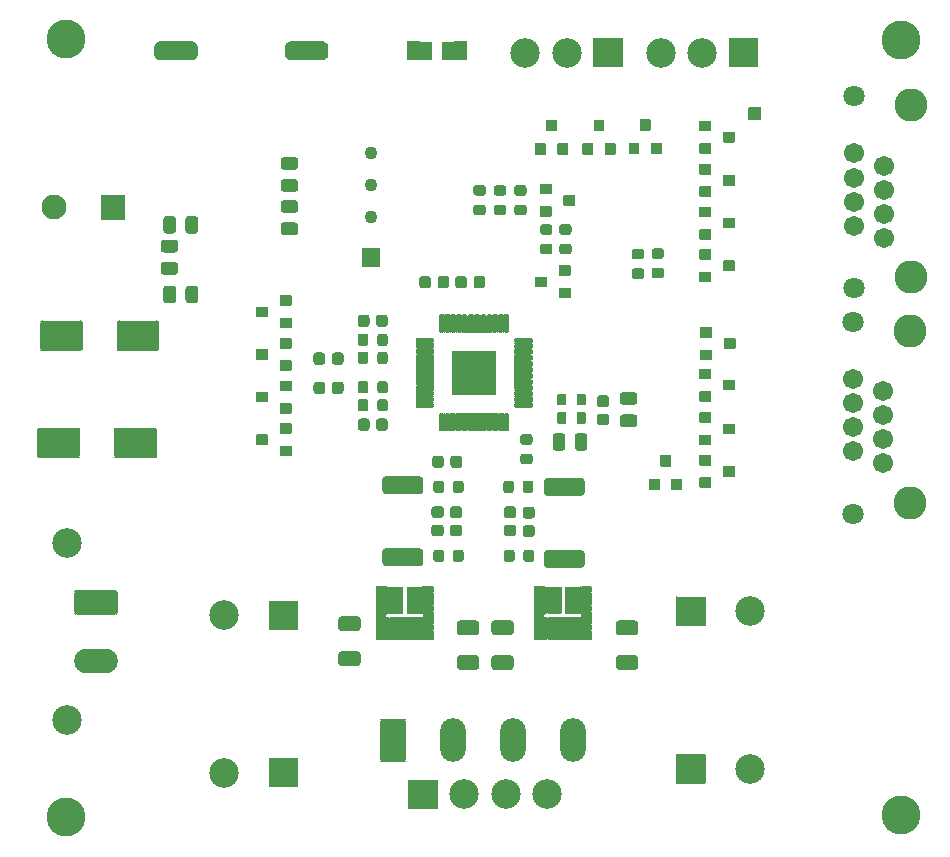
<source format=gbr>
G04 #@! TF.GenerationSoftware,KiCad,Pcbnew,(5.1.8)-1*
G04 #@! TF.CreationDate,2021-01-05T07:53:38+01:00*
G04 #@! TF.ProjectId,TMC51604Axis,544d4335-3136-4303-9441-7869732e6b69,rev?*
G04 #@! TF.SameCoordinates,Original*
G04 #@! TF.FileFunction,Soldermask,Top*
G04 #@! TF.FilePolarity,Negative*
%FSLAX46Y46*%
G04 Gerber Fmt 4.6, Leading zero omitted, Abs format (unit mm)*
G04 Created by KiCad (PCBNEW (5.1.8)-1) date 2021-01-05 07:53:38*
%MOMM*%
%LPD*%
G01*
G04 APERTURE LIST*
%ADD10C,0.100000*%
%ADD11C,2.502000*%
%ADD12C,2.802000*%
%ADD13C,1.802000*%
%ADD14C,1.702000*%
%ADD15C,1.102000*%
%ADD16O,2.182000X3.702000*%
%ADD17R,1.500000X1.500000*%
%ADD18O,3.702000X2.102000*%
%ADD19C,3.302000*%
%ADD20C,2.102000*%
G04 APERTURE END LIST*
G36*
G01*
X107015500Y-99732250D02*
X107015500Y-98768750D01*
G75*
G02*
X107284750Y-98499500I269250J0D01*
G01*
X107823250Y-98499500D01*
G75*
G02*
X108092500Y-98768750I0J-269250D01*
G01*
X108092500Y-99732250D01*
G75*
G02*
X107823250Y-100001500I-269250J0D01*
G01*
X107284750Y-100001500D01*
G75*
G02*
X107015500Y-99732250I0J269250D01*
G01*
G37*
G36*
G01*
X105140500Y-99732250D02*
X105140500Y-98768750D01*
G75*
G02*
X105409750Y-98499500I269250J0D01*
G01*
X105948250Y-98499500D01*
G75*
G02*
X106217500Y-98768750I0J-269250D01*
G01*
X106217500Y-99732250D01*
G75*
G02*
X105948250Y-100001500I-269250J0D01*
G01*
X105409750Y-100001500D01*
G75*
G02*
X105140500Y-99732250I0J269250D01*
G01*
G37*
G36*
G01*
X113745500Y-84498800D02*
X114346500Y-84498800D01*
G75*
G02*
X114572000Y-84724300I0J-225500D01*
G01*
X114572000Y-85175300D01*
G75*
G02*
X114346500Y-85400800I-225500J0D01*
G01*
X113745500Y-85400800D01*
G75*
G02*
X113520000Y-85175300I0J225500D01*
G01*
X113520000Y-84724300D01*
G75*
G02*
X113745500Y-84498800I225500J0D01*
G01*
G37*
G36*
G01*
X113745500Y-82848800D02*
X114346500Y-82848800D01*
G75*
G02*
X114572000Y-83074300I0J-225500D01*
G01*
X114572000Y-83525300D01*
G75*
G02*
X114346500Y-83750800I-225500J0D01*
G01*
X113745500Y-83750800D01*
G75*
G02*
X113520000Y-83525300I0J225500D01*
G01*
X113520000Y-83074300D01*
G75*
G02*
X113745500Y-82848800I225500J0D01*
G01*
G37*
G36*
G01*
X112069100Y-84549600D02*
X112670100Y-84549600D01*
G75*
G02*
X112895600Y-84775100I0J-225500D01*
G01*
X112895600Y-85226100D01*
G75*
G02*
X112670100Y-85451600I-225500J0D01*
G01*
X112069100Y-85451600D01*
G75*
G02*
X111843600Y-85226100I0J225500D01*
G01*
X111843600Y-84775100D01*
G75*
G02*
X112069100Y-84549600I225500J0D01*
G01*
G37*
G36*
G01*
X112069100Y-82899600D02*
X112670100Y-82899600D01*
G75*
G02*
X112895600Y-83125100I0J-225500D01*
G01*
X112895600Y-83576100D01*
G75*
G02*
X112670100Y-83801600I-225500J0D01*
G01*
X112069100Y-83801600D01*
G75*
G02*
X111843600Y-83576100I0J225500D01*
G01*
X111843600Y-83125100D01*
G75*
G02*
X112069100Y-82899600I225500J0D01*
G01*
G37*
D10*
G36*
X72513550Y-65327781D02*
G01*
X72523117Y-65330683D01*
X72531934Y-65335396D01*
X72539662Y-65341739D01*
X72546005Y-65349467D01*
X72550718Y-65358284D01*
X72553620Y-65367851D01*
X72554600Y-65377801D01*
X72554600Y-66877801D01*
X72553620Y-66887751D01*
X72550718Y-66897318D01*
X72546005Y-66906135D01*
X72539662Y-66913863D01*
X72531934Y-66920206D01*
X72523117Y-66924919D01*
X72513550Y-66927821D01*
X72503600Y-66928801D01*
X71953600Y-66928801D01*
X71947488Y-66928199D01*
X71929066Y-66928199D01*
X71924067Y-66927953D01*
X71875236Y-66923143D01*
X71870286Y-66922409D01*
X71822161Y-66912837D01*
X71817305Y-66911621D01*
X71770350Y-66897377D01*
X71765639Y-66895691D01*
X71720306Y-66876914D01*
X71715780Y-66874774D01*
X71672507Y-66851643D01*
X71668216Y-66849070D01*
X71627417Y-66821810D01*
X71623396Y-66818828D01*
X71585467Y-66787700D01*
X71581759Y-66784339D01*
X71547062Y-66749642D01*
X71543701Y-66745934D01*
X71512573Y-66708005D01*
X71509591Y-66703984D01*
X71482331Y-66663185D01*
X71479758Y-66658894D01*
X71456627Y-66615621D01*
X71454487Y-66611095D01*
X71435710Y-66565762D01*
X71434024Y-66561051D01*
X71419780Y-66514096D01*
X71418564Y-66509240D01*
X71408992Y-66461115D01*
X71408258Y-66456165D01*
X71403448Y-66407334D01*
X71403202Y-66402335D01*
X71403202Y-66383913D01*
X71402600Y-66377801D01*
X71402600Y-65877801D01*
X71403202Y-65871689D01*
X71403202Y-65853267D01*
X71403448Y-65848268D01*
X71408258Y-65799437D01*
X71408992Y-65794487D01*
X71418564Y-65746362D01*
X71419780Y-65741506D01*
X71434024Y-65694551D01*
X71435710Y-65689840D01*
X71454487Y-65644507D01*
X71456627Y-65639981D01*
X71479758Y-65596708D01*
X71482331Y-65592417D01*
X71509591Y-65551618D01*
X71512573Y-65547597D01*
X71543701Y-65509668D01*
X71547062Y-65505960D01*
X71581759Y-65471263D01*
X71585467Y-65467902D01*
X71623396Y-65436774D01*
X71627417Y-65433792D01*
X71668216Y-65406532D01*
X71672507Y-65403959D01*
X71715780Y-65380828D01*
X71720306Y-65378688D01*
X71765639Y-65359911D01*
X71770350Y-65358225D01*
X71817305Y-65343981D01*
X71822161Y-65342765D01*
X71870286Y-65333193D01*
X71875236Y-65332459D01*
X71924067Y-65327649D01*
X71929066Y-65327403D01*
X71947488Y-65327403D01*
X71953600Y-65326801D01*
X72503600Y-65326801D01*
X72513550Y-65327781D01*
G37*
G36*
G01*
X72702600Y-66877801D02*
X72702600Y-65377801D01*
G75*
G02*
X72753600Y-65326801I51000J0D01*
G01*
X73753600Y-65326801D01*
G75*
G02*
X73804600Y-65377801I0J-51000D01*
G01*
X73804600Y-66877801D01*
G75*
G02*
X73753600Y-66928801I-51000J0D01*
G01*
X72753600Y-66928801D01*
G75*
G02*
X72702600Y-66877801I0J51000D01*
G01*
G37*
G36*
X74559712Y-65327403D02*
G01*
X74578134Y-65327403D01*
X74583133Y-65327649D01*
X74631964Y-65332459D01*
X74636914Y-65333193D01*
X74685039Y-65342765D01*
X74689895Y-65343981D01*
X74736850Y-65358225D01*
X74741561Y-65359911D01*
X74786894Y-65378688D01*
X74791420Y-65380828D01*
X74834693Y-65403959D01*
X74838984Y-65406532D01*
X74879783Y-65433792D01*
X74883804Y-65436774D01*
X74921733Y-65467902D01*
X74925441Y-65471263D01*
X74960138Y-65505960D01*
X74963499Y-65509668D01*
X74994627Y-65547597D01*
X74997609Y-65551618D01*
X75024869Y-65592417D01*
X75027442Y-65596708D01*
X75050573Y-65639981D01*
X75052713Y-65644507D01*
X75071490Y-65689840D01*
X75073176Y-65694551D01*
X75087420Y-65741506D01*
X75088636Y-65746362D01*
X75098208Y-65794487D01*
X75098942Y-65799437D01*
X75103752Y-65848268D01*
X75103998Y-65853267D01*
X75103998Y-65871689D01*
X75104600Y-65877801D01*
X75104600Y-66377801D01*
X75103998Y-66383913D01*
X75103998Y-66402335D01*
X75103752Y-66407334D01*
X75098942Y-66456165D01*
X75098208Y-66461115D01*
X75088636Y-66509240D01*
X75087420Y-66514096D01*
X75073176Y-66561051D01*
X75071490Y-66565762D01*
X75052713Y-66611095D01*
X75050573Y-66615621D01*
X75027442Y-66658894D01*
X75024869Y-66663185D01*
X74997609Y-66703984D01*
X74994627Y-66708005D01*
X74963499Y-66745934D01*
X74960138Y-66749642D01*
X74925441Y-66784339D01*
X74921733Y-66787700D01*
X74883804Y-66818828D01*
X74879783Y-66821810D01*
X74838984Y-66849070D01*
X74834693Y-66851643D01*
X74791420Y-66874774D01*
X74786894Y-66876914D01*
X74741561Y-66895691D01*
X74736850Y-66897377D01*
X74689895Y-66911621D01*
X74685039Y-66912837D01*
X74636914Y-66922409D01*
X74631964Y-66923143D01*
X74583133Y-66927953D01*
X74578134Y-66928199D01*
X74559712Y-66928199D01*
X74553600Y-66928801D01*
X74003600Y-66928801D01*
X73993650Y-66927821D01*
X73984083Y-66924919D01*
X73975266Y-66920206D01*
X73967538Y-66913863D01*
X73961195Y-66906135D01*
X73956482Y-66897318D01*
X73953580Y-66887751D01*
X73952600Y-66877801D01*
X73952600Y-65377801D01*
X73953580Y-65367851D01*
X73956482Y-65358284D01*
X73961195Y-65349467D01*
X73967538Y-65341739D01*
X73975266Y-65335396D01*
X73984083Y-65330683D01*
X73993650Y-65327781D01*
X74003600Y-65326801D01*
X74553600Y-65326801D01*
X74559712Y-65327403D01*
G37*
G36*
X83572550Y-65327781D02*
G01*
X83582117Y-65330683D01*
X83590934Y-65335396D01*
X83598662Y-65341739D01*
X83605005Y-65349467D01*
X83609718Y-65358284D01*
X83612620Y-65367851D01*
X83613600Y-65377801D01*
X83613600Y-66877801D01*
X83612620Y-66887751D01*
X83609718Y-66897318D01*
X83605005Y-66906135D01*
X83598662Y-66913863D01*
X83590934Y-66920206D01*
X83582117Y-66924919D01*
X83572550Y-66927821D01*
X83562600Y-66928801D01*
X83012600Y-66928801D01*
X83006488Y-66928199D01*
X82988066Y-66928199D01*
X82983067Y-66927953D01*
X82934236Y-66923143D01*
X82929286Y-66922409D01*
X82881161Y-66912837D01*
X82876305Y-66911621D01*
X82829350Y-66897377D01*
X82824639Y-66895691D01*
X82779306Y-66876914D01*
X82774780Y-66874774D01*
X82731507Y-66851643D01*
X82727216Y-66849070D01*
X82686417Y-66821810D01*
X82682396Y-66818828D01*
X82644467Y-66787700D01*
X82640759Y-66784339D01*
X82606062Y-66749642D01*
X82602701Y-66745934D01*
X82571573Y-66708005D01*
X82568591Y-66703984D01*
X82541331Y-66663185D01*
X82538758Y-66658894D01*
X82515627Y-66615621D01*
X82513487Y-66611095D01*
X82494710Y-66565762D01*
X82493024Y-66561051D01*
X82478780Y-66514096D01*
X82477564Y-66509240D01*
X82467992Y-66461115D01*
X82467258Y-66456165D01*
X82462448Y-66407334D01*
X82462202Y-66402335D01*
X82462202Y-66383913D01*
X82461600Y-66377801D01*
X82461600Y-65877801D01*
X82462202Y-65871689D01*
X82462202Y-65853267D01*
X82462448Y-65848268D01*
X82467258Y-65799437D01*
X82467992Y-65794487D01*
X82477564Y-65746362D01*
X82478780Y-65741506D01*
X82493024Y-65694551D01*
X82494710Y-65689840D01*
X82513487Y-65644507D01*
X82515627Y-65639981D01*
X82538758Y-65596708D01*
X82541331Y-65592417D01*
X82568591Y-65551618D01*
X82571573Y-65547597D01*
X82602701Y-65509668D01*
X82606062Y-65505960D01*
X82640759Y-65471263D01*
X82644467Y-65467902D01*
X82682396Y-65436774D01*
X82686417Y-65433792D01*
X82727216Y-65406532D01*
X82731507Y-65403959D01*
X82774780Y-65380828D01*
X82779306Y-65378688D01*
X82824639Y-65359911D01*
X82829350Y-65358225D01*
X82876305Y-65343981D01*
X82881161Y-65342765D01*
X82929286Y-65333193D01*
X82934236Y-65332459D01*
X82983067Y-65327649D01*
X82988066Y-65327403D01*
X83006488Y-65327403D01*
X83012600Y-65326801D01*
X83562600Y-65326801D01*
X83572550Y-65327781D01*
G37*
G36*
G01*
X83761600Y-66877801D02*
X83761600Y-65377801D01*
G75*
G02*
X83812600Y-65326801I51000J0D01*
G01*
X84812600Y-65326801D01*
G75*
G02*
X84863600Y-65377801I0J-51000D01*
G01*
X84863600Y-66877801D01*
G75*
G02*
X84812600Y-66928801I-51000J0D01*
G01*
X83812600Y-66928801D01*
G75*
G02*
X83761600Y-66877801I0J51000D01*
G01*
G37*
G36*
X85618712Y-65327403D02*
G01*
X85637134Y-65327403D01*
X85642133Y-65327649D01*
X85690964Y-65332459D01*
X85695914Y-65333193D01*
X85744039Y-65342765D01*
X85748895Y-65343981D01*
X85795850Y-65358225D01*
X85800561Y-65359911D01*
X85845894Y-65378688D01*
X85850420Y-65380828D01*
X85893693Y-65403959D01*
X85897984Y-65406532D01*
X85938783Y-65433792D01*
X85942804Y-65436774D01*
X85980733Y-65467902D01*
X85984441Y-65471263D01*
X86019138Y-65505960D01*
X86022499Y-65509668D01*
X86053627Y-65547597D01*
X86056609Y-65551618D01*
X86083869Y-65592417D01*
X86086442Y-65596708D01*
X86109573Y-65639981D01*
X86111713Y-65644507D01*
X86130490Y-65689840D01*
X86132176Y-65694551D01*
X86146420Y-65741506D01*
X86147636Y-65746362D01*
X86157208Y-65794487D01*
X86157942Y-65799437D01*
X86162752Y-65848268D01*
X86162998Y-65853267D01*
X86162998Y-65871689D01*
X86163600Y-65877801D01*
X86163600Y-66377801D01*
X86162998Y-66383913D01*
X86162998Y-66402335D01*
X86162752Y-66407334D01*
X86157942Y-66456165D01*
X86157208Y-66461115D01*
X86147636Y-66509240D01*
X86146420Y-66514096D01*
X86132176Y-66561051D01*
X86130490Y-66565762D01*
X86111713Y-66611095D01*
X86109573Y-66615621D01*
X86086442Y-66658894D01*
X86083869Y-66663185D01*
X86056609Y-66703984D01*
X86053627Y-66708005D01*
X86022499Y-66745934D01*
X86019138Y-66749642D01*
X85984441Y-66784339D01*
X85980733Y-66787700D01*
X85942804Y-66818828D01*
X85938783Y-66821810D01*
X85897984Y-66849070D01*
X85893693Y-66851643D01*
X85850420Y-66874774D01*
X85845894Y-66876914D01*
X85800561Y-66895691D01*
X85795850Y-66897377D01*
X85748895Y-66911621D01*
X85744039Y-66912837D01*
X85695914Y-66922409D01*
X85690964Y-66923143D01*
X85642133Y-66927953D01*
X85637134Y-66928199D01*
X85618712Y-66928199D01*
X85612600Y-66928801D01*
X85062600Y-66928801D01*
X85052650Y-66927821D01*
X85043083Y-66924919D01*
X85034266Y-66920206D01*
X85026538Y-66913863D01*
X85020195Y-66906135D01*
X85015482Y-66897318D01*
X85012580Y-66887751D01*
X85011600Y-66877801D01*
X85011600Y-65377801D01*
X85012580Y-65367851D01*
X85015482Y-65358284D01*
X85020195Y-65349467D01*
X85026538Y-65341739D01*
X85034266Y-65335396D01*
X85043083Y-65330683D01*
X85052650Y-65327781D01*
X85062600Y-65326801D01*
X85612600Y-65326801D01*
X85618712Y-65327403D01*
G37*
D11*
X77346800Y-113944400D03*
G36*
G01*
X83597800Y-112744400D02*
X83597800Y-115144400D01*
G75*
G02*
X83546800Y-115195400I-51000J0D01*
G01*
X81146800Y-115195400D01*
G75*
G02*
X81095800Y-115144400I0J51000D01*
G01*
X81095800Y-112744400D01*
G75*
G02*
X81146800Y-112693400I51000J0D01*
G01*
X83546800Y-112693400D01*
G75*
G02*
X83597800Y-112744400I0J-51000D01*
G01*
G37*
X121840000Y-113588800D03*
G36*
G01*
X115589000Y-114788800D02*
X115589000Y-112388800D01*
G75*
G02*
X115640000Y-112337800I51000J0D01*
G01*
X118040000Y-112337800D01*
G75*
G02*
X118091000Y-112388800I0J-51000D01*
G01*
X118091000Y-114788800D01*
G75*
G02*
X118040000Y-114839800I-51000J0D01*
G01*
X115640000Y-114839800D01*
G75*
G02*
X115589000Y-114788800I0J51000D01*
G01*
G37*
X77346800Y-127254000D03*
G36*
G01*
X83597800Y-126054000D02*
X83597800Y-128454000D01*
G75*
G02*
X83546800Y-128505000I-51000J0D01*
G01*
X81146800Y-128505000D01*
G75*
G02*
X81095800Y-128454000I0J51000D01*
G01*
X81095800Y-126054000D01*
G75*
G02*
X81146800Y-126003000I51000J0D01*
G01*
X83546800Y-126003000D01*
G75*
G02*
X83597800Y-126054000I0J-51000D01*
G01*
G37*
X121840000Y-126949200D03*
G36*
G01*
X115589000Y-128149200D02*
X115589000Y-125749200D01*
G75*
G02*
X115640000Y-125698200I51000J0D01*
G01*
X118040000Y-125698200D01*
G75*
G02*
X118091000Y-125749200I0J-51000D01*
G01*
X118091000Y-128149200D01*
G75*
G02*
X118040000Y-128200200I-51000J0D01*
G01*
X115640000Y-128200200D01*
G75*
G02*
X115589000Y-128149200I0J51000D01*
G01*
G37*
G36*
G01*
X102713300Y-78416800D02*
X102112300Y-78416800D01*
G75*
G02*
X101886800Y-78191300I0J225500D01*
G01*
X101886800Y-77740300D01*
G75*
G02*
X102112300Y-77514800I225500J0D01*
G01*
X102713300Y-77514800D01*
G75*
G02*
X102938800Y-77740300I0J-225500D01*
G01*
X102938800Y-78191300D01*
G75*
G02*
X102713300Y-78416800I-225500J0D01*
G01*
G37*
G36*
G01*
X102713300Y-80066800D02*
X102112300Y-80066800D01*
G75*
G02*
X101886800Y-79841300I0J225500D01*
G01*
X101886800Y-79390300D01*
G75*
G02*
X102112300Y-79164800I225500J0D01*
G01*
X102713300Y-79164800D01*
G75*
G02*
X102938800Y-79390300I0J-225500D01*
G01*
X102938800Y-79841300D01*
G75*
G02*
X102713300Y-80066800I-225500J0D01*
G01*
G37*
G36*
G01*
X100986100Y-78416800D02*
X100385100Y-78416800D01*
G75*
G02*
X100159600Y-78191300I0J225500D01*
G01*
X100159600Y-77740300D01*
G75*
G02*
X100385100Y-77514800I225500J0D01*
G01*
X100986100Y-77514800D01*
G75*
G02*
X101211600Y-77740300I0J-225500D01*
G01*
X101211600Y-78191300D01*
G75*
G02*
X100986100Y-78416800I-225500J0D01*
G01*
G37*
G36*
G01*
X100986100Y-80066800D02*
X100385100Y-80066800D01*
G75*
G02*
X100159600Y-79841300I0J225500D01*
G01*
X100159600Y-79390300D01*
G75*
G02*
X100385100Y-79164800I225500J0D01*
G01*
X100986100Y-79164800D01*
G75*
G02*
X101211600Y-79390300I0J-225500D01*
G01*
X101211600Y-79841300D01*
G75*
G02*
X100986100Y-80066800I-225500J0D01*
G01*
G37*
G36*
G01*
X98657900Y-79152600D02*
X99258900Y-79152600D01*
G75*
G02*
X99484400Y-79378100I0J-225500D01*
G01*
X99484400Y-79829100D01*
G75*
G02*
X99258900Y-80054600I-225500J0D01*
G01*
X98657900Y-80054600D01*
G75*
G02*
X98432400Y-79829100I0J225500D01*
G01*
X98432400Y-79378100D01*
G75*
G02*
X98657900Y-79152600I225500J0D01*
G01*
G37*
G36*
G01*
X98657900Y-77502600D02*
X99258900Y-77502600D01*
G75*
G02*
X99484400Y-77728100I0J-225500D01*
G01*
X99484400Y-78179100D01*
G75*
G02*
X99258900Y-78404600I-225500J0D01*
G01*
X98657900Y-78404600D01*
G75*
G02*
X98432400Y-78179100I0J225500D01*
G01*
X98432400Y-77728100D01*
G75*
G02*
X98657900Y-77502600I225500J0D01*
G01*
G37*
G36*
G01*
X106061400Y-79190800D02*
X106061400Y-78390800D01*
G75*
G02*
X106112400Y-78339800I51000J0D01*
G01*
X107012400Y-78339800D01*
G75*
G02*
X107063400Y-78390800I0J-51000D01*
G01*
X107063400Y-79190800D01*
G75*
G02*
X107012400Y-79241800I-51000J0D01*
G01*
X106112400Y-79241800D01*
G75*
G02*
X106061400Y-79190800I0J51000D01*
G01*
G37*
G36*
G01*
X104061400Y-80140800D02*
X104061400Y-79340800D01*
G75*
G02*
X104112400Y-79289800I51000J0D01*
G01*
X105012400Y-79289800D01*
G75*
G02*
X105063400Y-79340800I0J-51000D01*
G01*
X105063400Y-80140800D01*
G75*
G02*
X105012400Y-80191800I-51000J0D01*
G01*
X104112400Y-80191800D01*
G75*
G02*
X104061400Y-80140800I0J51000D01*
G01*
G37*
G36*
G01*
X104061400Y-78240800D02*
X104061400Y-77440800D01*
G75*
G02*
X104112400Y-77389800I51000J0D01*
G01*
X105012400Y-77389800D01*
G75*
G02*
X105063400Y-77440800I0J-51000D01*
G01*
X105063400Y-78240800D01*
G75*
G02*
X105012400Y-78291800I-51000J0D01*
G01*
X104112400Y-78291800D01*
G75*
G02*
X104061400Y-78240800I0J51000D01*
G01*
G37*
G36*
G01*
X95941200Y-100664100D02*
X95941200Y-101215100D01*
G75*
G02*
X95690700Y-101465600I-250500J0D01*
G01*
X95189700Y-101465600D01*
G75*
G02*
X94939200Y-101215100I0J250500D01*
G01*
X94939200Y-100664100D01*
G75*
G02*
X95189700Y-100413600I250500J0D01*
G01*
X95690700Y-100413600D01*
G75*
G02*
X95941200Y-100664100I0J-250500D01*
G01*
G37*
G36*
G01*
X97491200Y-100664100D02*
X97491200Y-101215100D01*
G75*
G02*
X97240700Y-101465600I-250500J0D01*
G01*
X96739700Y-101465600D01*
G75*
G02*
X96489200Y-101215100I0J250500D01*
G01*
X96489200Y-100664100D01*
G75*
G02*
X96739700Y-100413600I250500J0D01*
G01*
X97240700Y-100413600D01*
G75*
G02*
X97491200Y-100664100I0J-250500D01*
G01*
G37*
G36*
G01*
X65353000Y-89230800D02*
X65353000Y-91312400D01*
G75*
G02*
X65092800Y-91572600I-260200J0D01*
G01*
X62011200Y-91572600D01*
G75*
G02*
X61751000Y-91312400I0J260200D01*
G01*
X61751000Y-89230800D01*
G75*
G02*
X62011200Y-88970600I260200J0D01*
G01*
X65092800Y-88970600D01*
G75*
G02*
X65353000Y-89230800I0J-260200D01*
G01*
G37*
G36*
G01*
X71853000Y-89230800D02*
X71853000Y-91312400D01*
G75*
G02*
X71592800Y-91572600I-260200J0D01*
G01*
X68511200Y-91572600D01*
G75*
G02*
X68251000Y-91312400I0J260200D01*
G01*
X68251000Y-89230800D01*
G75*
G02*
X68511200Y-88970600I260200J0D01*
G01*
X71592800Y-88970600D01*
G75*
G02*
X71853000Y-89230800I0J-260200D01*
G01*
G37*
G36*
G01*
X65122400Y-98298600D02*
X65122400Y-100380200D01*
G75*
G02*
X64862200Y-100640400I-260200J0D01*
G01*
X61780600Y-100640400D01*
G75*
G02*
X61520400Y-100380200I0J260200D01*
G01*
X61520400Y-98298600D01*
G75*
G02*
X61780600Y-98038400I260200J0D01*
G01*
X64862200Y-98038400D01*
G75*
G02*
X65122400Y-98298600I0J-260200D01*
G01*
G37*
G36*
G01*
X71622400Y-98298600D02*
X71622400Y-100380200D01*
G75*
G02*
X71362200Y-100640400I-260200J0D01*
G01*
X68280600Y-100640400D01*
G75*
G02*
X68020400Y-100380200I0J260200D01*
G01*
X68020400Y-98298600D01*
G75*
G02*
X68280600Y-98038400I260200J0D01*
G01*
X71362200Y-98038400D01*
G75*
G02*
X71622400Y-98298600I0J-260200D01*
G01*
G37*
G36*
G01*
X104657000Y-85299600D02*
X104657000Y-86099600D01*
G75*
G02*
X104606000Y-86150600I-51000J0D01*
G01*
X103706000Y-86150600D01*
G75*
G02*
X103655000Y-86099600I0J51000D01*
G01*
X103655000Y-85299600D01*
G75*
G02*
X103706000Y-85248600I51000J0D01*
G01*
X104606000Y-85248600D01*
G75*
G02*
X104657000Y-85299600I0J-51000D01*
G01*
G37*
G36*
G01*
X106657000Y-84349600D02*
X106657000Y-85149600D01*
G75*
G02*
X106606000Y-85200600I-51000J0D01*
G01*
X105706000Y-85200600D01*
G75*
G02*
X105655000Y-85149600I0J51000D01*
G01*
X105655000Y-84349600D01*
G75*
G02*
X105706000Y-84298600I51000J0D01*
G01*
X106606000Y-84298600D01*
G75*
G02*
X106657000Y-84349600I0J-51000D01*
G01*
G37*
G36*
G01*
X106657000Y-86249600D02*
X106657000Y-87049600D01*
G75*
G02*
X106606000Y-87100600I-51000J0D01*
G01*
X105706000Y-87100600D01*
G75*
G02*
X105655000Y-87049600I0J51000D01*
G01*
X105655000Y-86249600D01*
G75*
G02*
X105706000Y-86198600I51000J0D01*
G01*
X106606000Y-86198600D01*
G75*
G02*
X106657000Y-86249600I0J-51000D01*
G01*
G37*
D12*
X135432800Y-104420200D03*
X135432800Y-89838200D03*
D13*
X130606800Y-105359200D03*
X130606800Y-89103200D03*
D14*
X133146800Y-101069200D03*
X130606800Y-100049200D03*
X133146800Y-99029200D03*
X130606800Y-98009200D03*
X133146800Y-96989200D03*
X130606800Y-95969200D03*
X133146800Y-94949200D03*
X130606800Y-93929200D03*
D12*
X135483600Y-85319400D03*
X135483600Y-70737400D03*
D13*
X130657600Y-86258400D03*
X130657600Y-70002400D03*
D14*
X133197600Y-81968400D03*
X130657600Y-80948400D03*
X133197600Y-79928400D03*
X130657600Y-78908400D03*
X133197600Y-77888400D03*
X130657600Y-76868400D03*
X133197600Y-75848400D03*
X130657600Y-74828400D03*
D11*
X114310400Y-66294000D03*
X117810400Y-66294000D03*
G36*
G01*
X122561400Y-65094000D02*
X122561400Y-67494000D01*
G75*
G02*
X122510400Y-67545000I-51000J0D01*
G01*
X120110400Y-67545000D01*
G75*
G02*
X120059400Y-67494000I0J51000D01*
G01*
X120059400Y-65094000D01*
G75*
G02*
X120110400Y-65043000I51000J0D01*
G01*
X122510400Y-65043000D01*
G75*
G02*
X122561400Y-65094000I0J-51000D01*
G01*
G37*
G36*
G01*
X111080600Y-65094000D02*
X111080600Y-67494000D01*
G75*
G02*
X111029600Y-67545000I-51000J0D01*
G01*
X108629600Y-67545000D01*
G75*
G02*
X108578600Y-67494000I0J51000D01*
G01*
X108578600Y-65094000D01*
G75*
G02*
X108629600Y-65043000I51000J0D01*
G01*
X111029600Y-65043000D01*
G75*
G02*
X111080600Y-65094000I0J-51000D01*
G01*
G37*
X106329600Y-66294000D03*
X102829600Y-66294000D03*
G36*
G01*
X119574200Y-98545600D02*
X119574200Y-97745600D01*
G75*
G02*
X119625200Y-97694600I51000J0D01*
G01*
X120525200Y-97694600D01*
G75*
G02*
X120576200Y-97745600I0J-51000D01*
G01*
X120576200Y-98545600D01*
G75*
G02*
X120525200Y-98596600I-51000J0D01*
G01*
X119625200Y-98596600D01*
G75*
G02*
X119574200Y-98545600I0J51000D01*
G01*
G37*
G36*
G01*
X117574200Y-99495600D02*
X117574200Y-98695600D01*
G75*
G02*
X117625200Y-98644600I51000J0D01*
G01*
X118525200Y-98644600D01*
G75*
G02*
X118576200Y-98695600I0J-51000D01*
G01*
X118576200Y-99495600D01*
G75*
G02*
X118525200Y-99546600I-51000J0D01*
G01*
X117625200Y-99546600D01*
G75*
G02*
X117574200Y-99495600I0J51000D01*
G01*
G37*
G36*
G01*
X117574200Y-97595600D02*
X117574200Y-96795600D01*
G75*
G02*
X117625200Y-96744600I51000J0D01*
G01*
X118525200Y-96744600D01*
G75*
G02*
X118576200Y-96795600I0J-51000D01*
G01*
X118576200Y-97595600D01*
G75*
G02*
X118525200Y-97646600I-51000J0D01*
G01*
X117625200Y-97646600D01*
G75*
G02*
X117574200Y-97595600I0J51000D01*
G01*
G37*
G36*
G01*
X119574200Y-94837200D02*
X119574200Y-94037200D01*
G75*
G02*
X119625200Y-93986200I51000J0D01*
G01*
X120525200Y-93986200D01*
G75*
G02*
X120576200Y-94037200I0J-51000D01*
G01*
X120576200Y-94837200D01*
G75*
G02*
X120525200Y-94888200I-51000J0D01*
G01*
X119625200Y-94888200D01*
G75*
G02*
X119574200Y-94837200I0J51000D01*
G01*
G37*
G36*
G01*
X117574200Y-95787200D02*
X117574200Y-94987200D01*
G75*
G02*
X117625200Y-94936200I51000J0D01*
G01*
X118525200Y-94936200D01*
G75*
G02*
X118576200Y-94987200I0J-51000D01*
G01*
X118576200Y-95787200D01*
G75*
G02*
X118525200Y-95838200I-51000J0D01*
G01*
X117625200Y-95838200D01*
G75*
G02*
X117574200Y-95787200I0J51000D01*
G01*
G37*
G36*
G01*
X117574200Y-93887200D02*
X117574200Y-93087200D01*
G75*
G02*
X117625200Y-93036200I51000J0D01*
G01*
X118525200Y-93036200D01*
G75*
G02*
X118576200Y-93087200I0J-51000D01*
G01*
X118576200Y-93887200D01*
G75*
G02*
X118525200Y-93938200I-51000J0D01*
G01*
X117625200Y-93938200D01*
G75*
G02*
X117574200Y-93887200I0J51000D01*
G01*
G37*
G36*
G01*
X119625000Y-91332000D02*
X119625000Y-90532000D01*
G75*
G02*
X119676000Y-90481000I51000J0D01*
G01*
X120576000Y-90481000D01*
G75*
G02*
X120627000Y-90532000I0J-51000D01*
G01*
X120627000Y-91332000D01*
G75*
G02*
X120576000Y-91383000I-51000J0D01*
G01*
X119676000Y-91383000D01*
G75*
G02*
X119625000Y-91332000I0J51000D01*
G01*
G37*
G36*
G01*
X117625000Y-92282000D02*
X117625000Y-91482000D01*
G75*
G02*
X117676000Y-91431000I51000J0D01*
G01*
X118576000Y-91431000D01*
G75*
G02*
X118627000Y-91482000I0J-51000D01*
G01*
X118627000Y-92282000D01*
G75*
G02*
X118576000Y-92333000I-51000J0D01*
G01*
X117676000Y-92333000D01*
G75*
G02*
X117625000Y-92282000I0J51000D01*
G01*
G37*
G36*
G01*
X117625000Y-90382000D02*
X117625000Y-89582000D01*
G75*
G02*
X117676000Y-89531000I51000J0D01*
G01*
X118576000Y-89531000D01*
G75*
G02*
X118627000Y-89582000I0J-51000D01*
G01*
X118627000Y-90382000D01*
G75*
G02*
X118576000Y-90433000I-51000J0D01*
G01*
X117676000Y-90433000D01*
G75*
G02*
X117625000Y-90382000I0J51000D01*
G01*
G37*
G36*
G01*
X119574200Y-102152400D02*
X119574200Y-101352400D01*
G75*
G02*
X119625200Y-101301400I51000J0D01*
G01*
X120525200Y-101301400D01*
G75*
G02*
X120576200Y-101352400I0J-51000D01*
G01*
X120576200Y-102152400D01*
G75*
G02*
X120525200Y-102203400I-51000J0D01*
G01*
X119625200Y-102203400D01*
G75*
G02*
X119574200Y-102152400I0J51000D01*
G01*
G37*
G36*
G01*
X117574200Y-103102400D02*
X117574200Y-102302400D01*
G75*
G02*
X117625200Y-102251400I51000J0D01*
G01*
X118525200Y-102251400D01*
G75*
G02*
X118576200Y-102302400I0J-51000D01*
G01*
X118576200Y-103102400D01*
G75*
G02*
X118525200Y-103153400I-51000J0D01*
G01*
X117625200Y-103153400D01*
G75*
G02*
X117574200Y-103102400I0J51000D01*
G01*
G37*
G36*
G01*
X117574200Y-101202400D02*
X117574200Y-100402400D01*
G75*
G02*
X117625200Y-100351400I51000J0D01*
G01*
X118525200Y-100351400D01*
G75*
G02*
X118576200Y-100402400I0J-51000D01*
G01*
X118576200Y-101202400D01*
G75*
G02*
X118525200Y-101253400I-51000J0D01*
G01*
X117625200Y-101253400D01*
G75*
G02*
X117574200Y-101202400I0J51000D01*
G01*
G37*
G36*
G01*
X115106400Y-101355000D02*
X114306400Y-101355000D01*
G75*
G02*
X114255400Y-101304000I0J51000D01*
G01*
X114255400Y-100404000D01*
G75*
G02*
X114306400Y-100353000I51000J0D01*
G01*
X115106400Y-100353000D01*
G75*
G02*
X115157400Y-100404000I0J-51000D01*
G01*
X115157400Y-101304000D01*
G75*
G02*
X115106400Y-101355000I-51000J0D01*
G01*
G37*
G36*
G01*
X116056400Y-103355000D02*
X115256400Y-103355000D01*
G75*
G02*
X115205400Y-103304000I0J51000D01*
G01*
X115205400Y-102404000D01*
G75*
G02*
X115256400Y-102353000I51000J0D01*
G01*
X116056400Y-102353000D01*
G75*
G02*
X116107400Y-102404000I0J-51000D01*
G01*
X116107400Y-103304000D01*
G75*
G02*
X116056400Y-103355000I-51000J0D01*
G01*
G37*
G36*
G01*
X114156400Y-103355000D02*
X113356400Y-103355000D01*
G75*
G02*
X113305400Y-103304000I0J51000D01*
G01*
X113305400Y-102404000D01*
G75*
G02*
X113356400Y-102353000I51000J0D01*
G01*
X114156400Y-102353000D01*
G75*
G02*
X114207400Y-102404000I0J-51000D01*
G01*
X114207400Y-103304000D01*
G75*
G02*
X114156400Y-103355000I-51000J0D01*
G01*
G37*
G36*
G01*
X119574200Y-73856800D02*
X119574200Y-73056800D01*
G75*
G02*
X119625200Y-73005800I51000J0D01*
G01*
X120525200Y-73005800D01*
G75*
G02*
X120576200Y-73056800I0J-51000D01*
G01*
X120576200Y-73856800D01*
G75*
G02*
X120525200Y-73907800I-51000J0D01*
G01*
X119625200Y-73907800D01*
G75*
G02*
X119574200Y-73856800I0J51000D01*
G01*
G37*
G36*
G01*
X117574200Y-74806800D02*
X117574200Y-74006800D01*
G75*
G02*
X117625200Y-73955800I51000J0D01*
G01*
X118525200Y-73955800D01*
G75*
G02*
X118576200Y-74006800I0J-51000D01*
G01*
X118576200Y-74806800D01*
G75*
G02*
X118525200Y-74857800I-51000J0D01*
G01*
X117625200Y-74857800D01*
G75*
G02*
X117574200Y-74806800I0J51000D01*
G01*
G37*
G36*
G01*
X117574200Y-72906800D02*
X117574200Y-72106800D01*
G75*
G02*
X117625200Y-72055800I51000J0D01*
G01*
X118525200Y-72055800D01*
G75*
G02*
X118576200Y-72106800I0J-51000D01*
G01*
X118576200Y-72906800D01*
G75*
G02*
X118525200Y-72957800I-51000J0D01*
G01*
X117625200Y-72957800D01*
G75*
G02*
X117574200Y-72906800I0J51000D01*
G01*
G37*
G36*
G01*
X119574200Y-77514400D02*
X119574200Y-76714400D01*
G75*
G02*
X119625200Y-76663400I51000J0D01*
G01*
X120525200Y-76663400D01*
G75*
G02*
X120576200Y-76714400I0J-51000D01*
G01*
X120576200Y-77514400D01*
G75*
G02*
X120525200Y-77565400I-51000J0D01*
G01*
X119625200Y-77565400D01*
G75*
G02*
X119574200Y-77514400I0J51000D01*
G01*
G37*
G36*
G01*
X117574200Y-78464400D02*
X117574200Y-77664400D01*
G75*
G02*
X117625200Y-77613400I51000J0D01*
G01*
X118525200Y-77613400D01*
G75*
G02*
X118576200Y-77664400I0J-51000D01*
G01*
X118576200Y-78464400D01*
G75*
G02*
X118525200Y-78515400I-51000J0D01*
G01*
X117625200Y-78515400D01*
G75*
G02*
X117574200Y-78464400I0J51000D01*
G01*
G37*
G36*
G01*
X117574200Y-76564400D02*
X117574200Y-75764400D01*
G75*
G02*
X117625200Y-75713400I51000J0D01*
G01*
X118525200Y-75713400D01*
G75*
G02*
X118576200Y-75764400I0J-51000D01*
G01*
X118576200Y-76564400D01*
G75*
G02*
X118525200Y-76615400I-51000J0D01*
G01*
X117625200Y-76615400D01*
G75*
G02*
X117574200Y-76564400I0J51000D01*
G01*
G37*
G36*
G01*
X119574200Y-81121200D02*
X119574200Y-80321200D01*
G75*
G02*
X119625200Y-80270200I51000J0D01*
G01*
X120525200Y-80270200D01*
G75*
G02*
X120576200Y-80321200I0J-51000D01*
G01*
X120576200Y-81121200D01*
G75*
G02*
X120525200Y-81172200I-51000J0D01*
G01*
X119625200Y-81172200D01*
G75*
G02*
X119574200Y-81121200I0J51000D01*
G01*
G37*
G36*
G01*
X117574200Y-82071200D02*
X117574200Y-81271200D01*
G75*
G02*
X117625200Y-81220200I51000J0D01*
G01*
X118525200Y-81220200D01*
G75*
G02*
X118576200Y-81271200I0J-51000D01*
G01*
X118576200Y-82071200D01*
G75*
G02*
X118525200Y-82122200I-51000J0D01*
G01*
X117625200Y-82122200D01*
G75*
G02*
X117574200Y-82071200I0J51000D01*
G01*
G37*
G36*
G01*
X117574200Y-80171200D02*
X117574200Y-79371200D01*
G75*
G02*
X117625200Y-79320200I51000J0D01*
G01*
X118525200Y-79320200D01*
G75*
G02*
X118576200Y-79371200I0J-51000D01*
G01*
X118576200Y-80171200D01*
G75*
G02*
X118525200Y-80222200I-51000J0D01*
G01*
X117625200Y-80222200D01*
G75*
G02*
X117574200Y-80171200I0J51000D01*
G01*
G37*
G36*
G01*
X103221300Y-99496500D02*
X102620300Y-99496500D01*
G75*
G02*
X102394800Y-99271000I0J225500D01*
G01*
X102394800Y-98820000D01*
G75*
G02*
X102620300Y-98594500I225500J0D01*
G01*
X103221300Y-98594500D01*
G75*
G02*
X103446800Y-98820000I0J-225500D01*
G01*
X103446800Y-99271000D01*
G75*
G02*
X103221300Y-99496500I-225500J0D01*
G01*
G37*
G36*
G01*
X103221300Y-101146500D02*
X102620300Y-101146500D01*
G75*
G02*
X102394800Y-100921000I0J225500D01*
G01*
X102394800Y-100470000D01*
G75*
G02*
X102620300Y-100244500I225500J0D01*
G01*
X103221300Y-100244500D01*
G75*
G02*
X103446800Y-100470000I0J-225500D01*
G01*
X103446800Y-100921000D01*
G75*
G02*
X103221300Y-101146500I-225500J0D01*
G01*
G37*
D15*
X89763600Y-74828400D03*
X89763600Y-77499533D03*
X89763600Y-80170666D03*
G36*
G01*
X98659328Y-115610000D02*
X97301672Y-115610000D01*
G75*
G02*
X97029500Y-115337828I0J272172D01*
G01*
X97029500Y-114630172D01*
G75*
G02*
X97301672Y-114358000I272172J0D01*
G01*
X98659328Y-114358000D01*
G75*
G02*
X98931500Y-114630172I0J-272172D01*
G01*
X98931500Y-115337828D01*
G75*
G02*
X98659328Y-115610000I-272172J0D01*
G01*
G37*
G36*
G01*
X98659328Y-118560000D02*
X97301672Y-118560000D01*
G75*
G02*
X97029500Y-118287828I0J272172D01*
G01*
X97029500Y-117580172D01*
G75*
G02*
X97301672Y-117308000I272172J0D01*
G01*
X98659328Y-117308000D01*
G75*
G02*
X98931500Y-117580172I0J-272172D01*
G01*
X98931500Y-118287828D01*
G75*
G02*
X98659328Y-118560000I-272172J0D01*
G01*
G37*
G36*
G01*
X112121328Y-115610000D02*
X110763672Y-115610000D01*
G75*
G02*
X110491500Y-115337828I0J272172D01*
G01*
X110491500Y-114630172D01*
G75*
G02*
X110763672Y-114358000I272172J0D01*
G01*
X112121328Y-114358000D01*
G75*
G02*
X112393500Y-114630172I0J-272172D01*
G01*
X112393500Y-115337828D01*
G75*
G02*
X112121328Y-115610000I-272172J0D01*
G01*
G37*
G36*
G01*
X112121328Y-118560000D02*
X110763672Y-118560000D01*
G75*
G02*
X110491500Y-118287828I0J272172D01*
G01*
X110491500Y-117580172D01*
G75*
G02*
X110763672Y-117308000I272172J0D01*
G01*
X112121328Y-117308000D01*
G75*
G02*
X112393500Y-117580172I0J-272172D01*
G01*
X112393500Y-118287828D01*
G75*
G02*
X112121328Y-118560000I-272172J0D01*
G01*
G37*
G36*
G01*
X107345000Y-116011500D02*
X104745000Y-116011500D01*
G75*
G02*
X104694000Y-115960500I0J51000D01*
G01*
X104694000Y-114160500D01*
G75*
G02*
X104745000Y-114109500I51000J0D01*
G01*
X107345000Y-114109500D01*
G75*
G02*
X107396000Y-114160500I0J-51000D01*
G01*
X107396000Y-115960500D01*
G75*
G02*
X107345000Y-116011500I-51000J0D01*
G01*
G37*
G36*
G01*
X107345000Y-113811500D02*
X106245000Y-113811500D01*
G75*
G02*
X106194000Y-113760500I0J51000D01*
G01*
X106194000Y-111560500D01*
G75*
G02*
X106245000Y-111509500I51000J0D01*
G01*
X107345000Y-111509500D01*
G75*
G02*
X107396000Y-111560500I0J-51000D01*
G01*
X107396000Y-113760500D01*
G75*
G02*
X107345000Y-113811500I-51000J0D01*
G01*
G37*
G36*
G01*
X105845000Y-113811500D02*
X104745000Y-113811500D01*
G75*
G02*
X104694000Y-113760500I0J51000D01*
G01*
X104694000Y-111560500D01*
G75*
G02*
X104745000Y-111509500I51000J0D01*
G01*
X105845000Y-111509500D01*
G75*
G02*
X105896000Y-111560500I0J-51000D01*
G01*
X105896000Y-113760500D01*
G75*
G02*
X105845000Y-113811500I-51000J0D01*
G01*
G37*
G36*
G01*
X108395000Y-112036500D02*
X107595000Y-112036500D01*
G75*
G02*
X107544000Y-111985500I0J51000D01*
G01*
X107544000Y-111535500D01*
G75*
G02*
X107595000Y-111484500I51000J0D01*
G01*
X108395000Y-111484500D01*
G75*
G02*
X108446000Y-111535500I0J-51000D01*
G01*
X108446000Y-111985500D01*
G75*
G02*
X108395000Y-112036500I-51000J0D01*
G01*
G37*
G36*
G01*
X108395000Y-112836500D02*
X107595000Y-112836500D01*
G75*
G02*
X107544000Y-112785500I0J51000D01*
G01*
X107544000Y-112335500D01*
G75*
G02*
X107595000Y-112284500I51000J0D01*
G01*
X108395000Y-112284500D01*
G75*
G02*
X108446000Y-112335500I0J-51000D01*
G01*
X108446000Y-112785500D01*
G75*
G02*
X108395000Y-112836500I-51000J0D01*
G01*
G37*
G36*
G01*
X108395000Y-113636500D02*
X107595000Y-113636500D01*
G75*
G02*
X107544000Y-113585500I0J51000D01*
G01*
X107544000Y-113135500D01*
G75*
G02*
X107595000Y-113084500I51000J0D01*
G01*
X108395000Y-113084500D01*
G75*
G02*
X108446000Y-113135500I0J-51000D01*
G01*
X108446000Y-113585500D01*
G75*
G02*
X108395000Y-113636500I-51000J0D01*
G01*
G37*
G36*
G01*
X108395000Y-114436500D02*
X107595000Y-114436500D01*
G75*
G02*
X107544000Y-114385500I0J51000D01*
G01*
X107544000Y-113935500D01*
G75*
G02*
X107595000Y-113884500I51000J0D01*
G01*
X108395000Y-113884500D01*
G75*
G02*
X108446000Y-113935500I0J-51000D01*
G01*
X108446000Y-114385500D01*
G75*
G02*
X108395000Y-114436500I-51000J0D01*
G01*
G37*
G36*
G01*
X108395000Y-115236500D02*
X107595000Y-115236500D01*
G75*
G02*
X107544000Y-115185500I0J51000D01*
G01*
X107544000Y-114735500D01*
G75*
G02*
X107595000Y-114684500I51000J0D01*
G01*
X108395000Y-114684500D01*
G75*
G02*
X108446000Y-114735500I0J-51000D01*
G01*
X108446000Y-115185500D01*
G75*
G02*
X108395000Y-115236500I-51000J0D01*
G01*
G37*
G36*
G01*
X108395000Y-116036500D02*
X107595000Y-116036500D01*
G75*
G02*
X107544000Y-115985500I0J51000D01*
G01*
X107544000Y-115535500D01*
G75*
G02*
X107595000Y-115484500I51000J0D01*
G01*
X108395000Y-115484500D01*
G75*
G02*
X108446000Y-115535500I0J-51000D01*
G01*
X108446000Y-115985500D01*
G75*
G02*
X108395000Y-116036500I-51000J0D01*
G01*
G37*
G36*
G01*
X104395000Y-112036500D02*
X103595000Y-112036500D01*
G75*
G02*
X103544000Y-111985500I0J51000D01*
G01*
X103544000Y-111535500D01*
G75*
G02*
X103595000Y-111484500I51000J0D01*
G01*
X104395000Y-111484500D01*
G75*
G02*
X104446000Y-111535500I0J-51000D01*
G01*
X104446000Y-111985500D01*
G75*
G02*
X104395000Y-112036500I-51000J0D01*
G01*
G37*
G36*
G01*
X104395000Y-112836500D02*
X103595000Y-112836500D01*
G75*
G02*
X103544000Y-112785500I0J51000D01*
G01*
X103544000Y-112335500D01*
G75*
G02*
X103595000Y-112284500I51000J0D01*
G01*
X104395000Y-112284500D01*
G75*
G02*
X104446000Y-112335500I0J-51000D01*
G01*
X104446000Y-112785500D01*
G75*
G02*
X104395000Y-112836500I-51000J0D01*
G01*
G37*
G36*
G01*
X104395000Y-113636500D02*
X103595000Y-113636500D01*
G75*
G02*
X103544000Y-113585500I0J51000D01*
G01*
X103544000Y-113135500D01*
G75*
G02*
X103595000Y-113084500I51000J0D01*
G01*
X104395000Y-113084500D01*
G75*
G02*
X104446000Y-113135500I0J-51000D01*
G01*
X104446000Y-113585500D01*
G75*
G02*
X104395000Y-113636500I-51000J0D01*
G01*
G37*
G36*
G01*
X104395000Y-114436500D02*
X103595000Y-114436500D01*
G75*
G02*
X103544000Y-114385500I0J51000D01*
G01*
X103544000Y-113935500D01*
G75*
G02*
X103595000Y-113884500I51000J0D01*
G01*
X104395000Y-113884500D01*
G75*
G02*
X104446000Y-113935500I0J-51000D01*
G01*
X104446000Y-114385500D01*
G75*
G02*
X104395000Y-114436500I-51000J0D01*
G01*
G37*
G36*
G01*
X104395000Y-115236500D02*
X103595000Y-115236500D01*
G75*
G02*
X103544000Y-115185500I0J51000D01*
G01*
X103544000Y-114735500D01*
G75*
G02*
X103595000Y-114684500I51000J0D01*
G01*
X104395000Y-114684500D01*
G75*
G02*
X104446000Y-114735500I0J-51000D01*
G01*
X104446000Y-115185500D01*
G75*
G02*
X104395000Y-115236500I-51000J0D01*
G01*
G37*
G36*
G01*
X104395000Y-116036500D02*
X103595000Y-116036500D01*
G75*
G02*
X103544000Y-115985500I0J51000D01*
G01*
X103544000Y-115535500D01*
G75*
G02*
X103595000Y-115484500I51000J0D01*
G01*
X104395000Y-115484500D01*
G75*
G02*
X104446000Y-115535500I0J-51000D01*
G01*
X104446000Y-115985500D01*
G75*
G02*
X104395000Y-116036500I-51000J0D01*
G01*
G37*
G36*
G01*
X93964500Y-116011500D02*
X91364500Y-116011500D01*
G75*
G02*
X91313500Y-115960500I0J51000D01*
G01*
X91313500Y-114160500D01*
G75*
G02*
X91364500Y-114109500I51000J0D01*
G01*
X93964500Y-114109500D01*
G75*
G02*
X94015500Y-114160500I0J-51000D01*
G01*
X94015500Y-115960500D01*
G75*
G02*
X93964500Y-116011500I-51000J0D01*
G01*
G37*
G36*
G01*
X93964500Y-113811500D02*
X92864500Y-113811500D01*
G75*
G02*
X92813500Y-113760500I0J51000D01*
G01*
X92813500Y-111560500D01*
G75*
G02*
X92864500Y-111509500I51000J0D01*
G01*
X93964500Y-111509500D01*
G75*
G02*
X94015500Y-111560500I0J-51000D01*
G01*
X94015500Y-113760500D01*
G75*
G02*
X93964500Y-113811500I-51000J0D01*
G01*
G37*
G36*
G01*
X92464500Y-113811500D02*
X91364500Y-113811500D01*
G75*
G02*
X91313500Y-113760500I0J51000D01*
G01*
X91313500Y-111560500D01*
G75*
G02*
X91364500Y-111509500I51000J0D01*
G01*
X92464500Y-111509500D01*
G75*
G02*
X92515500Y-111560500I0J-51000D01*
G01*
X92515500Y-113760500D01*
G75*
G02*
X92464500Y-113811500I-51000J0D01*
G01*
G37*
G36*
G01*
X95014500Y-112036500D02*
X94214500Y-112036500D01*
G75*
G02*
X94163500Y-111985500I0J51000D01*
G01*
X94163500Y-111535500D01*
G75*
G02*
X94214500Y-111484500I51000J0D01*
G01*
X95014500Y-111484500D01*
G75*
G02*
X95065500Y-111535500I0J-51000D01*
G01*
X95065500Y-111985500D01*
G75*
G02*
X95014500Y-112036500I-51000J0D01*
G01*
G37*
G36*
G01*
X95014500Y-112836500D02*
X94214500Y-112836500D01*
G75*
G02*
X94163500Y-112785500I0J51000D01*
G01*
X94163500Y-112335500D01*
G75*
G02*
X94214500Y-112284500I51000J0D01*
G01*
X95014500Y-112284500D01*
G75*
G02*
X95065500Y-112335500I0J-51000D01*
G01*
X95065500Y-112785500D01*
G75*
G02*
X95014500Y-112836500I-51000J0D01*
G01*
G37*
G36*
G01*
X95014500Y-113636500D02*
X94214500Y-113636500D01*
G75*
G02*
X94163500Y-113585500I0J51000D01*
G01*
X94163500Y-113135500D01*
G75*
G02*
X94214500Y-113084500I51000J0D01*
G01*
X95014500Y-113084500D01*
G75*
G02*
X95065500Y-113135500I0J-51000D01*
G01*
X95065500Y-113585500D01*
G75*
G02*
X95014500Y-113636500I-51000J0D01*
G01*
G37*
G36*
G01*
X95014500Y-114436500D02*
X94214500Y-114436500D01*
G75*
G02*
X94163500Y-114385500I0J51000D01*
G01*
X94163500Y-113935500D01*
G75*
G02*
X94214500Y-113884500I51000J0D01*
G01*
X95014500Y-113884500D01*
G75*
G02*
X95065500Y-113935500I0J-51000D01*
G01*
X95065500Y-114385500D01*
G75*
G02*
X95014500Y-114436500I-51000J0D01*
G01*
G37*
G36*
G01*
X95014500Y-115236500D02*
X94214500Y-115236500D01*
G75*
G02*
X94163500Y-115185500I0J51000D01*
G01*
X94163500Y-114735500D01*
G75*
G02*
X94214500Y-114684500I51000J0D01*
G01*
X95014500Y-114684500D01*
G75*
G02*
X95065500Y-114735500I0J-51000D01*
G01*
X95065500Y-115185500D01*
G75*
G02*
X95014500Y-115236500I-51000J0D01*
G01*
G37*
G36*
G01*
X95014500Y-116036500D02*
X94214500Y-116036500D01*
G75*
G02*
X94163500Y-115985500I0J51000D01*
G01*
X94163500Y-115535500D01*
G75*
G02*
X94214500Y-115484500I51000J0D01*
G01*
X95014500Y-115484500D01*
G75*
G02*
X95065500Y-115535500I0J-51000D01*
G01*
X95065500Y-115985500D01*
G75*
G02*
X95014500Y-116036500I-51000J0D01*
G01*
G37*
G36*
G01*
X91014500Y-112036500D02*
X90214500Y-112036500D01*
G75*
G02*
X90163500Y-111985500I0J51000D01*
G01*
X90163500Y-111535500D01*
G75*
G02*
X90214500Y-111484500I51000J0D01*
G01*
X91014500Y-111484500D01*
G75*
G02*
X91065500Y-111535500I0J-51000D01*
G01*
X91065500Y-111985500D01*
G75*
G02*
X91014500Y-112036500I-51000J0D01*
G01*
G37*
G36*
G01*
X91014500Y-112836500D02*
X90214500Y-112836500D01*
G75*
G02*
X90163500Y-112785500I0J51000D01*
G01*
X90163500Y-112335500D01*
G75*
G02*
X90214500Y-112284500I51000J0D01*
G01*
X91014500Y-112284500D01*
G75*
G02*
X91065500Y-112335500I0J-51000D01*
G01*
X91065500Y-112785500D01*
G75*
G02*
X91014500Y-112836500I-51000J0D01*
G01*
G37*
G36*
G01*
X91014500Y-113636500D02*
X90214500Y-113636500D01*
G75*
G02*
X90163500Y-113585500I0J51000D01*
G01*
X90163500Y-113135500D01*
G75*
G02*
X90214500Y-113084500I51000J0D01*
G01*
X91014500Y-113084500D01*
G75*
G02*
X91065500Y-113135500I0J-51000D01*
G01*
X91065500Y-113585500D01*
G75*
G02*
X91014500Y-113636500I-51000J0D01*
G01*
G37*
G36*
G01*
X91014500Y-114436500D02*
X90214500Y-114436500D01*
G75*
G02*
X90163500Y-114385500I0J51000D01*
G01*
X90163500Y-113935500D01*
G75*
G02*
X90214500Y-113884500I51000J0D01*
G01*
X91014500Y-113884500D01*
G75*
G02*
X91065500Y-113935500I0J-51000D01*
G01*
X91065500Y-114385500D01*
G75*
G02*
X91014500Y-114436500I-51000J0D01*
G01*
G37*
G36*
G01*
X91014500Y-115236500D02*
X90214500Y-115236500D01*
G75*
G02*
X90163500Y-115185500I0J51000D01*
G01*
X90163500Y-114735500D01*
G75*
G02*
X90214500Y-114684500I51000J0D01*
G01*
X91014500Y-114684500D01*
G75*
G02*
X91065500Y-114735500I0J-51000D01*
G01*
X91065500Y-115185500D01*
G75*
G02*
X91014500Y-115236500I-51000J0D01*
G01*
G37*
G36*
G01*
X91014500Y-116036500D02*
X90214500Y-116036500D01*
G75*
G02*
X90163500Y-115985500I0J51000D01*
G01*
X90163500Y-115535500D01*
G75*
G02*
X90214500Y-115484500I51000J0D01*
G01*
X91014500Y-115484500D01*
G75*
G02*
X91065500Y-115535500I0J-51000D01*
G01*
X91065500Y-115985500D01*
G75*
G02*
X91014500Y-116036500I-51000J0D01*
G01*
G37*
D16*
X106870500Y-124523500D03*
X101790500Y-124523500D03*
X96710500Y-124523500D03*
G36*
G01*
X90539500Y-126112244D02*
X90539500Y-122934756D01*
G75*
G02*
X90801756Y-122672500I262256J0D01*
G01*
X92459244Y-122672500D01*
G75*
G02*
X92721500Y-122934756I0J-262256D01*
G01*
X92721500Y-126112244D01*
G75*
G02*
X92459244Y-126374500I-262256J0D01*
G01*
X90801756Y-126374500D01*
G75*
G02*
X90539500Y-126112244I0J262256D01*
G01*
G37*
G36*
G01*
X107944500Y-96806499D02*
X107944500Y-97656501D01*
G75*
G02*
X107893501Y-97707500I-50999J0D01*
G01*
X107243499Y-97707500D01*
G75*
G02*
X107192500Y-97656501I0J50999D01*
G01*
X107192500Y-96806499D01*
G75*
G02*
X107243499Y-96755500I50999J0D01*
G01*
X107893501Y-96755500D01*
G75*
G02*
X107944500Y-96806499I0J-50999D01*
G01*
G37*
G36*
G01*
X106294500Y-96806499D02*
X106294500Y-97656501D01*
G75*
G02*
X106243501Y-97707500I-50999J0D01*
G01*
X105593499Y-97707500D01*
G75*
G02*
X105542500Y-97656501I0J50999D01*
G01*
X105542500Y-96806499D01*
G75*
G02*
X105593499Y-96755500I50999J0D01*
G01*
X106243501Y-96755500D01*
G75*
G02*
X106294500Y-96806499I0J-50999D01*
G01*
G37*
G36*
G01*
X106294500Y-95256499D02*
X106294500Y-96106501D01*
G75*
G02*
X106243501Y-96157500I-50999J0D01*
G01*
X105593499Y-96157500D01*
G75*
G02*
X105542500Y-96106501I0J50999D01*
G01*
X105542500Y-95256499D01*
G75*
G02*
X105593499Y-95205500I50999J0D01*
G01*
X106243501Y-95205500D01*
G75*
G02*
X106294500Y-95256499I0J-50999D01*
G01*
G37*
G36*
G01*
X107944500Y-95256499D02*
X107944500Y-96106501D01*
G75*
G02*
X107893501Y-96157500I-50999J0D01*
G01*
X107243499Y-96157500D01*
G75*
G02*
X107192500Y-96106501I0J50999D01*
G01*
X107192500Y-95256499D01*
G75*
G02*
X107243499Y-95205500I50999J0D01*
G01*
X107893501Y-95205500D01*
G75*
G02*
X107944500Y-95256499I0J-50999D01*
G01*
G37*
G36*
G01*
X95839000Y-98359500D02*
X95638000Y-98359500D01*
G75*
G02*
X95537500Y-98259000I0J100500D01*
G01*
X95537500Y-96883000D01*
G75*
G02*
X95638000Y-96782500I100500J0D01*
G01*
X95839000Y-96782500D01*
G75*
G02*
X95939500Y-96883000I0J-100500D01*
G01*
X95939500Y-98259000D01*
G75*
G02*
X95839000Y-98359500I-100500J0D01*
G01*
G37*
G36*
G01*
X96339000Y-98359500D02*
X96138000Y-98359500D01*
G75*
G02*
X96037500Y-98259000I0J100500D01*
G01*
X96037500Y-96883000D01*
G75*
G02*
X96138000Y-96782500I100500J0D01*
G01*
X96339000Y-96782500D01*
G75*
G02*
X96439500Y-96883000I0J-100500D01*
G01*
X96439500Y-98259000D01*
G75*
G02*
X96339000Y-98359500I-100500J0D01*
G01*
G37*
G36*
G01*
X96839000Y-98359500D02*
X96638000Y-98359500D01*
G75*
G02*
X96537500Y-98259000I0J100500D01*
G01*
X96537500Y-96883000D01*
G75*
G02*
X96638000Y-96782500I100500J0D01*
G01*
X96839000Y-96782500D01*
G75*
G02*
X96939500Y-96883000I0J-100500D01*
G01*
X96939500Y-98259000D01*
G75*
G02*
X96839000Y-98359500I-100500J0D01*
G01*
G37*
G36*
G01*
X97339000Y-98359500D02*
X97138000Y-98359500D01*
G75*
G02*
X97037500Y-98259000I0J100500D01*
G01*
X97037500Y-96883000D01*
G75*
G02*
X97138000Y-96782500I100500J0D01*
G01*
X97339000Y-96782500D01*
G75*
G02*
X97439500Y-96883000I0J-100500D01*
G01*
X97439500Y-98259000D01*
G75*
G02*
X97339000Y-98359500I-100500J0D01*
G01*
G37*
G36*
G01*
X97839000Y-98359500D02*
X97638000Y-98359500D01*
G75*
G02*
X97537500Y-98259000I0J100500D01*
G01*
X97537500Y-96883000D01*
G75*
G02*
X97638000Y-96782500I100500J0D01*
G01*
X97839000Y-96782500D01*
G75*
G02*
X97939500Y-96883000I0J-100500D01*
G01*
X97939500Y-98259000D01*
G75*
G02*
X97839000Y-98359500I-100500J0D01*
G01*
G37*
G36*
G01*
X98339000Y-98359500D02*
X98138000Y-98359500D01*
G75*
G02*
X98037500Y-98259000I0J100500D01*
G01*
X98037500Y-96883000D01*
G75*
G02*
X98138000Y-96782500I100500J0D01*
G01*
X98339000Y-96782500D01*
G75*
G02*
X98439500Y-96883000I0J-100500D01*
G01*
X98439500Y-98259000D01*
G75*
G02*
X98339000Y-98359500I-100500J0D01*
G01*
G37*
G36*
G01*
X98839000Y-98359500D02*
X98638000Y-98359500D01*
G75*
G02*
X98537500Y-98259000I0J100500D01*
G01*
X98537500Y-96883000D01*
G75*
G02*
X98638000Y-96782500I100500J0D01*
G01*
X98839000Y-96782500D01*
G75*
G02*
X98939500Y-96883000I0J-100500D01*
G01*
X98939500Y-98259000D01*
G75*
G02*
X98839000Y-98359500I-100500J0D01*
G01*
G37*
G36*
G01*
X99339000Y-98359500D02*
X99138000Y-98359500D01*
G75*
G02*
X99037500Y-98259000I0J100500D01*
G01*
X99037500Y-96883000D01*
G75*
G02*
X99138000Y-96782500I100500J0D01*
G01*
X99339000Y-96782500D01*
G75*
G02*
X99439500Y-96883000I0J-100500D01*
G01*
X99439500Y-98259000D01*
G75*
G02*
X99339000Y-98359500I-100500J0D01*
G01*
G37*
G36*
G01*
X99839000Y-98359500D02*
X99638000Y-98359500D01*
G75*
G02*
X99537500Y-98259000I0J100500D01*
G01*
X99537500Y-96883000D01*
G75*
G02*
X99638000Y-96782500I100500J0D01*
G01*
X99839000Y-96782500D01*
G75*
G02*
X99939500Y-96883000I0J-100500D01*
G01*
X99939500Y-98259000D01*
G75*
G02*
X99839000Y-98359500I-100500J0D01*
G01*
G37*
G36*
G01*
X100339000Y-98359500D02*
X100138000Y-98359500D01*
G75*
G02*
X100037500Y-98259000I0J100500D01*
G01*
X100037500Y-96883000D01*
G75*
G02*
X100138000Y-96782500I100500J0D01*
G01*
X100339000Y-96782500D01*
G75*
G02*
X100439500Y-96883000I0J-100500D01*
G01*
X100439500Y-98259000D01*
G75*
G02*
X100339000Y-98359500I-100500J0D01*
G01*
G37*
G36*
G01*
X100839000Y-98359500D02*
X100638000Y-98359500D01*
G75*
G02*
X100537500Y-98259000I0J100500D01*
G01*
X100537500Y-96883000D01*
G75*
G02*
X100638000Y-96782500I100500J0D01*
G01*
X100839000Y-96782500D01*
G75*
G02*
X100939500Y-96883000I0J-100500D01*
G01*
X100939500Y-98259000D01*
G75*
G02*
X100839000Y-98359500I-100500J0D01*
G01*
G37*
G36*
G01*
X101339000Y-98359500D02*
X101138000Y-98359500D01*
G75*
G02*
X101037500Y-98259000I0J100500D01*
G01*
X101037500Y-96883000D01*
G75*
G02*
X101138000Y-96782500I100500J0D01*
G01*
X101339000Y-96782500D01*
G75*
G02*
X101439500Y-96883000I0J-100500D01*
G01*
X101439500Y-98259000D01*
G75*
G02*
X101339000Y-98359500I-100500J0D01*
G01*
G37*
G36*
G01*
X103339000Y-96359500D02*
X101963000Y-96359500D01*
G75*
G02*
X101862500Y-96259000I0J100500D01*
G01*
X101862500Y-96058000D01*
G75*
G02*
X101963000Y-95957500I100500J0D01*
G01*
X103339000Y-95957500D01*
G75*
G02*
X103439500Y-96058000I0J-100500D01*
G01*
X103439500Y-96259000D01*
G75*
G02*
X103339000Y-96359500I-100500J0D01*
G01*
G37*
G36*
G01*
X103339000Y-95859500D02*
X101963000Y-95859500D01*
G75*
G02*
X101862500Y-95759000I0J100500D01*
G01*
X101862500Y-95558000D01*
G75*
G02*
X101963000Y-95457500I100500J0D01*
G01*
X103339000Y-95457500D01*
G75*
G02*
X103439500Y-95558000I0J-100500D01*
G01*
X103439500Y-95759000D01*
G75*
G02*
X103339000Y-95859500I-100500J0D01*
G01*
G37*
G36*
G01*
X103339000Y-95359500D02*
X101963000Y-95359500D01*
G75*
G02*
X101862500Y-95259000I0J100500D01*
G01*
X101862500Y-95058000D01*
G75*
G02*
X101963000Y-94957500I100500J0D01*
G01*
X103339000Y-94957500D01*
G75*
G02*
X103439500Y-95058000I0J-100500D01*
G01*
X103439500Y-95259000D01*
G75*
G02*
X103339000Y-95359500I-100500J0D01*
G01*
G37*
G36*
G01*
X103339000Y-94859500D02*
X101963000Y-94859500D01*
G75*
G02*
X101862500Y-94759000I0J100500D01*
G01*
X101862500Y-94558000D01*
G75*
G02*
X101963000Y-94457500I100500J0D01*
G01*
X103339000Y-94457500D01*
G75*
G02*
X103439500Y-94558000I0J-100500D01*
G01*
X103439500Y-94759000D01*
G75*
G02*
X103339000Y-94859500I-100500J0D01*
G01*
G37*
G36*
G01*
X103339000Y-94359500D02*
X101963000Y-94359500D01*
G75*
G02*
X101862500Y-94259000I0J100500D01*
G01*
X101862500Y-94058000D01*
G75*
G02*
X101963000Y-93957500I100500J0D01*
G01*
X103339000Y-93957500D01*
G75*
G02*
X103439500Y-94058000I0J-100500D01*
G01*
X103439500Y-94259000D01*
G75*
G02*
X103339000Y-94359500I-100500J0D01*
G01*
G37*
G36*
G01*
X103339000Y-93859500D02*
X101963000Y-93859500D01*
G75*
G02*
X101862500Y-93759000I0J100500D01*
G01*
X101862500Y-93558000D01*
G75*
G02*
X101963000Y-93457500I100500J0D01*
G01*
X103339000Y-93457500D01*
G75*
G02*
X103439500Y-93558000I0J-100500D01*
G01*
X103439500Y-93759000D01*
G75*
G02*
X103339000Y-93859500I-100500J0D01*
G01*
G37*
G36*
G01*
X103339000Y-93359500D02*
X101963000Y-93359500D01*
G75*
G02*
X101862500Y-93259000I0J100500D01*
G01*
X101862500Y-93058000D01*
G75*
G02*
X101963000Y-92957500I100500J0D01*
G01*
X103339000Y-92957500D01*
G75*
G02*
X103439500Y-93058000I0J-100500D01*
G01*
X103439500Y-93259000D01*
G75*
G02*
X103339000Y-93359500I-100500J0D01*
G01*
G37*
G36*
G01*
X103339000Y-92859500D02*
X101963000Y-92859500D01*
G75*
G02*
X101862500Y-92759000I0J100500D01*
G01*
X101862500Y-92558000D01*
G75*
G02*
X101963000Y-92457500I100500J0D01*
G01*
X103339000Y-92457500D01*
G75*
G02*
X103439500Y-92558000I0J-100500D01*
G01*
X103439500Y-92759000D01*
G75*
G02*
X103339000Y-92859500I-100500J0D01*
G01*
G37*
G36*
G01*
X103339000Y-92359500D02*
X101963000Y-92359500D01*
G75*
G02*
X101862500Y-92259000I0J100500D01*
G01*
X101862500Y-92058000D01*
G75*
G02*
X101963000Y-91957500I100500J0D01*
G01*
X103339000Y-91957500D01*
G75*
G02*
X103439500Y-92058000I0J-100500D01*
G01*
X103439500Y-92259000D01*
G75*
G02*
X103339000Y-92359500I-100500J0D01*
G01*
G37*
G36*
G01*
X103339000Y-91859500D02*
X101963000Y-91859500D01*
G75*
G02*
X101862500Y-91759000I0J100500D01*
G01*
X101862500Y-91558000D01*
G75*
G02*
X101963000Y-91457500I100500J0D01*
G01*
X103339000Y-91457500D01*
G75*
G02*
X103439500Y-91558000I0J-100500D01*
G01*
X103439500Y-91759000D01*
G75*
G02*
X103339000Y-91859500I-100500J0D01*
G01*
G37*
G36*
G01*
X103339000Y-91359500D02*
X101963000Y-91359500D01*
G75*
G02*
X101862500Y-91259000I0J100500D01*
G01*
X101862500Y-91058000D01*
G75*
G02*
X101963000Y-90957500I100500J0D01*
G01*
X103339000Y-90957500D01*
G75*
G02*
X103439500Y-91058000I0J-100500D01*
G01*
X103439500Y-91259000D01*
G75*
G02*
X103339000Y-91359500I-100500J0D01*
G01*
G37*
G36*
G01*
X103339000Y-90859500D02*
X101963000Y-90859500D01*
G75*
G02*
X101862500Y-90759000I0J100500D01*
G01*
X101862500Y-90558000D01*
G75*
G02*
X101963000Y-90457500I100500J0D01*
G01*
X103339000Y-90457500D01*
G75*
G02*
X103439500Y-90558000I0J-100500D01*
G01*
X103439500Y-90759000D01*
G75*
G02*
X103339000Y-90859500I-100500J0D01*
G01*
G37*
G36*
G01*
X101339000Y-90034500D02*
X101138000Y-90034500D01*
G75*
G02*
X101037500Y-89934000I0J100500D01*
G01*
X101037500Y-88558000D01*
G75*
G02*
X101138000Y-88457500I100500J0D01*
G01*
X101339000Y-88457500D01*
G75*
G02*
X101439500Y-88558000I0J-100500D01*
G01*
X101439500Y-89934000D01*
G75*
G02*
X101339000Y-90034500I-100500J0D01*
G01*
G37*
G36*
G01*
X100839000Y-90034500D02*
X100638000Y-90034500D01*
G75*
G02*
X100537500Y-89934000I0J100500D01*
G01*
X100537500Y-88558000D01*
G75*
G02*
X100638000Y-88457500I100500J0D01*
G01*
X100839000Y-88457500D01*
G75*
G02*
X100939500Y-88558000I0J-100500D01*
G01*
X100939500Y-89934000D01*
G75*
G02*
X100839000Y-90034500I-100500J0D01*
G01*
G37*
G36*
G01*
X100339000Y-90034500D02*
X100138000Y-90034500D01*
G75*
G02*
X100037500Y-89934000I0J100500D01*
G01*
X100037500Y-88558000D01*
G75*
G02*
X100138000Y-88457500I100500J0D01*
G01*
X100339000Y-88457500D01*
G75*
G02*
X100439500Y-88558000I0J-100500D01*
G01*
X100439500Y-89934000D01*
G75*
G02*
X100339000Y-90034500I-100500J0D01*
G01*
G37*
G36*
G01*
X99839000Y-90034500D02*
X99638000Y-90034500D01*
G75*
G02*
X99537500Y-89934000I0J100500D01*
G01*
X99537500Y-88558000D01*
G75*
G02*
X99638000Y-88457500I100500J0D01*
G01*
X99839000Y-88457500D01*
G75*
G02*
X99939500Y-88558000I0J-100500D01*
G01*
X99939500Y-89934000D01*
G75*
G02*
X99839000Y-90034500I-100500J0D01*
G01*
G37*
G36*
G01*
X99339000Y-90034500D02*
X99138000Y-90034500D01*
G75*
G02*
X99037500Y-89934000I0J100500D01*
G01*
X99037500Y-88558000D01*
G75*
G02*
X99138000Y-88457500I100500J0D01*
G01*
X99339000Y-88457500D01*
G75*
G02*
X99439500Y-88558000I0J-100500D01*
G01*
X99439500Y-89934000D01*
G75*
G02*
X99339000Y-90034500I-100500J0D01*
G01*
G37*
G36*
G01*
X98839000Y-90034500D02*
X98638000Y-90034500D01*
G75*
G02*
X98537500Y-89934000I0J100500D01*
G01*
X98537500Y-88558000D01*
G75*
G02*
X98638000Y-88457500I100500J0D01*
G01*
X98839000Y-88457500D01*
G75*
G02*
X98939500Y-88558000I0J-100500D01*
G01*
X98939500Y-89934000D01*
G75*
G02*
X98839000Y-90034500I-100500J0D01*
G01*
G37*
G36*
G01*
X98339000Y-90034500D02*
X98138000Y-90034500D01*
G75*
G02*
X98037500Y-89934000I0J100500D01*
G01*
X98037500Y-88558000D01*
G75*
G02*
X98138000Y-88457500I100500J0D01*
G01*
X98339000Y-88457500D01*
G75*
G02*
X98439500Y-88558000I0J-100500D01*
G01*
X98439500Y-89934000D01*
G75*
G02*
X98339000Y-90034500I-100500J0D01*
G01*
G37*
G36*
G01*
X97839000Y-90034500D02*
X97638000Y-90034500D01*
G75*
G02*
X97537500Y-89934000I0J100500D01*
G01*
X97537500Y-88558000D01*
G75*
G02*
X97638000Y-88457500I100500J0D01*
G01*
X97839000Y-88457500D01*
G75*
G02*
X97939500Y-88558000I0J-100500D01*
G01*
X97939500Y-89934000D01*
G75*
G02*
X97839000Y-90034500I-100500J0D01*
G01*
G37*
G36*
G01*
X97339000Y-90034500D02*
X97138000Y-90034500D01*
G75*
G02*
X97037500Y-89934000I0J100500D01*
G01*
X97037500Y-88558000D01*
G75*
G02*
X97138000Y-88457500I100500J0D01*
G01*
X97339000Y-88457500D01*
G75*
G02*
X97439500Y-88558000I0J-100500D01*
G01*
X97439500Y-89934000D01*
G75*
G02*
X97339000Y-90034500I-100500J0D01*
G01*
G37*
G36*
G01*
X96839000Y-90034500D02*
X96638000Y-90034500D01*
G75*
G02*
X96537500Y-89934000I0J100500D01*
G01*
X96537500Y-88558000D01*
G75*
G02*
X96638000Y-88457500I100500J0D01*
G01*
X96839000Y-88457500D01*
G75*
G02*
X96939500Y-88558000I0J-100500D01*
G01*
X96939500Y-89934000D01*
G75*
G02*
X96839000Y-90034500I-100500J0D01*
G01*
G37*
G36*
G01*
X96339000Y-90034500D02*
X96138000Y-90034500D01*
G75*
G02*
X96037500Y-89934000I0J100500D01*
G01*
X96037500Y-88558000D01*
G75*
G02*
X96138000Y-88457500I100500J0D01*
G01*
X96339000Y-88457500D01*
G75*
G02*
X96439500Y-88558000I0J-100500D01*
G01*
X96439500Y-89934000D01*
G75*
G02*
X96339000Y-90034500I-100500J0D01*
G01*
G37*
G36*
G01*
X95839000Y-90034500D02*
X95638000Y-90034500D01*
G75*
G02*
X95537500Y-89934000I0J100500D01*
G01*
X95537500Y-88558000D01*
G75*
G02*
X95638000Y-88457500I100500J0D01*
G01*
X95839000Y-88457500D01*
G75*
G02*
X95939500Y-88558000I0J-100500D01*
G01*
X95939500Y-89934000D01*
G75*
G02*
X95839000Y-90034500I-100500J0D01*
G01*
G37*
G36*
G01*
X95014000Y-90859500D02*
X93638000Y-90859500D01*
G75*
G02*
X93537500Y-90759000I0J100500D01*
G01*
X93537500Y-90558000D01*
G75*
G02*
X93638000Y-90457500I100500J0D01*
G01*
X95014000Y-90457500D01*
G75*
G02*
X95114500Y-90558000I0J-100500D01*
G01*
X95114500Y-90759000D01*
G75*
G02*
X95014000Y-90859500I-100500J0D01*
G01*
G37*
G36*
G01*
X95014000Y-91359500D02*
X93638000Y-91359500D01*
G75*
G02*
X93537500Y-91259000I0J100500D01*
G01*
X93537500Y-91058000D01*
G75*
G02*
X93638000Y-90957500I100500J0D01*
G01*
X95014000Y-90957500D01*
G75*
G02*
X95114500Y-91058000I0J-100500D01*
G01*
X95114500Y-91259000D01*
G75*
G02*
X95014000Y-91359500I-100500J0D01*
G01*
G37*
G36*
G01*
X95014000Y-91859500D02*
X93638000Y-91859500D01*
G75*
G02*
X93537500Y-91759000I0J100500D01*
G01*
X93537500Y-91558000D01*
G75*
G02*
X93638000Y-91457500I100500J0D01*
G01*
X95014000Y-91457500D01*
G75*
G02*
X95114500Y-91558000I0J-100500D01*
G01*
X95114500Y-91759000D01*
G75*
G02*
X95014000Y-91859500I-100500J0D01*
G01*
G37*
G36*
G01*
X95014000Y-92359500D02*
X93638000Y-92359500D01*
G75*
G02*
X93537500Y-92259000I0J100500D01*
G01*
X93537500Y-92058000D01*
G75*
G02*
X93638000Y-91957500I100500J0D01*
G01*
X95014000Y-91957500D01*
G75*
G02*
X95114500Y-92058000I0J-100500D01*
G01*
X95114500Y-92259000D01*
G75*
G02*
X95014000Y-92359500I-100500J0D01*
G01*
G37*
G36*
G01*
X95014000Y-92859500D02*
X93638000Y-92859500D01*
G75*
G02*
X93537500Y-92759000I0J100500D01*
G01*
X93537500Y-92558000D01*
G75*
G02*
X93638000Y-92457500I100500J0D01*
G01*
X95014000Y-92457500D01*
G75*
G02*
X95114500Y-92558000I0J-100500D01*
G01*
X95114500Y-92759000D01*
G75*
G02*
X95014000Y-92859500I-100500J0D01*
G01*
G37*
G36*
G01*
X95014000Y-93359500D02*
X93638000Y-93359500D01*
G75*
G02*
X93537500Y-93259000I0J100500D01*
G01*
X93537500Y-93058000D01*
G75*
G02*
X93638000Y-92957500I100500J0D01*
G01*
X95014000Y-92957500D01*
G75*
G02*
X95114500Y-93058000I0J-100500D01*
G01*
X95114500Y-93259000D01*
G75*
G02*
X95014000Y-93359500I-100500J0D01*
G01*
G37*
G36*
G01*
X95014000Y-93859500D02*
X93638000Y-93859500D01*
G75*
G02*
X93537500Y-93759000I0J100500D01*
G01*
X93537500Y-93558000D01*
G75*
G02*
X93638000Y-93457500I100500J0D01*
G01*
X95014000Y-93457500D01*
G75*
G02*
X95114500Y-93558000I0J-100500D01*
G01*
X95114500Y-93759000D01*
G75*
G02*
X95014000Y-93859500I-100500J0D01*
G01*
G37*
G36*
G01*
X95014000Y-94359500D02*
X93638000Y-94359500D01*
G75*
G02*
X93537500Y-94259000I0J100500D01*
G01*
X93537500Y-94058000D01*
G75*
G02*
X93638000Y-93957500I100500J0D01*
G01*
X95014000Y-93957500D01*
G75*
G02*
X95114500Y-94058000I0J-100500D01*
G01*
X95114500Y-94259000D01*
G75*
G02*
X95014000Y-94359500I-100500J0D01*
G01*
G37*
G36*
G01*
X95014000Y-94859500D02*
X93638000Y-94859500D01*
G75*
G02*
X93537500Y-94759000I0J100500D01*
G01*
X93537500Y-94558000D01*
G75*
G02*
X93638000Y-94457500I100500J0D01*
G01*
X95014000Y-94457500D01*
G75*
G02*
X95114500Y-94558000I0J-100500D01*
G01*
X95114500Y-94759000D01*
G75*
G02*
X95014000Y-94859500I-100500J0D01*
G01*
G37*
G36*
G01*
X95014000Y-95359500D02*
X93638000Y-95359500D01*
G75*
G02*
X93537500Y-95259000I0J100500D01*
G01*
X93537500Y-95058000D01*
G75*
G02*
X93638000Y-94957500I100500J0D01*
G01*
X95014000Y-94957500D01*
G75*
G02*
X95114500Y-95058000I0J-100500D01*
G01*
X95114500Y-95259000D01*
G75*
G02*
X95014000Y-95359500I-100500J0D01*
G01*
G37*
G36*
G01*
X95014000Y-95859500D02*
X93638000Y-95859500D01*
G75*
G02*
X93537500Y-95759000I0J100500D01*
G01*
X93537500Y-95558000D01*
G75*
G02*
X93638000Y-95457500I100500J0D01*
G01*
X95014000Y-95457500D01*
G75*
G02*
X95114500Y-95558000I0J-100500D01*
G01*
X95114500Y-95759000D01*
G75*
G02*
X95014000Y-95859500I-100500J0D01*
G01*
G37*
G36*
G01*
X95014000Y-96359500D02*
X93638000Y-96359500D01*
G75*
G02*
X93537500Y-96259000I0J100500D01*
G01*
X93537500Y-96058000D01*
G75*
G02*
X93638000Y-95957500I100500J0D01*
G01*
X95014000Y-95957500D01*
G75*
G02*
X95114500Y-96058000I0J-100500D01*
G01*
X95114500Y-96259000D01*
G75*
G02*
X95014000Y-96359500I-100500J0D01*
G01*
G37*
G36*
G01*
X100288500Y-95259500D02*
X96688500Y-95259500D01*
G75*
G02*
X96637500Y-95208500I0J51000D01*
G01*
X96637500Y-91608500D01*
G75*
G02*
X96688500Y-91557500I51000J0D01*
G01*
X100288500Y-91557500D01*
G75*
G02*
X100339500Y-91608500I0J-51000D01*
G01*
X100339500Y-95208500D01*
G75*
G02*
X100288500Y-95259500I-51000J0D01*
G01*
G37*
G36*
G01*
X90513600Y-84417800D02*
X89013600Y-84417800D01*
G75*
G02*
X88962600Y-84366800I0J51000D01*
G01*
X88962600Y-82866800D01*
G75*
G02*
X89013600Y-82815800I51000J0D01*
G01*
X90513600Y-82815800D01*
G75*
G02*
X90564600Y-82866800I0J-51000D01*
G01*
X90564600Y-84366800D01*
G75*
G02*
X90513600Y-84417800I-51000J0D01*
G01*
G37*
G36*
G01*
X121724600Y-71975600D02*
X121724600Y-70975600D01*
G75*
G02*
X121775600Y-70924600I51000J0D01*
G01*
X122775600Y-70924600D01*
G75*
G02*
X122826600Y-70975600I0J-51000D01*
G01*
X122826600Y-71975600D01*
G75*
G02*
X122775600Y-72026600I-51000J0D01*
G01*
X121775600Y-72026600D01*
G75*
G02*
X121724600Y-71975600I0J51000D01*
G01*
G37*
G36*
G01*
X106523300Y-81718800D02*
X105922300Y-81718800D01*
G75*
G02*
X105696800Y-81493300I0J225500D01*
G01*
X105696800Y-81042300D01*
G75*
G02*
X105922300Y-80816800I225500J0D01*
G01*
X106523300Y-80816800D01*
G75*
G02*
X106748800Y-81042300I0J-225500D01*
G01*
X106748800Y-81493300D01*
G75*
G02*
X106523300Y-81718800I-225500J0D01*
G01*
G37*
G36*
G01*
X106523300Y-83368800D02*
X105922300Y-83368800D01*
G75*
G02*
X105696800Y-83143300I0J225500D01*
G01*
X105696800Y-82692300D01*
G75*
G02*
X105922300Y-82466800I225500J0D01*
G01*
X106523300Y-82466800D01*
G75*
G02*
X106748800Y-82692300I0J-225500D01*
G01*
X106748800Y-83143300D01*
G75*
G02*
X106523300Y-83368800I-225500J0D01*
G01*
G37*
G36*
G01*
X104897700Y-81718800D02*
X104296700Y-81718800D01*
G75*
G02*
X104071200Y-81493300I0J225500D01*
G01*
X104071200Y-81042300D01*
G75*
G02*
X104296700Y-80816800I225500J0D01*
G01*
X104897700Y-80816800D01*
G75*
G02*
X105123200Y-81042300I0J-225500D01*
G01*
X105123200Y-81493300D01*
G75*
G02*
X104897700Y-81718800I-225500J0D01*
G01*
G37*
G36*
G01*
X104897700Y-83368800D02*
X104296700Y-83368800D01*
G75*
G02*
X104071200Y-83143300I0J225500D01*
G01*
X104071200Y-82692300D01*
G75*
G02*
X104296700Y-82466800I225500J0D01*
G01*
X104897700Y-82466800D01*
G75*
G02*
X105123200Y-82692300I0J-225500D01*
G01*
X105123200Y-83143300D01*
G75*
G02*
X104897700Y-83368800I-225500J0D01*
G01*
G37*
G36*
G01*
X96703500Y-103361000D02*
X96703500Y-102760000D01*
G75*
G02*
X96929000Y-102534500I225500J0D01*
G01*
X97380000Y-102534500D01*
G75*
G02*
X97605500Y-102760000I0J-225500D01*
G01*
X97605500Y-103361000D01*
G75*
G02*
X97380000Y-103586500I-225500J0D01*
G01*
X96929000Y-103586500D01*
G75*
G02*
X96703500Y-103361000I0J225500D01*
G01*
G37*
G36*
G01*
X95053500Y-103361000D02*
X95053500Y-102760000D01*
G75*
G02*
X95279000Y-102534500I225500J0D01*
G01*
X95730000Y-102534500D01*
G75*
G02*
X95955500Y-102760000I0J-225500D01*
G01*
X95955500Y-103361000D01*
G75*
G02*
X95730000Y-103586500I-225500J0D01*
G01*
X95279000Y-103586500D01*
G75*
G02*
X95053500Y-103361000I0J225500D01*
G01*
G37*
G36*
G01*
X93913787Y-103669800D02*
X90998213Y-103669800D01*
G75*
G02*
X90730000Y-103401587I0J268213D01*
G01*
X90730000Y-102436013D01*
G75*
G02*
X90998213Y-102167800I268213J0D01*
G01*
X93913787Y-102167800D01*
G75*
G02*
X94182000Y-102436013I0J-268213D01*
G01*
X94182000Y-103401587D01*
G75*
G02*
X93913787Y-103669800I-268213J0D01*
G01*
G37*
G36*
G01*
X93913787Y-109769800D02*
X90998213Y-109769800D01*
G75*
G02*
X90730000Y-109501587I0J268213D01*
G01*
X90730000Y-108536013D01*
G75*
G02*
X90998213Y-108267800I268213J0D01*
G01*
X93913787Y-108267800D01*
G75*
G02*
X94182000Y-108536013I0J-268213D01*
G01*
X94182000Y-109501587D01*
G75*
G02*
X93913787Y-109769800I-268213J0D01*
G01*
G37*
G36*
G01*
X96703500Y-109203000D02*
X96703500Y-108602000D01*
G75*
G02*
X96929000Y-108376500I225500J0D01*
G01*
X97380000Y-108376500D01*
G75*
G02*
X97605500Y-108602000I0J-225500D01*
G01*
X97605500Y-109203000D01*
G75*
G02*
X97380000Y-109428500I-225500J0D01*
G01*
X96929000Y-109428500D01*
G75*
G02*
X96703500Y-109203000I0J225500D01*
G01*
G37*
G36*
G01*
X95053500Y-109203000D02*
X95053500Y-108602000D01*
G75*
G02*
X95279000Y-108376500I225500J0D01*
G01*
X95730000Y-108376500D01*
G75*
G02*
X95955500Y-108602000I0J-225500D01*
G01*
X95955500Y-109203000D01*
G75*
G02*
X95730000Y-109428500I-225500J0D01*
G01*
X95279000Y-109428500D01*
G75*
G02*
X95053500Y-109203000I0J225500D01*
G01*
G37*
G36*
G01*
X89542000Y-90314000D02*
X89542000Y-90915000D01*
G75*
G02*
X89316500Y-91140500I-225500J0D01*
G01*
X88865500Y-91140500D01*
G75*
G02*
X88640000Y-90915000I0J225500D01*
G01*
X88640000Y-90314000D01*
G75*
G02*
X88865500Y-90088500I225500J0D01*
G01*
X89316500Y-90088500D01*
G75*
G02*
X89542000Y-90314000I0J-225500D01*
G01*
G37*
G36*
G01*
X91192000Y-90314000D02*
X91192000Y-90915000D01*
G75*
G02*
X90966500Y-91140500I-225500J0D01*
G01*
X90515500Y-91140500D01*
G75*
G02*
X90290000Y-90915000I0J225500D01*
G01*
X90290000Y-90314000D01*
G75*
G02*
X90515500Y-90088500I225500J0D01*
G01*
X90966500Y-90088500D01*
G75*
G02*
X91192000Y-90314000I0J-225500D01*
G01*
G37*
G36*
G01*
X89542000Y-91838000D02*
X89542000Y-92439000D01*
G75*
G02*
X89316500Y-92664500I-225500J0D01*
G01*
X88865500Y-92664500D01*
G75*
G02*
X88640000Y-92439000I0J225500D01*
G01*
X88640000Y-91838000D01*
G75*
G02*
X88865500Y-91612500I225500J0D01*
G01*
X89316500Y-91612500D01*
G75*
G02*
X89542000Y-91838000I0J-225500D01*
G01*
G37*
G36*
G01*
X91192000Y-91838000D02*
X91192000Y-92439000D01*
G75*
G02*
X90966500Y-92664500I-225500J0D01*
G01*
X90515500Y-92664500D01*
G75*
G02*
X90290000Y-92439000I0J225500D01*
G01*
X90290000Y-91838000D01*
G75*
G02*
X90515500Y-91612500I225500J0D01*
G01*
X90966500Y-91612500D01*
G75*
G02*
X91192000Y-91838000I0J-225500D01*
G01*
G37*
G36*
G01*
X112051250Y-96121000D02*
X111087750Y-96121000D01*
G75*
G02*
X110818500Y-95851750I0J269250D01*
G01*
X110818500Y-95313250D01*
G75*
G02*
X111087750Y-95044000I269250J0D01*
G01*
X112051250Y-95044000D01*
G75*
G02*
X112320500Y-95313250I0J-269250D01*
G01*
X112320500Y-95851750D01*
G75*
G02*
X112051250Y-96121000I-269250J0D01*
G01*
G37*
G36*
G01*
X112051250Y-97996000D02*
X111087750Y-97996000D01*
G75*
G02*
X110818500Y-97726750I0J269250D01*
G01*
X110818500Y-97188250D01*
G75*
G02*
X111087750Y-96919000I269250J0D01*
G01*
X112051250Y-96919000D01*
G75*
G02*
X112320500Y-97188250I0J-269250D01*
G01*
X112320500Y-97726750D01*
G75*
G02*
X112051250Y-97996000I-269250J0D01*
G01*
G37*
G36*
G01*
X101861500Y-102760000D02*
X101861500Y-103361000D01*
G75*
G02*
X101636000Y-103586500I-225500J0D01*
G01*
X101185000Y-103586500D01*
G75*
G02*
X100959500Y-103361000I0J225500D01*
G01*
X100959500Y-102760000D01*
G75*
G02*
X101185000Y-102534500I225500J0D01*
G01*
X101636000Y-102534500D01*
G75*
G02*
X101861500Y-102760000I0J-225500D01*
G01*
G37*
G36*
G01*
X103511500Y-102760000D02*
X103511500Y-103361000D01*
G75*
G02*
X103286000Y-103586500I-225500J0D01*
G01*
X102835000Y-103586500D01*
G75*
G02*
X102609500Y-103361000I0J225500D01*
G01*
X102609500Y-102760000D01*
G75*
G02*
X102835000Y-102534500I225500J0D01*
G01*
X103286000Y-102534500D01*
G75*
G02*
X103511500Y-102760000I0J-225500D01*
G01*
G37*
G36*
G01*
X107578987Y-103809500D02*
X104663413Y-103809500D01*
G75*
G02*
X104395200Y-103541287I0J268213D01*
G01*
X104395200Y-102575713D01*
G75*
G02*
X104663413Y-102307500I268213J0D01*
G01*
X107578987Y-102307500D01*
G75*
G02*
X107847200Y-102575713I0J-268213D01*
G01*
X107847200Y-103541287D01*
G75*
G02*
X107578987Y-103809500I-268213J0D01*
G01*
G37*
G36*
G01*
X107578987Y-109909500D02*
X104663413Y-109909500D01*
G75*
G02*
X104395200Y-109641287I0J268213D01*
G01*
X104395200Y-108675713D01*
G75*
G02*
X104663413Y-108407500I268213J0D01*
G01*
X107578987Y-108407500D01*
G75*
G02*
X107847200Y-108675713I0J-268213D01*
G01*
X107847200Y-109641287D01*
G75*
G02*
X107578987Y-109909500I-268213J0D01*
G01*
G37*
G36*
G01*
X101924500Y-108602000D02*
X101924500Y-109203000D01*
G75*
G02*
X101699000Y-109428500I-225500J0D01*
G01*
X101248000Y-109428500D01*
G75*
G02*
X101022500Y-109203000I0J225500D01*
G01*
X101022500Y-108602000D01*
G75*
G02*
X101248000Y-108376500I225500J0D01*
G01*
X101699000Y-108376500D01*
G75*
G02*
X101924500Y-108602000I0J-225500D01*
G01*
G37*
G36*
G01*
X103574500Y-108602000D02*
X103574500Y-109203000D01*
G75*
G02*
X103349000Y-109428500I-225500J0D01*
G01*
X102898000Y-109428500D01*
G75*
G02*
X102672500Y-109203000I0J225500D01*
G01*
X102672500Y-108602000D01*
G75*
G02*
X102898000Y-108376500I225500J0D01*
G01*
X103349000Y-108376500D01*
G75*
G02*
X103574500Y-108602000I0J-225500D01*
G01*
G37*
G36*
G01*
X89542000Y-94314500D02*
X89542000Y-94915500D01*
G75*
G02*
X89316500Y-95141000I-225500J0D01*
G01*
X88865500Y-95141000D01*
G75*
G02*
X88640000Y-94915500I0J225500D01*
G01*
X88640000Y-94314500D01*
G75*
G02*
X88865500Y-94089000I225500J0D01*
G01*
X89316500Y-94089000D01*
G75*
G02*
X89542000Y-94314500I0J-225500D01*
G01*
G37*
G36*
G01*
X91192000Y-94314500D02*
X91192000Y-94915500D01*
G75*
G02*
X90966500Y-95141000I-225500J0D01*
G01*
X90515500Y-95141000D01*
G75*
G02*
X90290000Y-94915500I0J225500D01*
G01*
X90290000Y-94314500D01*
G75*
G02*
X90515500Y-94089000I225500J0D01*
G01*
X90966500Y-94089000D01*
G75*
G02*
X91192000Y-94314500I0J-225500D01*
G01*
G37*
G36*
G01*
X89542000Y-95838500D02*
X89542000Y-96439500D01*
G75*
G02*
X89316500Y-96665000I-225500J0D01*
G01*
X88865500Y-96665000D01*
G75*
G02*
X88640000Y-96439500I0J225500D01*
G01*
X88640000Y-95838500D01*
G75*
G02*
X88865500Y-95613000I225500J0D01*
G01*
X89316500Y-95613000D01*
G75*
G02*
X89542000Y-95838500I0J-225500D01*
G01*
G37*
G36*
G01*
X91192000Y-95838500D02*
X91192000Y-96439500D01*
G75*
G02*
X90966500Y-96665000I-225500J0D01*
G01*
X90515500Y-96665000D01*
G75*
G02*
X90290000Y-96439500I0J225500D01*
G01*
X90290000Y-95838500D01*
G75*
G02*
X90515500Y-95613000I225500J0D01*
G01*
X90966500Y-95613000D01*
G75*
G02*
X91192000Y-95838500I0J-225500D01*
G01*
G37*
G36*
G01*
X73176550Y-83217800D02*
X72213050Y-83217800D01*
G75*
G02*
X71943800Y-82948550I0J269250D01*
G01*
X71943800Y-82410050D01*
G75*
G02*
X72213050Y-82140800I269250J0D01*
G01*
X73176550Y-82140800D01*
G75*
G02*
X73445800Y-82410050I0J-269250D01*
G01*
X73445800Y-82948550D01*
G75*
G02*
X73176550Y-83217800I-269250J0D01*
G01*
G37*
G36*
G01*
X73176550Y-85092800D02*
X72213050Y-85092800D01*
G75*
G02*
X71943800Y-84823550I0J269250D01*
G01*
X71943800Y-84285050D01*
G75*
G02*
X72213050Y-84015800I269250J0D01*
G01*
X73176550Y-84015800D01*
G75*
G02*
X73445800Y-84285050I0J-269250D01*
G01*
X73445800Y-84823550D01*
G75*
G02*
X73176550Y-85092800I-269250J0D01*
G01*
G37*
G36*
G01*
X83336550Y-76207400D02*
X82373050Y-76207400D01*
G75*
G02*
X82103800Y-75938150I0J269250D01*
G01*
X82103800Y-75399650D01*
G75*
G02*
X82373050Y-75130400I269250J0D01*
G01*
X83336550Y-75130400D01*
G75*
G02*
X83605800Y-75399650I0J-269250D01*
G01*
X83605800Y-75938150D01*
G75*
G02*
X83336550Y-76207400I-269250J0D01*
G01*
G37*
G36*
G01*
X83336550Y-78082400D02*
X82373050Y-78082400D01*
G75*
G02*
X82103800Y-77813150I0J269250D01*
G01*
X82103800Y-77274650D01*
G75*
G02*
X82373050Y-77005400I269250J0D01*
G01*
X83336550Y-77005400D01*
G75*
G02*
X83605800Y-77274650I0J-269250D01*
G01*
X83605800Y-77813150D01*
G75*
G02*
X83336550Y-78082400I-269250J0D01*
G01*
G37*
D17*
X96551600Y-66127801D03*
X94151600Y-66127801D03*
D10*
G36*
X93861550Y-65327781D02*
G01*
X93871117Y-65330683D01*
X93879934Y-65335396D01*
X93887662Y-65341739D01*
X93894035Y-65349511D01*
X94394035Y-66099511D01*
X94398738Y-66108333D01*
X94401630Y-66117904D01*
X94402600Y-66127854D01*
X94401610Y-66137803D01*
X94398697Y-66147367D01*
X94394035Y-66156091D01*
X93894035Y-66906091D01*
X93887700Y-66913826D01*
X93879978Y-66920176D01*
X93871166Y-66924898D01*
X93861602Y-66927811D01*
X93851600Y-66928801D01*
X92851600Y-66928801D01*
X92841650Y-66927821D01*
X92832083Y-66924919D01*
X92823266Y-66920206D01*
X92815538Y-66913863D01*
X92809195Y-66906135D01*
X92804482Y-66897318D01*
X92801580Y-66887751D01*
X92800600Y-66877801D01*
X92800600Y-65377801D01*
X92801580Y-65367851D01*
X92804482Y-65358284D01*
X92809195Y-65349467D01*
X92815538Y-65341739D01*
X92823266Y-65335396D01*
X92832083Y-65330683D01*
X92841650Y-65327781D01*
X92851600Y-65326801D01*
X93851600Y-65326801D01*
X93861550Y-65327781D01*
G37*
G36*
X96841650Y-66927821D02*
G01*
X96832083Y-66924919D01*
X96823266Y-66920206D01*
X96815538Y-66913863D01*
X96809165Y-66906091D01*
X96309165Y-66156091D01*
X96304462Y-66147269D01*
X96301570Y-66137698D01*
X96300600Y-66127748D01*
X96301590Y-66117799D01*
X96304503Y-66108235D01*
X96309165Y-66099511D01*
X96809165Y-65349511D01*
X96815500Y-65341776D01*
X96823222Y-65335426D01*
X96832034Y-65330704D01*
X96841598Y-65327791D01*
X96851600Y-65326801D01*
X97851600Y-65326801D01*
X97861550Y-65327781D01*
X97871117Y-65330683D01*
X97879934Y-65335396D01*
X97887662Y-65341739D01*
X97894005Y-65349467D01*
X97898718Y-65358284D01*
X97901620Y-65367851D01*
X97902600Y-65377801D01*
X97902600Y-66877801D01*
X97901620Y-66887751D01*
X97898718Y-66897318D01*
X97894005Y-66906135D01*
X97887662Y-66913863D01*
X97879934Y-66920206D01*
X97871117Y-66924919D01*
X97861550Y-66927821D01*
X97851600Y-66928801D01*
X96851600Y-66928801D01*
X96841650Y-66927821D01*
G37*
D11*
X104670500Y-129095500D03*
X101170500Y-129095500D03*
X97670500Y-129095500D03*
G36*
G01*
X92919500Y-130295500D02*
X92919500Y-127895500D01*
G75*
G02*
X92970500Y-127844500I51000J0D01*
G01*
X95370500Y-127844500D01*
G75*
G02*
X95421500Y-127895500I0J-51000D01*
G01*
X95421500Y-130295500D01*
G75*
G02*
X95370500Y-130346500I-51000J0D01*
G01*
X92970500Y-130346500D01*
G75*
G02*
X92919500Y-130295500I0J51000D01*
G01*
G37*
G36*
G01*
X64908950Y-111775800D02*
X68085450Y-111775800D01*
G75*
G02*
X68348200Y-112038550I0J-262750D01*
G01*
X68348200Y-113615050D01*
G75*
G02*
X68085450Y-113877800I-262750J0D01*
G01*
X64908950Y-113877800D01*
G75*
G02*
X64646200Y-113615050I0J262750D01*
G01*
X64646200Y-112038550D01*
G75*
G02*
X64908950Y-111775800I262750J0D01*
G01*
G37*
D18*
X66497200Y-117826800D03*
D11*
X63997200Y-107826800D03*
X63997200Y-122826800D03*
D19*
X134620000Y-65227200D03*
X63957200Y-65176400D03*
X134620000Y-130810000D03*
X63906400Y-131013200D03*
G36*
G01*
X113379200Y-72907000D02*
X112579200Y-72907000D01*
G75*
G02*
X112528200Y-72856000I0J51000D01*
G01*
X112528200Y-71956000D01*
G75*
G02*
X112579200Y-71905000I51000J0D01*
G01*
X113379200Y-71905000D01*
G75*
G02*
X113430200Y-71956000I0J-51000D01*
G01*
X113430200Y-72856000D01*
G75*
G02*
X113379200Y-72907000I-51000J0D01*
G01*
G37*
G36*
G01*
X114329200Y-74907000D02*
X113529200Y-74907000D01*
G75*
G02*
X113478200Y-74856000I0J51000D01*
G01*
X113478200Y-73956000D01*
G75*
G02*
X113529200Y-73905000I51000J0D01*
G01*
X114329200Y-73905000D01*
G75*
G02*
X114380200Y-73956000I0J-51000D01*
G01*
X114380200Y-74856000D01*
G75*
G02*
X114329200Y-74907000I-51000J0D01*
G01*
G37*
G36*
G01*
X112429200Y-74907000D02*
X111629200Y-74907000D01*
G75*
G02*
X111578200Y-74856000I0J51000D01*
G01*
X111578200Y-73956000D01*
G75*
G02*
X111629200Y-73905000I51000J0D01*
G01*
X112429200Y-73905000D01*
G75*
G02*
X112480200Y-73956000I0J-51000D01*
G01*
X112480200Y-74856000D01*
G75*
G02*
X112429200Y-74907000I-51000J0D01*
G01*
G37*
G36*
G01*
X109467600Y-72957800D02*
X108667600Y-72957800D01*
G75*
G02*
X108616600Y-72906800I0J51000D01*
G01*
X108616600Y-72006800D01*
G75*
G02*
X108667600Y-71955800I51000J0D01*
G01*
X109467600Y-71955800D01*
G75*
G02*
X109518600Y-72006800I0J-51000D01*
G01*
X109518600Y-72906800D01*
G75*
G02*
X109467600Y-72957800I-51000J0D01*
G01*
G37*
G36*
G01*
X110417600Y-74957800D02*
X109617600Y-74957800D01*
G75*
G02*
X109566600Y-74906800I0J51000D01*
G01*
X109566600Y-74006800D01*
G75*
G02*
X109617600Y-73955800I51000J0D01*
G01*
X110417600Y-73955800D01*
G75*
G02*
X110468600Y-74006800I0J-51000D01*
G01*
X110468600Y-74906800D01*
G75*
G02*
X110417600Y-74957800I-51000J0D01*
G01*
G37*
G36*
G01*
X108517600Y-74957800D02*
X107717600Y-74957800D01*
G75*
G02*
X107666600Y-74906800I0J51000D01*
G01*
X107666600Y-74006800D01*
G75*
G02*
X107717600Y-73955800I51000J0D01*
G01*
X108517600Y-73955800D01*
G75*
G02*
X108568600Y-74006800I0J-51000D01*
G01*
X108568600Y-74906800D01*
G75*
G02*
X108517600Y-74957800I-51000J0D01*
G01*
G37*
G36*
G01*
X105454400Y-72957800D02*
X104654400Y-72957800D01*
G75*
G02*
X104603400Y-72906800I0J51000D01*
G01*
X104603400Y-72006800D01*
G75*
G02*
X104654400Y-71955800I51000J0D01*
G01*
X105454400Y-71955800D01*
G75*
G02*
X105505400Y-72006800I0J-51000D01*
G01*
X105505400Y-72906800D01*
G75*
G02*
X105454400Y-72957800I-51000J0D01*
G01*
G37*
G36*
G01*
X106404400Y-74957800D02*
X105604400Y-74957800D01*
G75*
G02*
X105553400Y-74906800I0J51000D01*
G01*
X105553400Y-74006800D01*
G75*
G02*
X105604400Y-73955800I51000J0D01*
G01*
X106404400Y-73955800D01*
G75*
G02*
X106455400Y-74006800I0J-51000D01*
G01*
X106455400Y-74906800D01*
G75*
G02*
X106404400Y-74957800I-51000J0D01*
G01*
G37*
G36*
G01*
X104504400Y-74957800D02*
X103704400Y-74957800D01*
G75*
G02*
X103653400Y-74906800I0J51000D01*
G01*
X103653400Y-74006800D01*
G75*
G02*
X103704400Y-73955800I51000J0D01*
G01*
X104504400Y-73955800D01*
G75*
G02*
X104555400Y-74006800I0J-51000D01*
G01*
X104555400Y-74906800D01*
G75*
G02*
X104504400Y-74957800I-51000J0D01*
G01*
G37*
G36*
G01*
X119574200Y-84728000D02*
X119574200Y-83928000D01*
G75*
G02*
X119625200Y-83877000I51000J0D01*
G01*
X120525200Y-83877000D01*
G75*
G02*
X120576200Y-83928000I0J-51000D01*
G01*
X120576200Y-84728000D01*
G75*
G02*
X120525200Y-84779000I-51000J0D01*
G01*
X119625200Y-84779000D01*
G75*
G02*
X119574200Y-84728000I0J51000D01*
G01*
G37*
G36*
G01*
X117574200Y-85678000D02*
X117574200Y-84878000D01*
G75*
G02*
X117625200Y-84827000I51000J0D01*
G01*
X118525200Y-84827000D01*
G75*
G02*
X118576200Y-84878000I0J-51000D01*
G01*
X118576200Y-85678000D01*
G75*
G02*
X118525200Y-85729000I-51000J0D01*
G01*
X117625200Y-85729000D01*
G75*
G02*
X117574200Y-85678000I0J51000D01*
G01*
G37*
G36*
G01*
X117574200Y-83778000D02*
X117574200Y-82978000D01*
G75*
G02*
X117625200Y-82927000I51000J0D01*
G01*
X118525200Y-82927000D01*
G75*
G02*
X118576200Y-82978000I0J-51000D01*
G01*
X118576200Y-83778000D01*
G75*
G02*
X118525200Y-83829000I-51000J0D01*
G01*
X117625200Y-83829000D01*
G75*
G02*
X117574200Y-83778000I0J51000D01*
G01*
G37*
G36*
G01*
X83035000Y-92396400D02*
X83035000Y-93196400D01*
G75*
G02*
X82984000Y-93247400I-51000J0D01*
G01*
X82084000Y-93247400D01*
G75*
G02*
X82033000Y-93196400I0J51000D01*
G01*
X82033000Y-92396400D01*
G75*
G02*
X82084000Y-92345400I51000J0D01*
G01*
X82984000Y-92345400D01*
G75*
G02*
X83035000Y-92396400I0J-51000D01*
G01*
G37*
G36*
G01*
X83035000Y-90496400D02*
X83035000Y-91296400D01*
G75*
G02*
X82984000Y-91347400I-51000J0D01*
G01*
X82084000Y-91347400D01*
G75*
G02*
X82033000Y-91296400I0J51000D01*
G01*
X82033000Y-90496400D01*
G75*
G02*
X82084000Y-90445400I51000J0D01*
G01*
X82984000Y-90445400D01*
G75*
G02*
X83035000Y-90496400I0J-51000D01*
G01*
G37*
G36*
G01*
X81035000Y-91446400D02*
X81035000Y-92246400D01*
G75*
G02*
X80984000Y-92297400I-51000J0D01*
G01*
X80084000Y-92297400D01*
G75*
G02*
X80033000Y-92246400I0J51000D01*
G01*
X80033000Y-91446400D01*
G75*
G02*
X80084000Y-91395400I51000J0D01*
G01*
X80984000Y-91395400D01*
G75*
G02*
X81035000Y-91446400I0J-51000D01*
G01*
G37*
G36*
G01*
X83035000Y-88789600D02*
X83035000Y-89589600D01*
G75*
G02*
X82984000Y-89640600I-51000J0D01*
G01*
X82084000Y-89640600D01*
G75*
G02*
X82033000Y-89589600I0J51000D01*
G01*
X82033000Y-88789600D01*
G75*
G02*
X82084000Y-88738600I51000J0D01*
G01*
X82984000Y-88738600D01*
G75*
G02*
X83035000Y-88789600I0J-51000D01*
G01*
G37*
G36*
G01*
X83035000Y-86889600D02*
X83035000Y-87689600D01*
G75*
G02*
X82984000Y-87740600I-51000J0D01*
G01*
X82084000Y-87740600D01*
G75*
G02*
X82033000Y-87689600I0J51000D01*
G01*
X82033000Y-86889600D01*
G75*
G02*
X82084000Y-86838600I51000J0D01*
G01*
X82984000Y-86838600D01*
G75*
G02*
X83035000Y-86889600I0J-51000D01*
G01*
G37*
G36*
G01*
X81035000Y-87839600D02*
X81035000Y-88639600D01*
G75*
G02*
X80984000Y-88690600I-51000J0D01*
G01*
X80084000Y-88690600D01*
G75*
G02*
X80033000Y-88639600I0J51000D01*
G01*
X80033000Y-87839600D01*
G75*
G02*
X80084000Y-87788600I51000J0D01*
G01*
X80984000Y-87788600D01*
G75*
G02*
X81035000Y-87839600I0J-51000D01*
G01*
G37*
G36*
G01*
X83035000Y-99610000D02*
X83035000Y-100410000D01*
G75*
G02*
X82984000Y-100461000I-51000J0D01*
G01*
X82084000Y-100461000D01*
G75*
G02*
X82033000Y-100410000I0J51000D01*
G01*
X82033000Y-99610000D01*
G75*
G02*
X82084000Y-99559000I51000J0D01*
G01*
X82984000Y-99559000D01*
G75*
G02*
X83035000Y-99610000I0J-51000D01*
G01*
G37*
G36*
G01*
X83035000Y-97710000D02*
X83035000Y-98510000D01*
G75*
G02*
X82984000Y-98561000I-51000J0D01*
G01*
X82084000Y-98561000D01*
G75*
G02*
X82033000Y-98510000I0J51000D01*
G01*
X82033000Y-97710000D01*
G75*
G02*
X82084000Y-97659000I51000J0D01*
G01*
X82984000Y-97659000D01*
G75*
G02*
X83035000Y-97710000I0J-51000D01*
G01*
G37*
G36*
G01*
X81035000Y-98660000D02*
X81035000Y-99460000D01*
G75*
G02*
X80984000Y-99511000I-51000J0D01*
G01*
X80084000Y-99511000D01*
G75*
G02*
X80033000Y-99460000I0J51000D01*
G01*
X80033000Y-98660000D01*
G75*
G02*
X80084000Y-98609000I51000J0D01*
G01*
X80984000Y-98609000D01*
G75*
G02*
X81035000Y-98660000I0J-51000D01*
G01*
G37*
G36*
G01*
X83035000Y-96003200D02*
X83035000Y-96803200D01*
G75*
G02*
X82984000Y-96854200I-51000J0D01*
G01*
X82084000Y-96854200D01*
G75*
G02*
X82033000Y-96803200I0J51000D01*
G01*
X82033000Y-96003200D01*
G75*
G02*
X82084000Y-95952200I51000J0D01*
G01*
X82984000Y-95952200D01*
G75*
G02*
X83035000Y-96003200I0J-51000D01*
G01*
G37*
G36*
G01*
X83035000Y-94103200D02*
X83035000Y-94903200D01*
G75*
G02*
X82984000Y-94954200I-51000J0D01*
G01*
X82084000Y-94954200D01*
G75*
G02*
X82033000Y-94903200I0J51000D01*
G01*
X82033000Y-94103200D01*
G75*
G02*
X82084000Y-94052200I51000J0D01*
G01*
X82984000Y-94052200D01*
G75*
G02*
X83035000Y-94103200I0J-51000D01*
G01*
G37*
G36*
G01*
X81035000Y-95053200D02*
X81035000Y-95853200D01*
G75*
G02*
X80984000Y-95904200I-51000J0D01*
G01*
X80084000Y-95904200D01*
G75*
G02*
X80033000Y-95853200I0J51000D01*
G01*
X80033000Y-95053200D01*
G75*
G02*
X80084000Y-95002200I51000J0D01*
G01*
X80984000Y-95002200D01*
G75*
G02*
X81035000Y-95053200I0J-51000D01*
G01*
G37*
G36*
G01*
X82373050Y-80663000D02*
X83336550Y-80663000D01*
G75*
G02*
X83605800Y-80932250I0J-269250D01*
G01*
X83605800Y-81470750D01*
G75*
G02*
X83336550Y-81740000I-269250J0D01*
G01*
X82373050Y-81740000D01*
G75*
G02*
X82103800Y-81470750I0J269250D01*
G01*
X82103800Y-80932250D01*
G75*
G02*
X82373050Y-80663000I269250J0D01*
G01*
G37*
G36*
G01*
X82373050Y-78788000D02*
X83336550Y-78788000D01*
G75*
G02*
X83605800Y-79057250I0J-269250D01*
G01*
X83605800Y-79595750D01*
G75*
G02*
X83336550Y-79865000I-269250J0D01*
G01*
X82373050Y-79865000D01*
G75*
G02*
X82103800Y-79595750I0J269250D01*
G01*
X82103800Y-79057250D01*
G75*
G02*
X82373050Y-78788000I269250J0D01*
G01*
G37*
G36*
G01*
X95126900Y-106242800D02*
X95677900Y-106242800D01*
G75*
G02*
X95928400Y-106493300I0J-250500D01*
G01*
X95928400Y-106994300D01*
G75*
G02*
X95677900Y-107244800I-250500J0D01*
G01*
X95126900Y-107244800D01*
G75*
G02*
X94876400Y-106994300I0J250500D01*
G01*
X94876400Y-106493300D01*
G75*
G02*
X95126900Y-106242800I250500J0D01*
G01*
G37*
G36*
G01*
X95126900Y-104692800D02*
X95677900Y-104692800D01*
G75*
G02*
X95928400Y-104943300I0J-250500D01*
G01*
X95928400Y-105444300D01*
G75*
G02*
X95677900Y-105694800I-250500J0D01*
G01*
X95126900Y-105694800D01*
G75*
G02*
X94876400Y-105444300I0J250500D01*
G01*
X94876400Y-104943300D01*
G75*
G02*
X95126900Y-104692800I250500J0D01*
G01*
G37*
G36*
G01*
X96689000Y-106255500D02*
X97240000Y-106255500D01*
G75*
G02*
X97490500Y-106506000I0J-250500D01*
G01*
X97490500Y-107007000D01*
G75*
G02*
X97240000Y-107257500I-250500J0D01*
G01*
X96689000Y-107257500D01*
G75*
G02*
X96438500Y-107007000I0J250500D01*
G01*
X96438500Y-106506000D01*
G75*
G02*
X96689000Y-106255500I250500J0D01*
G01*
G37*
G36*
G01*
X96689000Y-104705500D02*
X97240000Y-104705500D01*
G75*
G02*
X97490500Y-104956000I0J-250500D01*
G01*
X97490500Y-105457000D01*
G75*
G02*
X97240000Y-105707500I-250500J0D01*
G01*
X96689000Y-105707500D01*
G75*
G02*
X96438500Y-105457000I0J250500D01*
G01*
X96438500Y-104956000D01*
G75*
G02*
X96689000Y-104705500I250500J0D01*
G01*
G37*
G36*
G01*
X88613628Y-115278000D02*
X87255972Y-115278000D01*
G75*
G02*
X86983800Y-115005828I0J272172D01*
G01*
X86983800Y-114298172D01*
G75*
G02*
X87255972Y-114026000I272172J0D01*
G01*
X88613628Y-114026000D01*
G75*
G02*
X88885800Y-114298172I0J-272172D01*
G01*
X88885800Y-115005828D01*
G75*
G02*
X88613628Y-115278000I-272172J0D01*
G01*
G37*
G36*
G01*
X88613628Y-118228000D02*
X87255972Y-118228000D01*
G75*
G02*
X86983800Y-117955828I0J272172D01*
G01*
X86983800Y-117248172D01*
G75*
G02*
X87255972Y-116976000I272172J0D01*
G01*
X88613628Y-116976000D01*
G75*
G02*
X88885800Y-117248172I0J-272172D01*
G01*
X88885800Y-117955828D01*
G75*
G02*
X88613628Y-118228000I-272172J0D01*
G01*
G37*
G36*
G01*
X85895500Y-91926500D02*
X85895500Y-92477500D01*
G75*
G02*
X85645000Y-92728000I-250500J0D01*
G01*
X85144000Y-92728000D01*
G75*
G02*
X84893500Y-92477500I0J250500D01*
G01*
X84893500Y-91926500D01*
G75*
G02*
X85144000Y-91676000I250500J0D01*
G01*
X85645000Y-91676000D01*
G75*
G02*
X85895500Y-91926500I0J-250500D01*
G01*
G37*
G36*
G01*
X87445500Y-91926500D02*
X87445500Y-92477500D01*
G75*
G02*
X87195000Y-92728000I-250500J0D01*
G01*
X86694000Y-92728000D01*
G75*
G02*
X86443500Y-92477500I0J250500D01*
G01*
X86443500Y-91926500D01*
G75*
G02*
X86694000Y-91676000I250500J0D01*
G01*
X87195000Y-91676000D01*
G75*
G02*
X87445500Y-91926500I0J-250500D01*
G01*
G37*
G36*
G01*
X90190000Y-89277100D02*
X90190000Y-88726100D01*
G75*
G02*
X90440500Y-88475600I250500J0D01*
G01*
X90941500Y-88475600D01*
G75*
G02*
X91192000Y-88726100I0J-250500D01*
G01*
X91192000Y-89277100D01*
G75*
G02*
X90941500Y-89527600I-250500J0D01*
G01*
X90440500Y-89527600D01*
G75*
G02*
X90190000Y-89277100I0J250500D01*
G01*
G37*
G36*
G01*
X88640000Y-89277100D02*
X88640000Y-88726100D01*
G75*
G02*
X88890500Y-88475600I250500J0D01*
G01*
X89391500Y-88475600D01*
G75*
G02*
X89642000Y-88726100I0J-250500D01*
G01*
X89642000Y-89277100D01*
G75*
G02*
X89391500Y-89527600I-250500J0D01*
G01*
X88890500Y-89527600D01*
G75*
G02*
X88640000Y-89277100I0J250500D01*
G01*
G37*
G36*
G01*
X109135000Y-96857500D02*
X109686000Y-96857500D01*
G75*
G02*
X109936500Y-97108000I0J-250500D01*
G01*
X109936500Y-97609000D01*
G75*
G02*
X109686000Y-97859500I-250500J0D01*
G01*
X109135000Y-97859500D01*
G75*
G02*
X108884500Y-97609000I0J250500D01*
G01*
X108884500Y-97108000D01*
G75*
G02*
X109135000Y-96857500I250500J0D01*
G01*
G37*
G36*
G01*
X109135000Y-95307500D02*
X109686000Y-95307500D01*
G75*
G02*
X109936500Y-95558000I0J-250500D01*
G01*
X109936500Y-96059000D01*
G75*
G02*
X109686000Y-96309500I-250500J0D01*
G01*
X109135000Y-96309500D01*
G75*
G02*
X108884500Y-96059000I0J250500D01*
G01*
X108884500Y-95558000D01*
G75*
G02*
X109135000Y-95307500I250500J0D01*
G01*
G37*
G36*
G01*
X102848500Y-106293600D02*
X103399500Y-106293600D01*
G75*
G02*
X103650000Y-106544100I0J-250500D01*
G01*
X103650000Y-107045100D01*
G75*
G02*
X103399500Y-107295600I-250500J0D01*
G01*
X102848500Y-107295600D01*
G75*
G02*
X102598000Y-107045100I0J250500D01*
G01*
X102598000Y-106544100D01*
G75*
G02*
X102848500Y-106293600I250500J0D01*
G01*
G37*
G36*
G01*
X102848500Y-104743600D02*
X103399500Y-104743600D01*
G75*
G02*
X103650000Y-104994100I0J-250500D01*
G01*
X103650000Y-105495100D01*
G75*
G02*
X103399500Y-105745600I-250500J0D01*
G01*
X102848500Y-105745600D01*
G75*
G02*
X102598000Y-105495100I0J250500D01*
G01*
X102598000Y-104994100D01*
G75*
G02*
X102848500Y-104743600I250500J0D01*
G01*
G37*
G36*
G01*
X101261000Y-106255500D02*
X101812000Y-106255500D01*
G75*
G02*
X102062500Y-106506000I0J-250500D01*
G01*
X102062500Y-107007000D01*
G75*
G02*
X101812000Y-107257500I-250500J0D01*
G01*
X101261000Y-107257500D01*
G75*
G02*
X101010500Y-107007000I0J250500D01*
G01*
X101010500Y-106506000D01*
G75*
G02*
X101261000Y-106255500I250500J0D01*
G01*
G37*
G36*
G01*
X101261000Y-104705500D02*
X101812000Y-104705500D01*
G75*
G02*
X102062500Y-104956000I0J-250500D01*
G01*
X102062500Y-105457000D01*
G75*
G02*
X101812000Y-105707500I-250500J0D01*
G01*
X101261000Y-105707500D01*
G75*
G02*
X101010500Y-105457000I0J250500D01*
G01*
X101010500Y-104956000D01*
G75*
G02*
X101261000Y-104705500I250500J0D01*
G01*
G37*
G36*
G01*
X90190000Y-98065500D02*
X90190000Y-97514500D01*
G75*
G02*
X90440500Y-97264000I250500J0D01*
G01*
X90941500Y-97264000D01*
G75*
G02*
X91192000Y-97514500I0J-250500D01*
G01*
X91192000Y-98065500D01*
G75*
G02*
X90941500Y-98316000I-250500J0D01*
G01*
X90440500Y-98316000D01*
G75*
G02*
X90190000Y-98065500I0J250500D01*
G01*
G37*
G36*
G01*
X88640000Y-98065500D02*
X88640000Y-97514500D01*
G75*
G02*
X88890500Y-97264000I250500J0D01*
G01*
X89391500Y-97264000D01*
G75*
G02*
X89642000Y-97514500I0J-250500D01*
G01*
X89642000Y-98065500D01*
G75*
G02*
X89391500Y-98316000I-250500J0D01*
G01*
X88890500Y-98316000D01*
G75*
G02*
X88640000Y-98065500I0J250500D01*
G01*
G37*
G36*
G01*
X85895500Y-94403000D02*
X85895500Y-94954000D01*
G75*
G02*
X85645000Y-95204500I-250500J0D01*
G01*
X85144000Y-95204500D01*
G75*
G02*
X84893500Y-94954000I0J250500D01*
G01*
X84893500Y-94403000D01*
G75*
G02*
X85144000Y-94152500I250500J0D01*
G01*
X85645000Y-94152500D01*
G75*
G02*
X85895500Y-94403000I0J-250500D01*
G01*
G37*
G36*
G01*
X87445500Y-94403000D02*
X87445500Y-94954000D01*
G75*
G02*
X87195000Y-95204500I-250500J0D01*
G01*
X86694000Y-95204500D01*
G75*
G02*
X86443500Y-94954000I0J250500D01*
G01*
X86443500Y-94403000D01*
G75*
G02*
X86694000Y-94152500I250500J0D01*
G01*
X87195000Y-94152500D01*
G75*
G02*
X87445500Y-94403000I0J-250500D01*
G01*
G37*
G36*
G01*
X101580328Y-115610000D02*
X100222672Y-115610000D01*
G75*
G02*
X99950500Y-115337828I0J272172D01*
G01*
X99950500Y-114630172D01*
G75*
G02*
X100222672Y-114358000I272172J0D01*
G01*
X101580328Y-114358000D01*
G75*
G02*
X101852500Y-114630172I0J-272172D01*
G01*
X101852500Y-115337828D01*
G75*
G02*
X101580328Y-115610000I-272172J0D01*
G01*
G37*
G36*
G01*
X101580328Y-118560000D02*
X100222672Y-118560000D01*
G75*
G02*
X99950500Y-118287828I0J272172D01*
G01*
X99950500Y-117580172D01*
G75*
G02*
X100222672Y-117308000I272172J0D01*
G01*
X101580328Y-117308000D01*
G75*
G02*
X101852500Y-117580172I0J-272172D01*
G01*
X101852500Y-118287828D01*
G75*
G02*
X101580328Y-118560000I-272172J0D01*
G01*
G37*
G36*
G01*
X94849000Y-85449500D02*
X94849000Y-86000500D01*
G75*
G02*
X94598500Y-86251000I-250500J0D01*
G01*
X94097500Y-86251000D01*
G75*
G02*
X93847000Y-86000500I0J250500D01*
G01*
X93847000Y-85449500D01*
G75*
G02*
X94097500Y-85199000I250500J0D01*
G01*
X94598500Y-85199000D01*
G75*
G02*
X94849000Y-85449500I0J-250500D01*
G01*
G37*
G36*
G01*
X96399000Y-85449500D02*
X96399000Y-86000500D01*
G75*
G02*
X96148500Y-86251000I-250500J0D01*
G01*
X95647500Y-86251000D01*
G75*
G02*
X95397000Y-86000500I0J250500D01*
G01*
X95397000Y-85449500D01*
G75*
G02*
X95647500Y-85199000I250500J0D01*
G01*
X96148500Y-85199000D01*
G75*
G02*
X96399000Y-85449500I0J-250500D01*
G01*
G37*
G36*
G01*
X98445000Y-86000500D02*
X98445000Y-85449500D01*
G75*
G02*
X98695500Y-85199000I250500J0D01*
G01*
X99196500Y-85199000D01*
G75*
G02*
X99447000Y-85449500I0J-250500D01*
G01*
X99447000Y-86000500D01*
G75*
G02*
X99196500Y-86251000I-250500J0D01*
G01*
X98695500Y-86251000D01*
G75*
G02*
X98445000Y-86000500I0J250500D01*
G01*
G37*
G36*
G01*
X96895000Y-86000500D02*
X96895000Y-85449500D01*
G75*
G02*
X97145500Y-85199000I250500J0D01*
G01*
X97646500Y-85199000D01*
G75*
G02*
X97897000Y-85449500I0J-250500D01*
G01*
X97897000Y-86000500D01*
G75*
G02*
X97646500Y-86251000I-250500J0D01*
G01*
X97145500Y-86251000D01*
G75*
G02*
X96895000Y-86000500I0J250500D01*
G01*
G37*
G36*
G01*
X74059000Y-81355350D02*
X74059000Y-80391850D01*
G75*
G02*
X74328250Y-80122600I269250J0D01*
G01*
X74866750Y-80122600D01*
G75*
G02*
X75136000Y-80391850I0J-269250D01*
G01*
X75136000Y-81355350D01*
G75*
G02*
X74866750Y-81624600I-269250J0D01*
G01*
X74328250Y-81624600D01*
G75*
G02*
X74059000Y-81355350I0J269250D01*
G01*
G37*
G36*
G01*
X72184000Y-81355350D02*
X72184000Y-80391850D01*
G75*
G02*
X72453250Y-80122600I269250J0D01*
G01*
X72991750Y-80122600D01*
G75*
G02*
X73261000Y-80391850I0J-269250D01*
G01*
X73261000Y-81355350D01*
G75*
G02*
X72991750Y-81624600I-269250J0D01*
G01*
X72453250Y-81624600D01*
G75*
G02*
X72184000Y-81355350I0J269250D01*
G01*
G37*
G36*
G01*
X74059000Y-87248150D02*
X74059000Y-86284650D01*
G75*
G02*
X74328250Y-86015400I269250J0D01*
G01*
X74866750Y-86015400D01*
G75*
G02*
X75136000Y-86284650I0J-269250D01*
G01*
X75136000Y-87248150D01*
G75*
G02*
X74866750Y-87517400I-269250J0D01*
G01*
X74328250Y-87517400D01*
G75*
G02*
X74059000Y-87248150I0J269250D01*
G01*
G37*
G36*
G01*
X72184000Y-87248150D02*
X72184000Y-86284650D01*
G75*
G02*
X72453250Y-86015400I269250J0D01*
G01*
X72991750Y-86015400D01*
G75*
G02*
X73261000Y-86284650I0J-269250D01*
G01*
X73261000Y-87248150D01*
G75*
G02*
X72991750Y-87517400I-269250J0D01*
G01*
X72453250Y-87517400D01*
G75*
G02*
X72184000Y-87248150I0J269250D01*
G01*
G37*
D20*
X62919600Y-79400400D03*
G36*
G01*
X68970600Y-78400400D02*
X68970600Y-80400400D01*
G75*
G02*
X68919600Y-80451400I-51000J0D01*
G01*
X66919600Y-80451400D01*
G75*
G02*
X66868600Y-80400400I0J51000D01*
G01*
X66868600Y-78400400D01*
G75*
G02*
X66919600Y-78349400I51000J0D01*
G01*
X68919600Y-78349400D01*
G75*
G02*
X68970600Y-78400400I0J-51000D01*
G01*
G37*
D10*
G36*
X92722665Y-126110618D02*
G01*
X92723500Y-126112244D01*
X92723500Y-126201055D01*
X92723490Y-126201251D01*
X92719682Y-126239915D01*
X92719606Y-126240300D01*
X92710121Y-126271569D01*
X92709971Y-126271931D01*
X92694567Y-126300750D01*
X92694349Y-126301076D01*
X92673615Y-126326338D01*
X92673338Y-126326615D01*
X92648076Y-126347349D01*
X92647750Y-126347567D01*
X92618931Y-126362971D01*
X92618569Y-126363121D01*
X92587300Y-126372606D01*
X92586915Y-126372682D01*
X92548251Y-126376490D01*
X92548055Y-126376500D01*
X92459244Y-126376500D01*
X92457512Y-126375500D01*
X92457512Y-126373500D01*
X92459048Y-126372510D01*
X92510013Y-126367491D01*
X92558836Y-126352680D01*
X92603830Y-126328631D01*
X92643266Y-126296266D01*
X92675631Y-126256830D01*
X92699680Y-126211836D01*
X92714491Y-126163013D01*
X92719510Y-126112048D01*
X92720675Y-126110422D01*
X92722665Y-126110618D01*
G37*
G36*
X90541490Y-126112048D02*
G01*
X90546509Y-126163013D01*
X90561320Y-126211836D01*
X90585369Y-126256830D01*
X90617734Y-126296266D01*
X90657170Y-126328631D01*
X90702164Y-126352680D01*
X90750987Y-126367491D01*
X90801952Y-126372510D01*
X90803578Y-126373675D01*
X90803382Y-126375665D01*
X90801756Y-126376500D01*
X90712945Y-126376500D01*
X90712749Y-126376490D01*
X90674085Y-126372682D01*
X90673700Y-126372606D01*
X90642431Y-126363121D01*
X90642069Y-126362971D01*
X90613250Y-126347567D01*
X90612924Y-126347349D01*
X90587662Y-126326615D01*
X90587385Y-126326338D01*
X90566651Y-126301076D01*
X90566433Y-126300750D01*
X90551029Y-126271931D01*
X90550879Y-126271569D01*
X90541394Y-126240300D01*
X90541318Y-126239915D01*
X90537510Y-126201251D01*
X90537500Y-126201055D01*
X90537500Y-126112244D01*
X90538500Y-126110512D01*
X90540500Y-126110512D01*
X90541490Y-126112048D01*
G37*
G36*
X90803488Y-122671500D02*
G01*
X90803488Y-122673500D01*
X90801952Y-122674490D01*
X90750987Y-122679509D01*
X90702164Y-122694320D01*
X90657170Y-122718369D01*
X90617734Y-122750734D01*
X90585369Y-122790170D01*
X90561320Y-122835164D01*
X90546509Y-122883987D01*
X90541490Y-122934952D01*
X90540325Y-122936578D01*
X90538335Y-122936382D01*
X90537500Y-122934756D01*
X90537500Y-122845945D01*
X90537510Y-122845749D01*
X90541318Y-122807085D01*
X90541394Y-122806700D01*
X90550879Y-122775431D01*
X90551029Y-122775069D01*
X90566433Y-122746250D01*
X90566651Y-122745924D01*
X90587385Y-122720662D01*
X90587662Y-122720385D01*
X90612924Y-122699651D01*
X90613250Y-122699433D01*
X90642069Y-122684029D01*
X90642431Y-122683879D01*
X90673700Y-122674394D01*
X90674085Y-122674318D01*
X90712749Y-122670510D01*
X90712945Y-122670500D01*
X90801756Y-122670500D01*
X90803488Y-122671500D01*
G37*
G36*
X92548251Y-122670510D02*
G01*
X92586915Y-122674318D01*
X92587300Y-122674394D01*
X92618569Y-122683879D01*
X92618931Y-122684029D01*
X92647750Y-122699433D01*
X92648076Y-122699651D01*
X92673338Y-122720385D01*
X92673615Y-122720662D01*
X92694349Y-122745924D01*
X92694567Y-122746250D01*
X92709971Y-122775069D01*
X92710121Y-122775431D01*
X92719606Y-122806700D01*
X92719682Y-122807085D01*
X92723490Y-122845749D01*
X92723500Y-122845945D01*
X92723500Y-122934756D01*
X92722500Y-122936488D01*
X92720500Y-122936488D01*
X92719510Y-122934952D01*
X92714491Y-122883987D01*
X92699680Y-122835164D01*
X92675631Y-122790170D01*
X92643266Y-122750734D01*
X92603830Y-122718369D01*
X92558836Y-122694320D01*
X92510013Y-122679509D01*
X92459048Y-122674490D01*
X92457422Y-122673325D01*
X92457618Y-122671335D01*
X92459244Y-122670500D01*
X92548055Y-122670500D01*
X92548251Y-122670510D01*
G37*
G36*
X91067490Y-113984305D02*
G01*
X91069872Y-114008492D01*
X91076872Y-114031567D01*
X91088237Y-114052831D01*
X91103532Y-114071468D01*
X91122169Y-114086763D01*
X91143433Y-114098128D01*
X91166508Y-114105128D01*
X91190593Y-114107500D01*
X91313500Y-114107500D01*
X91315232Y-114108500D01*
X91315500Y-114109500D01*
X91315500Y-116011500D01*
X91314500Y-116013232D01*
X91313500Y-116013500D01*
X91190593Y-116013500D01*
X91166508Y-116015872D01*
X91143433Y-116022872D01*
X91122169Y-116034237D01*
X91117528Y-116038046D01*
X91116259Y-116038500D01*
X91065500Y-116038500D01*
X91063768Y-116037500D01*
X91063500Y-116036500D01*
X91063500Y-115486500D01*
X90163500Y-115486500D01*
X90161768Y-115485500D01*
X90161500Y-115484500D01*
X90161500Y-115236500D01*
X90162500Y-115234768D01*
X90163500Y-115234500D01*
X91063500Y-115234500D01*
X91063500Y-114686500D01*
X90163500Y-114686500D01*
X90161768Y-114685500D01*
X90161500Y-114684500D01*
X90161500Y-114436500D01*
X90162500Y-114434768D01*
X90163500Y-114434500D01*
X91063500Y-114434500D01*
X91063500Y-113984501D01*
X91064500Y-113982769D01*
X91066500Y-113982769D01*
X91067490Y-113984305D01*
G37*
G36*
X104447990Y-113984305D02*
G01*
X104450372Y-114008492D01*
X104457372Y-114031567D01*
X104468737Y-114052831D01*
X104484032Y-114071468D01*
X104502669Y-114086763D01*
X104523933Y-114098128D01*
X104547008Y-114105128D01*
X104571093Y-114107500D01*
X104694000Y-114107500D01*
X104695732Y-114108500D01*
X104696000Y-114109500D01*
X104696000Y-116011500D01*
X104695000Y-116013232D01*
X104694000Y-116013500D01*
X104571093Y-116013500D01*
X104547008Y-116015872D01*
X104523933Y-116022872D01*
X104502669Y-116034237D01*
X104498028Y-116038046D01*
X104496759Y-116038500D01*
X104446000Y-116038500D01*
X104444268Y-116037500D01*
X104444000Y-116036500D01*
X104444000Y-115486500D01*
X103544000Y-115486500D01*
X103542268Y-115485500D01*
X103542000Y-115484500D01*
X103542000Y-115236500D01*
X103543000Y-115234768D01*
X103544000Y-115234500D01*
X104444000Y-115234500D01*
X104444000Y-114686500D01*
X103544000Y-114686500D01*
X103542268Y-114685500D01*
X103542000Y-114684500D01*
X103542000Y-114436500D01*
X103543000Y-114434768D01*
X103544000Y-114434500D01*
X104444000Y-114434500D01*
X104444000Y-113984501D01*
X104445000Y-113982769D01*
X104447000Y-113982769D01*
X104447990Y-113984305D01*
G37*
G36*
X94164665Y-113982875D02*
G01*
X94165500Y-113984501D01*
X94165500Y-114434500D01*
X95065500Y-114434500D01*
X95067232Y-114435500D01*
X95067500Y-114436500D01*
X95067500Y-114684500D01*
X95066500Y-114686232D01*
X95065500Y-114686500D01*
X94165500Y-114686500D01*
X94165500Y-115234500D01*
X95065500Y-115234500D01*
X95067232Y-115235500D01*
X95067500Y-115236500D01*
X95067500Y-115484500D01*
X95066500Y-115486232D01*
X95065500Y-115486500D01*
X94165500Y-115486500D01*
X94165500Y-116036500D01*
X94164500Y-116038232D01*
X94163500Y-116038500D01*
X94112741Y-116038500D01*
X94111472Y-116038046D01*
X94106831Y-116034237D01*
X94085567Y-116022872D01*
X94062492Y-116015872D01*
X94038407Y-116013500D01*
X94015500Y-116013500D01*
X94013768Y-116012500D01*
X94013500Y-116011500D01*
X94013500Y-114109500D01*
X94014500Y-114107768D01*
X94015500Y-114107500D01*
X94038407Y-114107500D01*
X94062492Y-114105128D01*
X94085567Y-114098128D01*
X94106831Y-114086763D01*
X94125468Y-114071468D01*
X94140763Y-114052831D01*
X94152128Y-114031567D01*
X94159128Y-114008492D01*
X94161510Y-113984305D01*
X94162675Y-113982679D01*
X94164665Y-113982875D01*
G37*
G36*
X107545165Y-113982875D02*
G01*
X107546000Y-113984501D01*
X107546000Y-114434500D01*
X108446000Y-114434500D01*
X108447732Y-114435500D01*
X108448000Y-114436500D01*
X108448000Y-114684500D01*
X108447000Y-114686232D01*
X108446000Y-114686500D01*
X107546000Y-114686500D01*
X107546000Y-115234500D01*
X108446000Y-115234500D01*
X108447732Y-115235500D01*
X108448000Y-115236500D01*
X108448000Y-115484500D01*
X108447000Y-115486232D01*
X108446000Y-115486500D01*
X107546000Y-115486500D01*
X107546000Y-116036500D01*
X107545000Y-116038232D01*
X107544000Y-116038500D01*
X107493241Y-116038500D01*
X107491972Y-116038046D01*
X107487331Y-116034237D01*
X107466067Y-116022872D01*
X107442992Y-116015872D01*
X107418907Y-116013500D01*
X107396000Y-116013500D01*
X107394268Y-116012500D01*
X107394000Y-116011500D01*
X107394000Y-114109500D01*
X107395000Y-114107768D01*
X107396000Y-114107500D01*
X107418907Y-114107500D01*
X107442992Y-114105128D01*
X107466067Y-114098128D01*
X107487331Y-114086763D01*
X107505968Y-114071468D01*
X107521263Y-114052831D01*
X107532628Y-114031567D01*
X107539628Y-114008492D01*
X107542010Y-113984305D01*
X107543175Y-113982679D01*
X107545165Y-113982875D01*
G37*
G36*
X104498028Y-111482954D02*
G01*
X104502669Y-111486763D01*
X104523933Y-111498128D01*
X104547008Y-111505128D01*
X104571093Y-111507500D01*
X104694000Y-111507500D01*
X104695732Y-111508500D01*
X104696000Y-111509500D01*
X104696000Y-113811500D01*
X104695000Y-113813232D01*
X104694000Y-113813500D01*
X104571093Y-113813500D01*
X104547008Y-113815872D01*
X104523933Y-113822872D01*
X104502669Y-113834237D01*
X104484032Y-113849532D01*
X104468737Y-113868169D01*
X104457372Y-113889433D01*
X104450372Y-113912508D01*
X104447990Y-113936695D01*
X104446825Y-113938321D01*
X104444835Y-113938125D01*
X104444000Y-113936499D01*
X104444000Y-113886500D01*
X103544000Y-113886500D01*
X103542268Y-113885500D01*
X103542000Y-113884500D01*
X103542000Y-113636500D01*
X103543000Y-113634768D01*
X103544000Y-113634500D01*
X104444000Y-113634500D01*
X104444000Y-113086500D01*
X103544000Y-113086500D01*
X103542268Y-113085500D01*
X103542000Y-113084500D01*
X103542000Y-112836500D01*
X103543000Y-112834768D01*
X103544000Y-112834500D01*
X104444000Y-112834500D01*
X104444000Y-112286500D01*
X103544000Y-112286500D01*
X103542268Y-112285500D01*
X103542000Y-112284500D01*
X103542000Y-112036500D01*
X103543000Y-112034768D01*
X103544000Y-112034500D01*
X104444000Y-112034500D01*
X104444000Y-111484500D01*
X104445000Y-111482768D01*
X104446000Y-111482500D01*
X104496759Y-111482500D01*
X104498028Y-111482954D01*
G37*
G36*
X91117528Y-111482954D02*
G01*
X91122169Y-111486763D01*
X91143433Y-111498128D01*
X91166508Y-111505128D01*
X91190593Y-111507500D01*
X91313500Y-111507500D01*
X91315232Y-111508500D01*
X91315500Y-111509500D01*
X91315500Y-113811500D01*
X91314500Y-113813232D01*
X91313500Y-113813500D01*
X91190593Y-113813500D01*
X91166508Y-113815872D01*
X91143433Y-113822872D01*
X91122169Y-113834237D01*
X91103532Y-113849532D01*
X91088237Y-113868169D01*
X91076872Y-113889433D01*
X91069872Y-113912508D01*
X91067490Y-113936695D01*
X91066325Y-113938321D01*
X91064335Y-113938125D01*
X91063500Y-113936499D01*
X91063500Y-113886500D01*
X90163500Y-113886500D01*
X90161768Y-113885500D01*
X90161500Y-113884500D01*
X90161500Y-113636500D01*
X90162500Y-113634768D01*
X90163500Y-113634500D01*
X91063500Y-113634500D01*
X91063500Y-113086500D01*
X90163500Y-113086500D01*
X90161768Y-113085500D01*
X90161500Y-113084500D01*
X90161500Y-112836500D01*
X90162500Y-112834768D01*
X90163500Y-112834500D01*
X91063500Y-112834500D01*
X91063500Y-112286500D01*
X90163500Y-112286500D01*
X90161768Y-112285500D01*
X90161500Y-112284500D01*
X90161500Y-112036500D01*
X90162500Y-112034768D01*
X90163500Y-112034500D01*
X91063500Y-112034500D01*
X91063500Y-111484500D01*
X91064500Y-111482768D01*
X91065500Y-111482500D01*
X91116259Y-111482500D01*
X91117528Y-111482954D01*
G37*
G36*
X94165232Y-111483500D02*
G01*
X94165500Y-111484500D01*
X94165500Y-112034500D01*
X95065500Y-112034500D01*
X95067232Y-112035500D01*
X95067500Y-112036500D01*
X95067500Y-112284500D01*
X95066500Y-112286232D01*
X95065500Y-112286500D01*
X94165500Y-112286500D01*
X94165500Y-112834500D01*
X95065500Y-112834500D01*
X95067232Y-112835500D01*
X95067500Y-112836500D01*
X95067500Y-113084500D01*
X95066500Y-113086232D01*
X95065500Y-113086500D01*
X94165500Y-113086500D01*
X94165500Y-113634500D01*
X95065500Y-113634500D01*
X95067232Y-113635500D01*
X95067500Y-113636500D01*
X95067500Y-113884500D01*
X95066500Y-113886232D01*
X95065500Y-113886500D01*
X94165500Y-113886500D01*
X94165500Y-113936499D01*
X94164500Y-113938231D01*
X94162500Y-113938231D01*
X94161510Y-113936695D01*
X94159128Y-113912508D01*
X94152128Y-113889433D01*
X94140763Y-113868169D01*
X94125468Y-113849532D01*
X94106831Y-113834237D01*
X94085567Y-113822872D01*
X94062492Y-113815872D01*
X94038407Y-113813500D01*
X94015500Y-113813500D01*
X94013768Y-113812500D01*
X94013500Y-113811500D01*
X94013500Y-111509500D01*
X94014500Y-111507768D01*
X94015500Y-111507500D01*
X94038407Y-111507500D01*
X94062492Y-111505128D01*
X94085567Y-111498128D01*
X94106831Y-111486763D01*
X94111472Y-111482954D01*
X94112741Y-111482500D01*
X94163500Y-111482500D01*
X94165232Y-111483500D01*
G37*
G36*
X107545732Y-111483500D02*
G01*
X107546000Y-111484500D01*
X107546000Y-112034500D01*
X108446000Y-112034500D01*
X108447732Y-112035500D01*
X108448000Y-112036500D01*
X108448000Y-112284500D01*
X108447000Y-112286232D01*
X108446000Y-112286500D01*
X107546000Y-112286500D01*
X107546000Y-112834500D01*
X108446000Y-112834500D01*
X108447732Y-112835500D01*
X108448000Y-112836500D01*
X108448000Y-113084500D01*
X108447000Y-113086232D01*
X108446000Y-113086500D01*
X107546000Y-113086500D01*
X107546000Y-113634500D01*
X108446000Y-113634500D01*
X108447732Y-113635500D01*
X108448000Y-113636500D01*
X108448000Y-113884500D01*
X108447000Y-113886232D01*
X108446000Y-113886500D01*
X107546000Y-113886500D01*
X107546000Y-113936499D01*
X107545000Y-113938231D01*
X107543000Y-113938231D01*
X107542010Y-113936695D01*
X107539628Y-113912508D01*
X107532628Y-113889433D01*
X107521263Y-113868169D01*
X107505968Y-113849532D01*
X107487331Y-113834237D01*
X107466067Y-113822872D01*
X107442992Y-113815872D01*
X107418907Y-113813500D01*
X107396000Y-113813500D01*
X107394268Y-113812500D01*
X107394000Y-113811500D01*
X107394000Y-111509500D01*
X107395000Y-111507768D01*
X107396000Y-111507500D01*
X107418907Y-111507500D01*
X107442992Y-111505128D01*
X107466067Y-111498128D01*
X107487331Y-111486763D01*
X107491972Y-111482954D01*
X107493241Y-111482500D01*
X107544000Y-111482500D01*
X107545732Y-111483500D01*
G37*
G36*
X68349365Y-113613424D02*
G01*
X68350200Y-113615050D01*
X68350200Y-113702660D01*
X68350190Y-113702856D01*
X68346350Y-113741848D01*
X68346274Y-113742233D01*
X68336691Y-113773824D01*
X68336541Y-113774186D01*
X68320979Y-113803300D01*
X68320761Y-113803626D01*
X68299820Y-113829143D01*
X68299543Y-113829420D01*
X68274026Y-113850361D01*
X68273700Y-113850579D01*
X68244586Y-113866141D01*
X68244224Y-113866291D01*
X68212633Y-113875874D01*
X68212248Y-113875950D01*
X68173256Y-113879790D01*
X68173060Y-113879800D01*
X68085450Y-113879800D01*
X68083718Y-113878800D01*
X68083718Y-113876800D01*
X68085254Y-113875810D01*
X68136315Y-113870781D01*
X68185231Y-113855942D01*
X68230310Y-113831848D01*
X68269821Y-113799421D01*
X68302248Y-113759910D01*
X68326342Y-113714831D01*
X68341181Y-113665915D01*
X68346210Y-113614854D01*
X68347375Y-113613228D01*
X68349365Y-113613424D01*
G37*
G36*
X64648190Y-113614854D02*
G01*
X64653219Y-113665915D01*
X64668058Y-113714831D01*
X64692152Y-113759910D01*
X64724579Y-113799421D01*
X64764090Y-113831848D01*
X64809169Y-113855942D01*
X64858085Y-113870781D01*
X64909146Y-113875810D01*
X64910772Y-113876975D01*
X64910576Y-113878965D01*
X64908950Y-113879800D01*
X64821340Y-113879800D01*
X64821144Y-113879790D01*
X64782152Y-113875950D01*
X64781767Y-113875874D01*
X64750176Y-113866291D01*
X64749814Y-113866141D01*
X64720700Y-113850579D01*
X64720374Y-113850361D01*
X64694857Y-113829420D01*
X64694580Y-113829143D01*
X64673639Y-113803626D01*
X64673421Y-113803300D01*
X64657859Y-113774186D01*
X64657709Y-113773824D01*
X64648126Y-113742233D01*
X64648050Y-113741848D01*
X64644210Y-113702856D01*
X64644200Y-113702660D01*
X64644200Y-113615050D01*
X64645200Y-113613318D01*
X64647200Y-113613318D01*
X64648190Y-113614854D01*
G37*
G36*
X64910682Y-111774800D02*
G01*
X64910682Y-111776800D01*
X64909146Y-111777790D01*
X64858085Y-111782819D01*
X64809169Y-111797658D01*
X64764090Y-111821752D01*
X64724579Y-111854179D01*
X64692152Y-111893690D01*
X64668058Y-111938769D01*
X64653219Y-111987685D01*
X64648190Y-112038746D01*
X64647025Y-112040372D01*
X64645035Y-112040176D01*
X64644200Y-112038550D01*
X64644200Y-111950940D01*
X64644210Y-111950744D01*
X64648050Y-111911752D01*
X64648126Y-111911367D01*
X64657709Y-111879776D01*
X64657859Y-111879414D01*
X64673421Y-111850300D01*
X64673639Y-111849974D01*
X64694580Y-111824457D01*
X64694857Y-111824180D01*
X64720374Y-111803239D01*
X64720700Y-111803021D01*
X64749814Y-111787459D01*
X64750176Y-111787309D01*
X64781767Y-111777726D01*
X64782152Y-111777650D01*
X64821144Y-111773810D01*
X64821340Y-111773800D01*
X64908950Y-111773800D01*
X64910682Y-111774800D01*
G37*
G36*
X68173256Y-111773810D02*
G01*
X68212248Y-111777650D01*
X68212633Y-111777726D01*
X68244224Y-111787309D01*
X68244586Y-111787459D01*
X68273700Y-111803021D01*
X68274026Y-111803239D01*
X68299543Y-111824180D01*
X68299820Y-111824457D01*
X68320761Y-111849974D01*
X68320979Y-111850300D01*
X68336541Y-111879414D01*
X68336691Y-111879776D01*
X68346274Y-111911367D01*
X68346350Y-111911752D01*
X68350190Y-111950744D01*
X68350200Y-111950940D01*
X68350200Y-112038550D01*
X68349200Y-112040282D01*
X68347200Y-112040282D01*
X68346210Y-112038746D01*
X68341181Y-111987685D01*
X68326342Y-111938769D01*
X68302248Y-111893690D01*
X68269821Y-111854179D01*
X68230310Y-111821752D01*
X68185231Y-111797658D01*
X68136315Y-111782819D01*
X68085254Y-111777790D01*
X68083628Y-111776625D01*
X68083824Y-111774635D01*
X68085450Y-111773800D01*
X68173060Y-111773800D01*
X68173256Y-111773810D01*
G37*
G36*
X61522390Y-100380004D02*
G01*
X61527370Y-100430568D01*
X61542064Y-100479005D01*
X61565923Y-100523643D01*
X61598032Y-100562768D01*
X61637157Y-100594877D01*
X61681795Y-100618736D01*
X61730232Y-100633430D01*
X61780796Y-100638410D01*
X61782422Y-100639575D01*
X61782226Y-100641565D01*
X61780600Y-100642400D01*
X61686740Y-100642400D01*
X61686544Y-100642390D01*
X61649270Y-100638719D01*
X61648885Y-100638643D01*
X61618942Y-100629560D01*
X61618580Y-100629410D01*
X61590992Y-100614664D01*
X61590666Y-100614446D01*
X61566480Y-100594597D01*
X61566203Y-100594320D01*
X61546354Y-100570134D01*
X61546136Y-100569808D01*
X61531390Y-100542220D01*
X61531240Y-100541858D01*
X61522157Y-100511915D01*
X61522081Y-100511530D01*
X61518410Y-100474256D01*
X61518400Y-100474060D01*
X61518400Y-100380200D01*
X61519400Y-100378468D01*
X61521400Y-100378468D01*
X61522390Y-100380004D01*
G37*
G36*
X71623565Y-100378574D02*
G01*
X71624400Y-100380200D01*
X71624400Y-100474060D01*
X71624390Y-100474256D01*
X71620719Y-100511530D01*
X71620643Y-100511915D01*
X71611560Y-100541858D01*
X71611410Y-100542220D01*
X71596664Y-100569808D01*
X71596446Y-100570134D01*
X71576597Y-100594320D01*
X71576320Y-100594597D01*
X71552134Y-100614446D01*
X71551808Y-100614664D01*
X71524220Y-100629410D01*
X71523858Y-100629560D01*
X71493915Y-100638643D01*
X71493530Y-100638719D01*
X71456256Y-100642390D01*
X71456060Y-100642400D01*
X71362200Y-100642400D01*
X71360468Y-100641400D01*
X71360468Y-100639400D01*
X71362004Y-100638410D01*
X71412568Y-100633430D01*
X71461005Y-100618736D01*
X71505643Y-100594877D01*
X71544768Y-100562768D01*
X71576877Y-100523643D01*
X71600736Y-100479005D01*
X71615430Y-100430568D01*
X71620410Y-100380004D01*
X71621575Y-100378378D01*
X71623565Y-100378574D01*
G37*
G36*
X65123565Y-100378574D02*
G01*
X65124400Y-100380200D01*
X65124400Y-100474060D01*
X65124390Y-100474256D01*
X65120719Y-100511530D01*
X65120643Y-100511915D01*
X65111560Y-100541858D01*
X65111410Y-100542220D01*
X65096664Y-100569808D01*
X65096446Y-100570134D01*
X65076597Y-100594320D01*
X65076320Y-100594597D01*
X65052134Y-100614446D01*
X65051808Y-100614664D01*
X65024220Y-100629410D01*
X65023858Y-100629560D01*
X64993915Y-100638643D01*
X64993530Y-100638719D01*
X64956256Y-100642390D01*
X64956060Y-100642400D01*
X64862200Y-100642400D01*
X64860468Y-100641400D01*
X64860468Y-100639400D01*
X64862004Y-100638410D01*
X64912568Y-100633430D01*
X64961005Y-100618736D01*
X65005643Y-100594877D01*
X65044768Y-100562768D01*
X65076877Y-100523643D01*
X65100736Y-100479005D01*
X65115430Y-100430568D01*
X65120410Y-100380004D01*
X65121575Y-100378378D01*
X65123565Y-100378574D01*
G37*
G36*
X68022390Y-100380004D02*
G01*
X68027370Y-100430568D01*
X68042064Y-100479005D01*
X68065923Y-100523643D01*
X68098032Y-100562768D01*
X68137157Y-100594877D01*
X68181795Y-100618736D01*
X68230232Y-100633430D01*
X68280796Y-100638410D01*
X68282422Y-100639575D01*
X68282226Y-100641565D01*
X68280600Y-100642400D01*
X68186740Y-100642400D01*
X68186544Y-100642390D01*
X68149270Y-100638719D01*
X68148885Y-100638643D01*
X68118942Y-100629560D01*
X68118580Y-100629410D01*
X68090992Y-100614664D01*
X68090666Y-100614446D01*
X68066480Y-100594597D01*
X68066203Y-100594320D01*
X68046354Y-100570134D01*
X68046136Y-100569808D01*
X68031390Y-100542220D01*
X68031240Y-100541858D01*
X68022157Y-100511915D01*
X68022081Y-100511530D01*
X68018410Y-100474256D01*
X68018400Y-100474060D01*
X68018400Y-100380200D01*
X68019400Y-100378468D01*
X68021400Y-100378468D01*
X68022390Y-100380004D01*
G37*
G36*
X100395556Y-96780510D02*
G01*
X100408991Y-96781833D01*
X100409376Y-96781909D01*
X100416390Y-96784037D01*
X100416752Y-96784187D01*
X100430435Y-96791500D01*
X100452798Y-96800763D01*
X100476448Y-96805467D01*
X100500554Y-96805467D01*
X100524204Y-96800762D01*
X100546565Y-96791500D01*
X100560248Y-96784187D01*
X100560610Y-96784037D01*
X100567624Y-96781909D01*
X100568009Y-96781833D01*
X100581444Y-96780510D01*
X100581640Y-96780500D01*
X100638000Y-96780500D01*
X100639732Y-96781500D01*
X100639732Y-96783500D01*
X100638196Y-96784490D01*
X100618788Y-96786401D01*
X100600309Y-96792007D01*
X100583281Y-96801108D01*
X100568357Y-96813357D01*
X100556108Y-96828281D01*
X100547007Y-96845309D01*
X100541401Y-96863788D01*
X100539500Y-96883094D01*
X100539500Y-98258906D01*
X100541401Y-98278212D01*
X100547007Y-98296691D01*
X100556108Y-98313719D01*
X100568357Y-98328643D01*
X100583281Y-98340892D01*
X100600309Y-98349993D01*
X100618788Y-98355599D01*
X100638196Y-98357510D01*
X100639822Y-98358675D01*
X100639626Y-98360665D01*
X100638000Y-98361500D01*
X100581640Y-98361500D01*
X100581444Y-98361490D01*
X100568009Y-98360167D01*
X100567624Y-98360091D01*
X100560610Y-98357963D01*
X100560248Y-98357813D01*
X100546565Y-98350500D01*
X100524202Y-98341237D01*
X100500552Y-98336533D01*
X100476446Y-98336533D01*
X100452796Y-98341238D01*
X100430435Y-98350500D01*
X100416752Y-98357813D01*
X100416390Y-98357963D01*
X100409376Y-98360091D01*
X100408991Y-98360167D01*
X100395556Y-98361490D01*
X100395360Y-98361500D01*
X100339000Y-98361500D01*
X100337268Y-98360500D01*
X100337268Y-98358500D01*
X100338804Y-98357510D01*
X100358212Y-98355599D01*
X100376691Y-98349993D01*
X100393719Y-98340892D01*
X100408643Y-98328643D01*
X100420892Y-98313719D01*
X100429993Y-98296691D01*
X100435599Y-98278212D01*
X100437500Y-98258906D01*
X100437500Y-96883094D01*
X100435599Y-96863788D01*
X100429993Y-96845309D01*
X100420892Y-96828281D01*
X100408643Y-96813357D01*
X100393719Y-96801108D01*
X100376691Y-96792007D01*
X100358212Y-96786401D01*
X100338804Y-96784490D01*
X100337178Y-96783325D01*
X100337374Y-96781335D01*
X100339000Y-96780500D01*
X100395360Y-96780500D01*
X100395556Y-96780510D01*
G37*
G36*
X96395556Y-96780510D02*
G01*
X96408991Y-96781833D01*
X96409376Y-96781909D01*
X96416390Y-96784037D01*
X96416752Y-96784187D01*
X96430435Y-96791500D01*
X96452798Y-96800763D01*
X96476448Y-96805467D01*
X96500554Y-96805467D01*
X96524204Y-96800762D01*
X96546565Y-96791500D01*
X96560248Y-96784187D01*
X96560610Y-96784037D01*
X96567624Y-96781909D01*
X96568009Y-96781833D01*
X96581444Y-96780510D01*
X96581640Y-96780500D01*
X96638000Y-96780500D01*
X96639732Y-96781500D01*
X96639732Y-96783500D01*
X96638196Y-96784490D01*
X96618788Y-96786401D01*
X96600309Y-96792007D01*
X96583281Y-96801108D01*
X96568357Y-96813357D01*
X96556108Y-96828281D01*
X96547007Y-96845309D01*
X96541401Y-96863788D01*
X96539500Y-96883094D01*
X96539500Y-98258906D01*
X96541401Y-98278212D01*
X96547007Y-98296691D01*
X96556108Y-98313719D01*
X96568357Y-98328643D01*
X96583281Y-98340892D01*
X96600309Y-98349993D01*
X96618788Y-98355599D01*
X96638196Y-98357510D01*
X96639822Y-98358675D01*
X96639626Y-98360665D01*
X96638000Y-98361500D01*
X96581640Y-98361500D01*
X96581444Y-98361490D01*
X96568009Y-98360167D01*
X96567624Y-98360091D01*
X96560610Y-98357963D01*
X96560248Y-98357813D01*
X96546565Y-98350500D01*
X96524202Y-98341237D01*
X96500552Y-98336533D01*
X96476446Y-98336533D01*
X96452796Y-98341238D01*
X96430435Y-98350500D01*
X96416752Y-98357813D01*
X96416390Y-98357963D01*
X96409376Y-98360091D01*
X96408991Y-98360167D01*
X96395556Y-98361490D01*
X96395360Y-98361500D01*
X96339000Y-98361500D01*
X96337268Y-98360500D01*
X96337268Y-98358500D01*
X96338804Y-98357510D01*
X96358212Y-98355599D01*
X96376691Y-98349993D01*
X96393719Y-98340892D01*
X96408643Y-98328643D01*
X96420892Y-98313719D01*
X96429993Y-98296691D01*
X96435599Y-98278212D01*
X96437500Y-98258906D01*
X96437500Y-96883094D01*
X96435599Y-96863788D01*
X96429993Y-96845309D01*
X96420892Y-96828281D01*
X96408643Y-96813357D01*
X96393719Y-96801108D01*
X96376691Y-96792007D01*
X96358212Y-96786401D01*
X96338804Y-96784490D01*
X96337178Y-96783325D01*
X96337374Y-96781335D01*
X96339000Y-96780500D01*
X96395360Y-96780500D01*
X96395556Y-96780510D01*
G37*
G36*
X95895556Y-96780510D02*
G01*
X95908991Y-96781833D01*
X95909376Y-96781909D01*
X95916390Y-96784037D01*
X95916752Y-96784187D01*
X95930435Y-96791500D01*
X95952798Y-96800763D01*
X95976448Y-96805467D01*
X96000554Y-96805467D01*
X96024204Y-96800762D01*
X96046565Y-96791500D01*
X96060248Y-96784187D01*
X96060610Y-96784037D01*
X96067624Y-96781909D01*
X96068009Y-96781833D01*
X96081444Y-96780510D01*
X96081640Y-96780500D01*
X96138000Y-96780500D01*
X96139732Y-96781500D01*
X96139732Y-96783500D01*
X96138196Y-96784490D01*
X96118788Y-96786401D01*
X96100309Y-96792007D01*
X96083281Y-96801108D01*
X96068357Y-96813357D01*
X96056108Y-96828281D01*
X96047007Y-96845309D01*
X96041401Y-96863788D01*
X96039500Y-96883094D01*
X96039500Y-98258906D01*
X96041401Y-98278212D01*
X96047007Y-98296691D01*
X96056108Y-98313719D01*
X96068357Y-98328643D01*
X96083281Y-98340892D01*
X96100309Y-98349993D01*
X96118788Y-98355599D01*
X96138196Y-98357510D01*
X96139822Y-98358675D01*
X96139626Y-98360665D01*
X96138000Y-98361500D01*
X96081640Y-98361500D01*
X96081444Y-98361490D01*
X96068009Y-98360167D01*
X96067624Y-98360091D01*
X96060610Y-98357963D01*
X96060248Y-98357813D01*
X96046565Y-98350500D01*
X96024202Y-98341237D01*
X96000552Y-98336533D01*
X95976446Y-98336533D01*
X95952796Y-98341238D01*
X95930435Y-98350500D01*
X95916752Y-98357813D01*
X95916390Y-98357963D01*
X95909376Y-98360091D01*
X95908991Y-98360167D01*
X95895556Y-98361490D01*
X95895360Y-98361500D01*
X95839000Y-98361500D01*
X95837268Y-98360500D01*
X95837268Y-98358500D01*
X95838804Y-98357510D01*
X95858212Y-98355599D01*
X95876691Y-98349993D01*
X95893719Y-98340892D01*
X95908643Y-98328643D01*
X95920892Y-98313719D01*
X95929993Y-98296691D01*
X95935599Y-98278212D01*
X95937500Y-98258906D01*
X95937500Y-96883094D01*
X95935599Y-96863788D01*
X95929993Y-96845309D01*
X95920892Y-96828281D01*
X95908643Y-96813357D01*
X95893719Y-96801108D01*
X95876691Y-96792007D01*
X95858212Y-96786401D01*
X95838804Y-96784490D01*
X95837178Y-96783325D01*
X95837374Y-96781335D01*
X95839000Y-96780500D01*
X95895360Y-96780500D01*
X95895556Y-96780510D01*
G37*
G36*
X98895556Y-96780510D02*
G01*
X98908991Y-96781833D01*
X98909376Y-96781909D01*
X98916390Y-96784037D01*
X98916752Y-96784187D01*
X98930435Y-96791500D01*
X98952798Y-96800763D01*
X98976448Y-96805467D01*
X99000554Y-96805467D01*
X99024204Y-96800762D01*
X99046565Y-96791500D01*
X99060248Y-96784187D01*
X99060610Y-96784037D01*
X99067624Y-96781909D01*
X99068009Y-96781833D01*
X99081444Y-96780510D01*
X99081640Y-96780500D01*
X99138000Y-96780500D01*
X99139732Y-96781500D01*
X99139732Y-96783500D01*
X99138196Y-96784490D01*
X99118788Y-96786401D01*
X99100309Y-96792007D01*
X99083281Y-96801108D01*
X99068357Y-96813357D01*
X99056108Y-96828281D01*
X99047007Y-96845309D01*
X99041401Y-96863788D01*
X99039500Y-96883094D01*
X99039500Y-98258906D01*
X99041401Y-98278212D01*
X99047007Y-98296691D01*
X99056108Y-98313719D01*
X99068357Y-98328643D01*
X99083281Y-98340892D01*
X99100309Y-98349993D01*
X99118788Y-98355599D01*
X99138196Y-98357510D01*
X99139822Y-98358675D01*
X99139626Y-98360665D01*
X99138000Y-98361500D01*
X99081640Y-98361500D01*
X99081444Y-98361490D01*
X99068009Y-98360167D01*
X99067624Y-98360091D01*
X99060610Y-98357963D01*
X99060248Y-98357813D01*
X99046565Y-98350500D01*
X99024202Y-98341237D01*
X99000552Y-98336533D01*
X98976446Y-98336533D01*
X98952796Y-98341238D01*
X98930435Y-98350500D01*
X98916752Y-98357813D01*
X98916390Y-98357963D01*
X98909376Y-98360091D01*
X98908991Y-98360167D01*
X98895556Y-98361490D01*
X98895360Y-98361500D01*
X98839000Y-98361500D01*
X98837268Y-98360500D01*
X98837268Y-98358500D01*
X98838804Y-98357510D01*
X98858212Y-98355599D01*
X98876691Y-98349993D01*
X98893719Y-98340892D01*
X98908643Y-98328643D01*
X98920892Y-98313719D01*
X98929993Y-98296691D01*
X98935599Y-98278212D01*
X98937500Y-98258906D01*
X98937500Y-96883094D01*
X98935599Y-96863788D01*
X98929993Y-96845309D01*
X98920892Y-96828281D01*
X98908643Y-96813357D01*
X98893719Y-96801108D01*
X98876691Y-96792007D01*
X98858212Y-96786401D01*
X98838804Y-96784490D01*
X98837178Y-96783325D01*
X98837374Y-96781335D01*
X98839000Y-96780500D01*
X98895360Y-96780500D01*
X98895556Y-96780510D01*
G37*
G36*
X96895556Y-96780510D02*
G01*
X96908991Y-96781833D01*
X96909376Y-96781909D01*
X96916390Y-96784037D01*
X96916752Y-96784187D01*
X96930435Y-96791500D01*
X96952798Y-96800763D01*
X96976448Y-96805467D01*
X97000554Y-96805467D01*
X97024204Y-96800762D01*
X97046565Y-96791500D01*
X97060248Y-96784187D01*
X97060610Y-96784037D01*
X97067624Y-96781909D01*
X97068009Y-96781833D01*
X97081444Y-96780510D01*
X97081640Y-96780500D01*
X97138000Y-96780500D01*
X97139732Y-96781500D01*
X97139732Y-96783500D01*
X97138196Y-96784490D01*
X97118788Y-96786401D01*
X97100309Y-96792007D01*
X97083281Y-96801108D01*
X97068357Y-96813357D01*
X97056108Y-96828281D01*
X97047007Y-96845309D01*
X97041401Y-96863788D01*
X97039500Y-96883094D01*
X97039500Y-98258906D01*
X97041401Y-98278212D01*
X97047007Y-98296691D01*
X97056108Y-98313719D01*
X97068357Y-98328643D01*
X97083281Y-98340892D01*
X97100309Y-98349993D01*
X97118788Y-98355599D01*
X97138196Y-98357510D01*
X97139822Y-98358675D01*
X97139626Y-98360665D01*
X97138000Y-98361500D01*
X97081640Y-98361500D01*
X97081444Y-98361490D01*
X97068009Y-98360167D01*
X97067624Y-98360091D01*
X97060610Y-98357963D01*
X97060248Y-98357813D01*
X97046565Y-98350500D01*
X97024202Y-98341237D01*
X97000552Y-98336533D01*
X96976446Y-98336533D01*
X96952796Y-98341238D01*
X96930435Y-98350500D01*
X96916752Y-98357813D01*
X96916390Y-98357963D01*
X96909376Y-98360091D01*
X96908991Y-98360167D01*
X96895556Y-98361490D01*
X96895360Y-98361500D01*
X96839000Y-98361500D01*
X96837268Y-98360500D01*
X96837268Y-98358500D01*
X96838804Y-98357510D01*
X96858212Y-98355599D01*
X96876691Y-98349993D01*
X96893719Y-98340892D01*
X96908643Y-98328643D01*
X96920892Y-98313719D01*
X96929993Y-98296691D01*
X96935599Y-98278212D01*
X96937500Y-98258906D01*
X96937500Y-96883094D01*
X96935599Y-96863788D01*
X96929993Y-96845309D01*
X96920892Y-96828281D01*
X96908643Y-96813357D01*
X96893719Y-96801108D01*
X96876691Y-96792007D01*
X96858212Y-96786401D01*
X96838804Y-96784490D01*
X96837178Y-96783325D01*
X96837374Y-96781335D01*
X96839000Y-96780500D01*
X96895360Y-96780500D01*
X96895556Y-96780510D01*
G37*
G36*
X97895556Y-96780510D02*
G01*
X97908991Y-96781833D01*
X97909376Y-96781909D01*
X97916390Y-96784037D01*
X97916752Y-96784187D01*
X97930435Y-96791500D01*
X97952798Y-96800763D01*
X97976448Y-96805467D01*
X98000554Y-96805467D01*
X98024204Y-96800762D01*
X98046565Y-96791500D01*
X98060248Y-96784187D01*
X98060610Y-96784037D01*
X98067624Y-96781909D01*
X98068009Y-96781833D01*
X98081444Y-96780510D01*
X98081640Y-96780500D01*
X98138000Y-96780500D01*
X98139732Y-96781500D01*
X98139732Y-96783500D01*
X98138196Y-96784490D01*
X98118788Y-96786401D01*
X98100309Y-96792007D01*
X98083281Y-96801108D01*
X98068357Y-96813357D01*
X98056108Y-96828281D01*
X98047007Y-96845309D01*
X98041401Y-96863788D01*
X98039500Y-96883094D01*
X98039500Y-98258906D01*
X98041401Y-98278212D01*
X98047007Y-98296691D01*
X98056108Y-98313719D01*
X98068357Y-98328643D01*
X98083281Y-98340892D01*
X98100309Y-98349993D01*
X98118788Y-98355599D01*
X98138196Y-98357510D01*
X98139822Y-98358675D01*
X98139626Y-98360665D01*
X98138000Y-98361500D01*
X98081640Y-98361500D01*
X98081444Y-98361490D01*
X98068009Y-98360167D01*
X98067624Y-98360091D01*
X98060610Y-98357963D01*
X98060248Y-98357813D01*
X98046565Y-98350500D01*
X98024202Y-98341237D01*
X98000552Y-98336533D01*
X97976446Y-98336533D01*
X97952796Y-98341238D01*
X97930435Y-98350500D01*
X97916752Y-98357813D01*
X97916390Y-98357963D01*
X97909376Y-98360091D01*
X97908991Y-98360167D01*
X97895556Y-98361490D01*
X97895360Y-98361500D01*
X97839000Y-98361500D01*
X97837268Y-98360500D01*
X97837268Y-98358500D01*
X97838804Y-98357510D01*
X97858212Y-98355599D01*
X97876691Y-98349993D01*
X97893719Y-98340892D01*
X97908643Y-98328643D01*
X97920892Y-98313719D01*
X97929993Y-98296691D01*
X97935599Y-98278212D01*
X97937500Y-98258906D01*
X97937500Y-96883094D01*
X97935599Y-96863788D01*
X97929993Y-96845309D01*
X97920892Y-96828281D01*
X97908643Y-96813357D01*
X97893719Y-96801108D01*
X97876691Y-96792007D01*
X97858212Y-96786401D01*
X97838804Y-96784490D01*
X97837178Y-96783325D01*
X97837374Y-96781335D01*
X97839000Y-96780500D01*
X97895360Y-96780500D01*
X97895556Y-96780510D01*
G37*
G36*
X99895556Y-96780510D02*
G01*
X99908991Y-96781833D01*
X99909376Y-96781909D01*
X99916390Y-96784037D01*
X99916752Y-96784187D01*
X99930435Y-96791500D01*
X99952798Y-96800763D01*
X99976448Y-96805467D01*
X100000554Y-96805467D01*
X100024204Y-96800762D01*
X100046565Y-96791500D01*
X100060248Y-96784187D01*
X100060610Y-96784037D01*
X100067624Y-96781909D01*
X100068009Y-96781833D01*
X100081444Y-96780510D01*
X100081640Y-96780500D01*
X100138000Y-96780500D01*
X100139732Y-96781500D01*
X100139732Y-96783500D01*
X100138196Y-96784490D01*
X100118788Y-96786401D01*
X100100309Y-96792007D01*
X100083281Y-96801108D01*
X100068357Y-96813357D01*
X100056108Y-96828281D01*
X100047007Y-96845309D01*
X100041401Y-96863788D01*
X100039500Y-96883094D01*
X100039500Y-98258906D01*
X100041401Y-98278212D01*
X100047007Y-98296691D01*
X100056108Y-98313719D01*
X100068357Y-98328643D01*
X100083281Y-98340892D01*
X100100309Y-98349993D01*
X100118788Y-98355599D01*
X100138196Y-98357510D01*
X100139822Y-98358675D01*
X100139626Y-98360665D01*
X100138000Y-98361500D01*
X100081640Y-98361500D01*
X100081444Y-98361490D01*
X100068009Y-98360167D01*
X100067624Y-98360091D01*
X100060610Y-98357963D01*
X100060248Y-98357813D01*
X100046565Y-98350500D01*
X100024202Y-98341237D01*
X100000552Y-98336533D01*
X99976446Y-98336533D01*
X99952796Y-98341238D01*
X99930435Y-98350500D01*
X99916752Y-98357813D01*
X99916390Y-98357963D01*
X99909376Y-98360091D01*
X99908991Y-98360167D01*
X99895556Y-98361490D01*
X99895360Y-98361500D01*
X99839000Y-98361500D01*
X99837268Y-98360500D01*
X99837268Y-98358500D01*
X99838804Y-98357510D01*
X99858212Y-98355599D01*
X99876691Y-98349993D01*
X99893719Y-98340892D01*
X99908643Y-98328643D01*
X99920892Y-98313719D01*
X99929993Y-98296691D01*
X99935599Y-98278212D01*
X99937500Y-98258906D01*
X99937500Y-96883094D01*
X99935599Y-96863788D01*
X99929993Y-96845309D01*
X99920892Y-96828281D01*
X99908643Y-96813357D01*
X99893719Y-96801108D01*
X99876691Y-96792007D01*
X99858212Y-96786401D01*
X99838804Y-96784490D01*
X99837178Y-96783325D01*
X99837374Y-96781335D01*
X99839000Y-96780500D01*
X99895360Y-96780500D01*
X99895556Y-96780510D01*
G37*
G36*
X98395556Y-96780510D02*
G01*
X98408991Y-96781833D01*
X98409376Y-96781909D01*
X98416390Y-96784037D01*
X98416752Y-96784187D01*
X98430435Y-96791500D01*
X98452798Y-96800763D01*
X98476448Y-96805467D01*
X98500554Y-96805467D01*
X98524204Y-96800762D01*
X98546565Y-96791500D01*
X98560248Y-96784187D01*
X98560610Y-96784037D01*
X98567624Y-96781909D01*
X98568009Y-96781833D01*
X98581444Y-96780510D01*
X98581640Y-96780500D01*
X98638000Y-96780500D01*
X98639732Y-96781500D01*
X98639732Y-96783500D01*
X98638196Y-96784490D01*
X98618788Y-96786401D01*
X98600309Y-96792007D01*
X98583281Y-96801108D01*
X98568357Y-96813357D01*
X98556108Y-96828281D01*
X98547007Y-96845309D01*
X98541401Y-96863788D01*
X98539500Y-96883094D01*
X98539500Y-98258906D01*
X98541401Y-98278212D01*
X98547007Y-98296691D01*
X98556108Y-98313719D01*
X98568357Y-98328643D01*
X98583281Y-98340892D01*
X98600309Y-98349993D01*
X98618788Y-98355599D01*
X98638196Y-98357510D01*
X98639822Y-98358675D01*
X98639626Y-98360665D01*
X98638000Y-98361500D01*
X98581640Y-98361500D01*
X98581444Y-98361490D01*
X98568009Y-98360167D01*
X98567624Y-98360091D01*
X98560610Y-98357963D01*
X98560248Y-98357813D01*
X98546565Y-98350500D01*
X98524202Y-98341237D01*
X98500552Y-98336533D01*
X98476446Y-98336533D01*
X98452796Y-98341238D01*
X98430435Y-98350500D01*
X98416752Y-98357813D01*
X98416390Y-98357963D01*
X98409376Y-98360091D01*
X98408991Y-98360167D01*
X98395556Y-98361490D01*
X98395360Y-98361500D01*
X98339000Y-98361500D01*
X98337268Y-98360500D01*
X98337268Y-98358500D01*
X98338804Y-98357510D01*
X98358212Y-98355599D01*
X98376691Y-98349993D01*
X98393719Y-98340892D01*
X98408643Y-98328643D01*
X98420892Y-98313719D01*
X98429993Y-98296691D01*
X98435599Y-98278212D01*
X98437500Y-98258906D01*
X98437500Y-96883094D01*
X98435599Y-96863788D01*
X98429993Y-96845309D01*
X98420892Y-96828281D01*
X98408643Y-96813357D01*
X98393719Y-96801108D01*
X98376691Y-96792007D01*
X98358212Y-96786401D01*
X98338804Y-96784490D01*
X98337178Y-96783325D01*
X98337374Y-96781335D01*
X98339000Y-96780500D01*
X98395360Y-96780500D01*
X98395556Y-96780510D01*
G37*
G36*
X99395556Y-96780510D02*
G01*
X99408991Y-96781833D01*
X99409376Y-96781909D01*
X99416390Y-96784037D01*
X99416752Y-96784187D01*
X99430435Y-96791500D01*
X99452798Y-96800763D01*
X99476448Y-96805467D01*
X99500554Y-96805467D01*
X99524204Y-96800762D01*
X99546565Y-96791500D01*
X99560248Y-96784187D01*
X99560610Y-96784037D01*
X99567624Y-96781909D01*
X99568009Y-96781833D01*
X99581444Y-96780510D01*
X99581640Y-96780500D01*
X99638000Y-96780500D01*
X99639732Y-96781500D01*
X99639732Y-96783500D01*
X99638196Y-96784490D01*
X99618788Y-96786401D01*
X99600309Y-96792007D01*
X99583281Y-96801108D01*
X99568357Y-96813357D01*
X99556108Y-96828281D01*
X99547007Y-96845309D01*
X99541401Y-96863788D01*
X99539500Y-96883094D01*
X99539500Y-98258906D01*
X99541401Y-98278212D01*
X99547007Y-98296691D01*
X99556108Y-98313719D01*
X99568357Y-98328643D01*
X99583281Y-98340892D01*
X99600309Y-98349993D01*
X99618788Y-98355599D01*
X99638196Y-98357510D01*
X99639822Y-98358675D01*
X99639626Y-98360665D01*
X99638000Y-98361500D01*
X99581640Y-98361500D01*
X99581444Y-98361490D01*
X99568009Y-98360167D01*
X99567624Y-98360091D01*
X99560610Y-98357963D01*
X99560248Y-98357813D01*
X99546565Y-98350500D01*
X99524202Y-98341237D01*
X99500552Y-98336533D01*
X99476446Y-98336533D01*
X99452796Y-98341238D01*
X99430435Y-98350500D01*
X99416752Y-98357813D01*
X99416390Y-98357963D01*
X99409376Y-98360091D01*
X99408991Y-98360167D01*
X99395556Y-98361490D01*
X99395360Y-98361500D01*
X99339000Y-98361500D01*
X99337268Y-98360500D01*
X99337268Y-98358500D01*
X99338804Y-98357510D01*
X99358212Y-98355599D01*
X99376691Y-98349993D01*
X99393719Y-98340892D01*
X99408643Y-98328643D01*
X99420892Y-98313719D01*
X99429993Y-98296691D01*
X99435599Y-98278212D01*
X99437500Y-98258906D01*
X99437500Y-96883094D01*
X99435599Y-96863788D01*
X99429993Y-96845309D01*
X99420892Y-96828281D01*
X99408643Y-96813357D01*
X99393719Y-96801108D01*
X99376691Y-96792007D01*
X99358212Y-96786401D01*
X99338804Y-96784490D01*
X99337178Y-96783325D01*
X99337374Y-96781335D01*
X99339000Y-96780500D01*
X99395360Y-96780500D01*
X99395556Y-96780510D01*
G37*
G36*
X97395556Y-96780510D02*
G01*
X97408991Y-96781833D01*
X97409376Y-96781909D01*
X97416390Y-96784037D01*
X97416752Y-96784187D01*
X97430435Y-96791500D01*
X97452798Y-96800763D01*
X97476448Y-96805467D01*
X97500554Y-96805467D01*
X97524204Y-96800762D01*
X97546565Y-96791500D01*
X97560248Y-96784187D01*
X97560610Y-96784037D01*
X97567624Y-96781909D01*
X97568009Y-96781833D01*
X97581444Y-96780510D01*
X97581640Y-96780500D01*
X97638000Y-96780500D01*
X97639732Y-96781500D01*
X97639732Y-96783500D01*
X97638196Y-96784490D01*
X97618788Y-96786401D01*
X97600309Y-96792007D01*
X97583281Y-96801108D01*
X97568357Y-96813357D01*
X97556108Y-96828281D01*
X97547007Y-96845309D01*
X97541401Y-96863788D01*
X97539500Y-96883094D01*
X97539500Y-98258906D01*
X97541401Y-98278212D01*
X97547007Y-98296691D01*
X97556108Y-98313719D01*
X97568357Y-98328643D01*
X97583281Y-98340892D01*
X97600309Y-98349993D01*
X97618788Y-98355599D01*
X97638196Y-98357510D01*
X97639822Y-98358675D01*
X97639626Y-98360665D01*
X97638000Y-98361500D01*
X97581640Y-98361500D01*
X97581444Y-98361490D01*
X97568009Y-98360167D01*
X97567624Y-98360091D01*
X97560610Y-98357963D01*
X97560248Y-98357813D01*
X97546565Y-98350500D01*
X97524202Y-98341237D01*
X97500552Y-98336533D01*
X97476446Y-98336533D01*
X97452796Y-98341238D01*
X97430435Y-98350500D01*
X97416752Y-98357813D01*
X97416390Y-98357963D01*
X97409376Y-98360091D01*
X97408991Y-98360167D01*
X97395556Y-98361490D01*
X97395360Y-98361500D01*
X97339000Y-98361500D01*
X97337268Y-98360500D01*
X97337268Y-98358500D01*
X97338804Y-98357510D01*
X97358212Y-98355599D01*
X97376691Y-98349993D01*
X97393719Y-98340892D01*
X97408643Y-98328643D01*
X97420892Y-98313719D01*
X97429993Y-98296691D01*
X97435599Y-98278212D01*
X97437500Y-98258906D01*
X97437500Y-96883094D01*
X97435599Y-96863788D01*
X97429993Y-96845309D01*
X97420892Y-96828281D01*
X97408643Y-96813357D01*
X97393719Y-96801108D01*
X97376691Y-96792007D01*
X97358212Y-96786401D01*
X97338804Y-96784490D01*
X97337178Y-96783325D01*
X97337374Y-96781335D01*
X97339000Y-96780500D01*
X97395360Y-96780500D01*
X97395556Y-96780510D01*
G37*
G36*
X100895556Y-96780510D02*
G01*
X100908991Y-96781833D01*
X100909376Y-96781909D01*
X100916390Y-96784037D01*
X100916752Y-96784187D01*
X100930435Y-96791500D01*
X100952798Y-96800763D01*
X100976448Y-96805467D01*
X101000554Y-96805467D01*
X101024204Y-96800762D01*
X101046565Y-96791500D01*
X101060248Y-96784187D01*
X101060610Y-96784037D01*
X101067624Y-96781909D01*
X101068009Y-96781833D01*
X101081444Y-96780510D01*
X101081640Y-96780500D01*
X101138000Y-96780500D01*
X101139732Y-96781500D01*
X101139732Y-96783500D01*
X101138196Y-96784490D01*
X101118788Y-96786401D01*
X101100309Y-96792007D01*
X101083281Y-96801108D01*
X101068357Y-96813357D01*
X101056108Y-96828281D01*
X101047007Y-96845309D01*
X101041401Y-96863788D01*
X101039500Y-96883094D01*
X101039500Y-98258906D01*
X101041401Y-98278212D01*
X101047007Y-98296691D01*
X101056108Y-98313719D01*
X101068357Y-98328643D01*
X101083281Y-98340892D01*
X101100309Y-98349993D01*
X101118788Y-98355599D01*
X101138196Y-98357510D01*
X101139822Y-98358675D01*
X101139626Y-98360665D01*
X101138000Y-98361500D01*
X101081640Y-98361500D01*
X101081444Y-98361490D01*
X101068009Y-98360167D01*
X101067624Y-98360091D01*
X101060610Y-98357963D01*
X101060248Y-98357813D01*
X101046565Y-98350500D01*
X101024202Y-98341237D01*
X101000552Y-98336533D01*
X100976446Y-98336533D01*
X100952796Y-98341238D01*
X100930435Y-98350500D01*
X100916752Y-98357813D01*
X100916390Y-98357963D01*
X100909376Y-98360091D01*
X100908991Y-98360167D01*
X100895556Y-98361490D01*
X100895360Y-98361500D01*
X100839000Y-98361500D01*
X100837268Y-98360500D01*
X100837268Y-98358500D01*
X100838804Y-98357510D01*
X100858212Y-98355599D01*
X100876691Y-98349993D01*
X100893719Y-98340892D01*
X100908643Y-98328643D01*
X100920892Y-98313719D01*
X100929993Y-98296691D01*
X100935599Y-98278212D01*
X100937500Y-98258906D01*
X100937500Y-96883094D01*
X100935599Y-96863788D01*
X100929993Y-96845309D01*
X100920892Y-96828281D01*
X100908643Y-96813357D01*
X100893719Y-96801108D01*
X100876691Y-96792007D01*
X100858212Y-96786401D01*
X100838804Y-96784490D01*
X100837178Y-96783325D01*
X100837374Y-96781335D01*
X100839000Y-96780500D01*
X100895360Y-96780500D01*
X100895556Y-96780510D01*
G37*
G36*
X68282332Y-98037400D02*
G01*
X68282332Y-98039400D01*
X68280796Y-98040390D01*
X68230232Y-98045370D01*
X68181795Y-98060064D01*
X68137157Y-98083923D01*
X68098032Y-98116032D01*
X68065923Y-98155157D01*
X68042064Y-98199795D01*
X68027370Y-98248232D01*
X68022390Y-98298796D01*
X68021225Y-98300422D01*
X68019235Y-98300226D01*
X68018400Y-98298600D01*
X68018400Y-98204740D01*
X68018410Y-98204544D01*
X68022081Y-98167270D01*
X68022157Y-98166885D01*
X68031240Y-98136942D01*
X68031390Y-98136580D01*
X68046136Y-98108992D01*
X68046354Y-98108666D01*
X68066203Y-98084480D01*
X68066480Y-98084203D01*
X68090666Y-98064354D01*
X68090992Y-98064136D01*
X68118580Y-98049390D01*
X68118942Y-98049240D01*
X68148885Y-98040157D01*
X68149270Y-98040081D01*
X68186544Y-98036410D01*
X68186740Y-98036400D01*
X68280600Y-98036400D01*
X68282332Y-98037400D01*
G37*
G36*
X61782332Y-98037400D02*
G01*
X61782332Y-98039400D01*
X61780796Y-98040390D01*
X61730232Y-98045370D01*
X61681795Y-98060064D01*
X61637157Y-98083923D01*
X61598032Y-98116032D01*
X61565923Y-98155157D01*
X61542064Y-98199795D01*
X61527370Y-98248232D01*
X61522390Y-98298796D01*
X61521225Y-98300422D01*
X61519235Y-98300226D01*
X61518400Y-98298600D01*
X61518400Y-98204740D01*
X61518410Y-98204544D01*
X61522081Y-98167270D01*
X61522157Y-98166885D01*
X61531240Y-98136942D01*
X61531390Y-98136580D01*
X61546136Y-98108992D01*
X61546354Y-98108666D01*
X61566203Y-98084480D01*
X61566480Y-98084203D01*
X61590666Y-98064354D01*
X61590992Y-98064136D01*
X61618580Y-98049390D01*
X61618942Y-98049240D01*
X61648885Y-98040157D01*
X61649270Y-98040081D01*
X61686544Y-98036410D01*
X61686740Y-98036400D01*
X61780600Y-98036400D01*
X61782332Y-98037400D01*
G37*
G36*
X64956256Y-98036410D02*
G01*
X64993530Y-98040081D01*
X64993915Y-98040157D01*
X65023858Y-98049240D01*
X65024220Y-98049390D01*
X65051808Y-98064136D01*
X65052134Y-98064354D01*
X65076320Y-98084203D01*
X65076597Y-98084480D01*
X65096446Y-98108666D01*
X65096664Y-98108992D01*
X65111410Y-98136580D01*
X65111560Y-98136942D01*
X65120643Y-98166885D01*
X65120719Y-98167270D01*
X65124390Y-98204544D01*
X65124400Y-98204740D01*
X65124400Y-98298600D01*
X65123400Y-98300332D01*
X65121400Y-98300332D01*
X65120410Y-98298796D01*
X65115430Y-98248232D01*
X65100736Y-98199795D01*
X65076877Y-98155157D01*
X65044768Y-98116032D01*
X65005643Y-98083923D01*
X64961005Y-98060064D01*
X64912568Y-98045370D01*
X64862004Y-98040390D01*
X64860378Y-98039225D01*
X64860574Y-98037235D01*
X64862200Y-98036400D01*
X64956060Y-98036400D01*
X64956256Y-98036410D01*
G37*
G36*
X71456256Y-98036410D02*
G01*
X71493530Y-98040081D01*
X71493915Y-98040157D01*
X71523858Y-98049240D01*
X71524220Y-98049390D01*
X71551808Y-98064136D01*
X71552134Y-98064354D01*
X71576320Y-98084203D01*
X71576597Y-98084480D01*
X71596446Y-98108666D01*
X71596664Y-98108992D01*
X71611410Y-98136580D01*
X71611560Y-98136942D01*
X71620643Y-98166885D01*
X71620719Y-98167270D01*
X71624390Y-98204544D01*
X71624400Y-98204740D01*
X71624400Y-98298600D01*
X71623400Y-98300332D01*
X71621400Y-98300332D01*
X71620410Y-98298796D01*
X71615430Y-98248232D01*
X71600736Y-98199795D01*
X71576877Y-98155157D01*
X71544768Y-98116032D01*
X71505643Y-98083923D01*
X71461005Y-98060064D01*
X71412568Y-98045370D01*
X71362004Y-98040390D01*
X71360378Y-98039225D01*
X71360574Y-98037235D01*
X71362200Y-98036400D01*
X71456060Y-98036400D01*
X71456256Y-98036410D01*
G37*
G36*
X103440665Y-95757374D02*
G01*
X103441500Y-95759000D01*
X103441500Y-95815360D01*
X103441490Y-95815556D01*
X103440167Y-95828991D01*
X103440091Y-95829376D01*
X103437963Y-95836390D01*
X103437813Y-95836752D01*
X103430500Y-95850435D01*
X103421237Y-95872798D01*
X103416533Y-95896448D01*
X103416533Y-95920554D01*
X103421238Y-95944204D01*
X103430500Y-95966565D01*
X103437813Y-95980248D01*
X103437963Y-95980610D01*
X103440091Y-95987624D01*
X103440167Y-95988009D01*
X103441490Y-96001444D01*
X103441500Y-96001640D01*
X103441500Y-96058000D01*
X103440500Y-96059732D01*
X103438500Y-96059732D01*
X103437510Y-96058196D01*
X103435599Y-96038788D01*
X103429993Y-96020309D01*
X103420892Y-96003281D01*
X103408643Y-95988357D01*
X103393719Y-95976108D01*
X103376691Y-95967007D01*
X103358212Y-95961401D01*
X103338906Y-95959500D01*
X101963094Y-95959500D01*
X101943788Y-95961401D01*
X101925309Y-95967007D01*
X101908281Y-95976108D01*
X101893357Y-95988357D01*
X101881108Y-96003281D01*
X101872007Y-96020309D01*
X101866401Y-96038788D01*
X101864490Y-96058196D01*
X101863325Y-96059822D01*
X101861335Y-96059626D01*
X101860500Y-96058000D01*
X101860500Y-96001640D01*
X101860510Y-96001444D01*
X101861833Y-95988009D01*
X101861909Y-95987624D01*
X101864037Y-95980610D01*
X101864187Y-95980248D01*
X101871500Y-95966565D01*
X101880763Y-95944202D01*
X101885467Y-95920552D01*
X101885467Y-95896446D01*
X101880762Y-95872796D01*
X101871500Y-95850435D01*
X101864187Y-95836752D01*
X101864037Y-95836390D01*
X101861909Y-95829376D01*
X101861833Y-95828991D01*
X101860510Y-95815556D01*
X101860500Y-95815360D01*
X101860500Y-95759000D01*
X101861500Y-95757268D01*
X101863500Y-95757268D01*
X101864490Y-95758804D01*
X101866401Y-95778212D01*
X101872007Y-95796691D01*
X101881108Y-95813719D01*
X101893357Y-95828643D01*
X101908281Y-95840892D01*
X101925309Y-95849993D01*
X101943788Y-95855599D01*
X101963094Y-95857500D01*
X103338906Y-95857500D01*
X103358212Y-95855599D01*
X103376691Y-95849993D01*
X103393719Y-95840892D01*
X103408643Y-95828643D01*
X103420892Y-95813719D01*
X103429993Y-95796691D01*
X103435599Y-95778212D01*
X103437510Y-95758804D01*
X103438675Y-95757178D01*
X103440665Y-95757374D01*
G37*
G36*
X95115665Y-95757374D02*
G01*
X95116500Y-95759000D01*
X95116500Y-95815360D01*
X95116490Y-95815556D01*
X95115167Y-95828991D01*
X95115091Y-95829376D01*
X95112963Y-95836390D01*
X95112813Y-95836752D01*
X95105500Y-95850435D01*
X95096237Y-95872798D01*
X95091533Y-95896448D01*
X95091533Y-95920554D01*
X95096238Y-95944204D01*
X95105500Y-95966565D01*
X95112813Y-95980248D01*
X95112963Y-95980610D01*
X95115091Y-95987624D01*
X95115167Y-95988009D01*
X95116490Y-96001444D01*
X95116500Y-96001640D01*
X95116500Y-96058000D01*
X95115500Y-96059732D01*
X95113500Y-96059732D01*
X95112510Y-96058196D01*
X95110599Y-96038788D01*
X95104993Y-96020309D01*
X95095892Y-96003281D01*
X95083643Y-95988357D01*
X95068719Y-95976108D01*
X95051691Y-95967007D01*
X95033212Y-95961401D01*
X95013906Y-95959500D01*
X93638094Y-95959500D01*
X93618788Y-95961401D01*
X93600309Y-95967007D01*
X93583281Y-95976108D01*
X93568357Y-95988357D01*
X93556108Y-96003281D01*
X93547007Y-96020309D01*
X93541401Y-96038788D01*
X93539490Y-96058196D01*
X93538325Y-96059822D01*
X93536335Y-96059626D01*
X93535500Y-96058000D01*
X93535500Y-96001640D01*
X93535510Y-96001444D01*
X93536833Y-95988009D01*
X93536909Y-95987624D01*
X93539037Y-95980610D01*
X93539187Y-95980248D01*
X93546500Y-95966565D01*
X93555763Y-95944202D01*
X93560467Y-95920552D01*
X93560467Y-95896446D01*
X93555762Y-95872796D01*
X93546500Y-95850435D01*
X93539187Y-95836752D01*
X93539037Y-95836390D01*
X93536909Y-95829376D01*
X93536833Y-95828991D01*
X93535510Y-95815556D01*
X93535500Y-95815360D01*
X93535500Y-95759000D01*
X93536500Y-95757268D01*
X93538500Y-95757268D01*
X93539490Y-95758804D01*
X93541401Y-95778212D01*
X93547007Y-95796691D01*
X93556108Y-95813719D01*
X93568357Y-95828643D01*
X93583281Y-95840892D01*
X93600309Y-95849993D01*
X93618788Y-95855599D01*
X93638094Y-95857500D01*
X95013906Y-95857500D01*
X95033212Y-95855599D01*
X95051691Y-95849993D01*
X95068719Y-95840892D01*
X95083643Y-95828643D01*
X95095892Y-95813719D01*
X95104993Y-95796691D01*
X95110599Y-95778212D01*
X95112510Y-95758804D01*
X95113675Y-95757178D01*
X95115665Y-95757374D01*
G37*
G36*
X103440665Y-95257374D02*
G01*
X103441500Y-95259000D01*
X103441500Y-95315360D01*
X103441490Y-95315556D01*
X103440167Y-95328991D01*
X103440091Y-95329376D01*
X103437963Y-95336390D01*
X103437813Y-95336752D01*
X103430500Y-95350435D01*
X103421237Y-95372798D01*
X103416533Y-95396448D01*
X103416533Y-95420554D01*
X103421238Y-95444204D01*
X103430500Y-95466565D01*
X103437813Y-95480248D01*
X103437963Y-95480610D01*
X103440091Y-95487624D01*
X103440167Y-95488009D01*
X103441490Y-95501444D01*
X103441500Y-95501640D01*
X103441500Y-95558000D01*
X103440500Y-95559732D01*
X103438500Y-95559732D01*
X103437510Y-95558196D01*
X103435599Y-95538788D01*
X103429993Y-95520309D01*
X103420892Y-95503281D01*
X103408643Y-95488357D01*
X103393719Y-95476108D01*
X103376691Y-95467007D01*
X103358212Y-95461401D01*
X103338906Y-95459500D01*
X101963094Y-95459500D01*
X101943788Y-95461401D01*
X101925309Y-95467007D01*
X101908281Y-95476108D01*
X101893357Y-95488357D01*
X101881108Y-95503281D01*
X101872007Y-95520309D01*
X101866401Y-95538788D01*
X101864490Y-95558196D01*
X101863325Y-95559822D01*
X101861335Y-95559626D01*
X101860500Y-95558000D01*
X101860500Y-95501640D01*
X101860510Y-95501444D01*
X101861833Y-95488009D01*
X101861909Y-95487624D01*
X101864037Y-95480610D01*
X101864187Y-95480248D01*
X101871500Y-95466565D01*
X101880763Y-95444202D01*
X101885467Y-95420552D01*
X101885467Y-95396446D01*
X101880762Y-95372796D01*
X101871500Y-95350435D01*
X101864187Y-95336752D01*
X101864037Y-95336390D01*
X101861909Y-95329376D01*
X101861833Y-95328991D01*
X101860510Y-95315556D01*
X101860500Y-95315360D01*
X101860500Y-95259000D01*
X101861500Y-95257268D01*
X101863500Y-95257268D01*
X101864490Y-95258804D01*
X101866401Y-95278212D01*
X101872007Y-95296691D01*
X101881108Y-95313719D01*
X101893357Y-95328643D01*
X101908281Y-95340892D01*
X101925309Y-95349993D01*
X101943788Y-95355599D01*
X101963094Y-95357500D01*
X103338906Y-95357500D01*
X103358212Y-95355599D01*
X103376691Y-95349993D01*
X103393719Y-95340892D01*
X103408643Y-95328643D01*
X103420892Y-95313719D01*
X103429993Y-95296691D01*
X103435599Y-95278212D01*
X103437510Y-95258804D01*
X103438675Y-95257178D01*
X103440665Y-95257374D01*
G37*
G36*
X95115665Y-95257374D02*
G01*
X95116500Y-95259000D01*
X95116500Y-95315360D01*
X95116490Y-95315556D01*
X95115167Y-95328991D01*
X95115091Y-95329376D01*
X95112963Y-95336390D01*
X95112813Y-95336752D01*
X95105500Y-95350435D01*
X95096237Y-95372798D01*
X95091533Y-95396448D01*
X95091533Y-95420554D01*
X95096238Y-95444204D01*
X95105500Y-95466565D01*
X95112813Y-95480248D01*
X95112963Y-95480610D01*
X95115091Y-95487624D01*
X95115167Y-95488009D01*
X95116490Y-95501444D01*
X95116500Y-95501640D01*
X95116500Y-95558000D01*
X95115500Y-95559732D01*
X95113500Y-95559732D01*
X95112510Y-95558196D01*
X95110599Y-95538788D01*
X95104993Y-95520309D01*
X95095892Y-95503281D01*
X95083643Y-95488357D01*
X95068719Y-95476108D01*
X95051691Y-95467007D01*
X95033212Y-95461401D01*
X95013906Y-95459500D01*
X93638094Y-95459500D01*
X93618788Y-95461401D01*
X93600309Y-95467007D01*
X93583281Y-95476108D01*
X93568357Y-95488357D01*
X93556108Y-95503281D01*
X93547007Y-95520309D01*
X93541401Y-95538788D01*
X93539490Y-95558196D01*
X93538325Y-95559822D01*
X93536335Y-95559626D01*
X93535500Y-95558000D01*
X93535500Y-95501640D01*
X93535510Y-95501444D01*
X93536833Y-95488009D01*
X93536909Y-95487624D01*
X93539037Y-95480610D01*
X93539187Y-95480248D01*
X93546500Y-95466565D01*
X93555763Y-95444202D01*
X93560467Y-95420552D01*
X93560467Y-95396446D01*
X93555762Y-95372796D01*
X93546500Y-95350435D01*
X93539187Y-95336752D01*
X93539037Y-95336390D01*
X93536909Y-95329376D01*
X93536833Y-95328991D01*
X93535510Y-95315556D01*
X93535500Y-95315360D01*
X93535500Y-95259000D01*
X93536500Y-95257268D01*
X93538500Y-95257268D01*
X93539490Y-95258804D01*
X93541401Y-95278212D01*
X93547007Y-95296691D01*
X93556108Y-95313719D01*
X93568357Y-95328643D01*
X93583281Y-95340892D01*
X93600309Y-95349993D01*
X93618788Y-95355599D01*
X93638094Y-95357500D01*
X95013906Y-95357500D01*
X95033212Y-95355599D01*
X95051691Y-95349993D01*
X95068719Y-95340892D01*
X95083643Y-95328643D01*
X95095892Y-95313719D01*
X95104993Y-95296691D01*
X95110599Y-95278212D01*
X95112510Y-95258804D01*
X95113675Y-95257178D01*
X95115665Y-95257374D01*
G37*
G36*
X95115665Y-94757374D02*
G01*
X95116500Y-94759000D01*
X95116500Y-94815360D01*
X95116490Y-94815556D01*
X95115167Y-94828991D01*
X95115091Y-94829376D01*
X95112963Y-94836390D01*
X95112813Y-94836752D01*
X95105500Y-94850435D01*
X95096237Y-94872798D01*
X95091533Y-94896448D01*
X95091533Y-94920554D01*
X95096238Y-94944204D01*
X95105500Y-94966565D01*
X95112813Y-94980248D01*
X95112963Y-94980610D01*
X95115091Y-94987624D01*
X95115167Y-94988009D01*
X95116490Y-95001444D01*
X95116500Y-95001640D01*
X95116500Y-95058000D01*
X95115500Y-95059732D01*
X95113500Y-95059732D01*
X95112510Y-95058196D01*
X95110599Y-95038788D01*
X95104993Y-95020309D01*
X95095892Y-95003281D01*
X95083643Y-94988357D01*
X95068719Y-94976108D01*
X95051691Y-94967007D01*
X95033212Y-94961401D01*
X95013906Y-94959500D01*
X93638094Y-94959500D01*
X93618788Y-94961401D01*
X93600309Y-94967007D01*
X93583281Y-94976108D01*
X93568357Y-94988357D01*
X93556108Y-95003281D01*
X93547007Y-95020309D01*
X93541401Y-95038788D01*
X93539490Y-95058196D01*
X93538325Y-95059822D01*
X93536335Y-95059626D01*
X93535500Y-95058000D01*
X93535500Y-95001640D01*
X93535510Y-95001444D01*
X93536833Y-94988009D01*
X93536909Y-94987624D01*
X93539037Y-94980610D01*
X93539187Y-94980248D01*
X93546500Y-94966565D01*
X93555763Y-94944202D01*
X93560467Y-94920552D01*
X93560467Y-94896446D01*
X93555762Y-94872796D01*
X93546500Y-94850435D01*
X93539187Y-94836752D01*
X93539037Y-94836390D01*
X93536909Y-94829376D01*
X93536833Y-94828991D01*
X93535510Y-94815556D01*
X93535500Y-94815360D01*
X93535500Y-94759000D01*
X93536500Y-94757268D01*
X93538500Y-94757268D01*
X93539490Y-94758804D01*
X93541401Y-94778212D01*
X93547007Y-94796691D01*
X93556108Y-94813719D01*
X93568357Y-94828643D01*
X93583281Y-94840892D01*
X93600309Y-94849993D01*
X93618788Y-94855599D01*
X93638094Y-94857500D01*
X95013906Y-94857500D01*
X95033212Y-94855599D01*
X95051691Y-94849993D01*
X95068719Y-94840892D01*
X95083643Y-94828643D01*
X95095892Y-94813719D01*
X95104993Y-94796691D01*
X95110599Y-94778212D01*
X95112510Y-94758804D01*
X95113675Y-94757178D01*
X95115665Y-94757374D01*
G37*
G36*
X103440665Y-94757374D02*
G01*
X103441500Y-94759000D01*
X103441500Y-94815360D01*
X103441490Y-94815556D01*
X103440167Y-94828991D01*
X103440091Y-94829376D01*
X103437963Y-94836390D01*
X103437813Y-94836752D01*
X103430500Y-94850435D01*
X103421237Y-94872798D01*
X103416533Y-94896448D01*
X103416533Y-94920554D01*
X103421238Y-94944204D01*
X103430500Y-94966565D01*
X103437813Y-94980248D01*
X103437963Y-94980610D01*
X103440091Y-94987624D01*
X103440167Y-94988009D01*
X103441490Y-95001444D01*
X103441500Y-95001640D01*
X103441500Y-95058000D01*
X103440500Y-95059732D01*
X103438500Y-95059732D01*
X103437510Y-95058196D01*
X103435599Y-95038788D01*
X103429993Y-95020309D01*
X103420892Y-95003281D01*
X103408643Y-94988357D01*
X103393719Y-94976108D01*
X103376691Y-94967007D01*
X103358212Y-94961401D01*
X103338906Y-94959500D01*
X101963094Y-94959500D01*
X101943788Y-94961401D01*
X101925309Y-94967007D01*
X101908281Y-94976108D01*
X101893357Y-94988357D01*
X101881108Y-95003281D01*
X101872007Y-95020309D01*
X101866401Y-95038788D01*
X101864490Y-95058196D01*
X101863325Y-95059822D01*
X101861335Y-95059626D01*
X101860500Y-95058000D01*
X101860500Y-95001640D01*
X101860510Y-95001444D01*
X101861833Y-94988009D01*
X101861909Y-94987624D01*
X101864037Y-94980610D01*
X101864187Y-94980248D01*
X101871500Y-94966565D01*
X101880763Y-94944202D01*
X101885467Y-94920552D01*
X101885467Y-94896446D01*
X101880762Y-94872796D01*
X101871500Y-94850435D01*
X101864187Y-94836752D01*
X101864037Y-94836390D01*
X101861909Y-94829376D01*
X101861833Y-94828991D01*
X101860510Y-94815556D01*
X101860500Y-94815360D01*
X101860500Y-94759000D01*
X101861500Y-94757268D01*
X101863500Y-94757268D01*
X101864490Y-94758804D01*
X101866401Y-94778212D01*
X101872007Y-94796691D01*
X101881108Y-94813719D01*
X101893357Y-94828643D01*
X101908281Y-94840892D01*
X101925309Y-94849993D01*
X101943788Y-94855599D01*
X101963094Y-94857500D01*
X103338906Y-94857500D01*
X103358212Y-94855599D01*
X103376691Y-94849993D01*
X103393719Y-94840892D01*
X103408643Y-94828643D01*
X103420892Y-94813719D01*
X103429993Y-94796691D01*
X103435599Y-94778212D01*
X103437510Y-94758804D01*
X103438675Y-94757178D01*
X103440665Y-94757374D01*
G37*
G36*
X95115665Y-94257374D02*
G01*
X95116500Y-94259000D01*
X95116500Y-94315360D01*
X95116490Y-94315556D01*
X95115167Y-94328991D01*
X95115091Y-94329376D01*
X95112963Y-94336390D01*
X95112813Y-94336752D01*
X95105500Y-94350435D01*
X95096237Y-94372798D01*
X95091533Y-94396448D01*
X95091533Y-94420554D01*
X95096238Y-94444204D01*
X95105500Y-94466565D01*
X95112813Y-94480248D01*
X95112963Y-94480610D01*
X95115091Y-94487624D01*
X95115167Y-94488009D01*
X95116490Y-94501444D01*
X95116500Y-94501640D01*
X95116500Y-94558000D01*
X95115500Y-94559732D01*
X95113500Y-94559732D01*
X95112510Y-94558196D01*
X95110599Y-94538788D01*
X95104993Y-94520309D01*
X95095892Y-94503281D01*
X95083643Y-94488357D01*
X95068719Y-94476108D01*
X95051691Y-94467007D01*
X95033212Y-94461401D01*
X95013906Y-94459500D01*
X93638094Y-94459500D01*
X93618788Y-94461401D01*
X93600309Y-94467007D01*
X93583281Y-94476108D01*
X93568357Y-94488357D01*
X93556108Y-94503281D01*
X93547007Y-94520309D01*
X93541401Y-94538788D01*
X93539490Y-94558196D01*
X93538325Y-94559822D01*
X93536335Y-94559626D01*
X93535500Y-94558000D01*
X93535500Y-94501640D01*
X93535510Y-94501444D01*
X93536833Y-94488009D01*
X93536909Y-94487624D01*
X93539037Y-94480610D01*
X93539187Y-94480248D01*
X93546500Y-94466565D01*
X93555763Y-94444202D01*
X93560467Y-94420552D01*
X93560467Y-94396446D01*
X93555762Y-94372796D01*
X93546500Y-94350435D01*
X93539187Y-94336752D01*
X93539037Y-94336390D01*
X93536909Y-94329376D01*
X93536833Y-94328991D01*
X93535510Y-94315556D01*
X93535500Y-94315360D01*
X93535500Y-94259000D01*
X93536500Y-94257268D01*
X93538500Y-94257268D01*
X93539490Y-94258804D01*
X93541401Y-94278212D01*
X93547007Y-94296691D01*
X93556108Y-94313719D01*
X93568357Y-94328643D01*
X93583281Y-94340892D01*
X93600309Y-94349993D01*
X93618788Y-94355599D01*
X93638094Y-94357500D01*
X95013906Y-94357500D01*
X95033212Y-94355599D01*
X95051691Y-94349993D01*
X95068719Y-94340892D01*
X95083643Y-94328643D01*
X95095892Y-94313719D01*
X95104993Y-94296691D01*
X95110599Y-94278212D01*
X95112510Y-94258804D01*
X95113675Y-94257178D01*
X95115665Y-94257374D01*
G37*
G36*
X103440665Y-94257374D02*
G01*
X103441500Y-94259000D01*
X103441500Y-94315360D01*
X103441490Y-94315556D01*
X103440167Y-94328991D01*
X103440091Y-94329376D01*
X103437963Y-94336390D01*
X103437813Y-94336752D01*
X103430500Y-94350435D01*
X103421237Y-94372798D01*
X103416533Y-94396448D01*
X103416533Y-94420554D01*
X103421238Y-94444204D01*
X103430500Y-94466565D01*
X103437813Y-94480248D01*
X103437963Y-94480610D01*
X103440091Y-94487624D01*
X103440167Y-94488009D01*
X103441490Y-94501444D01*
X103441500Y-94501640D01*
X103441500Y-94558000D01*
X103440500Y-94559732D01*
X103438500Y-94559732D01*
X103437510Y-94558196D01*
X103435599Y-94538788D01*
X103429993Y-94520309D01*
X103420892Y-94503281D01*
X103408643Y-94488357D01*
X103393719Y-94476108D01*
X103376691Y-94467007D01*
X103358212Y-94461401D01*
X103338906Y-94459500D01*
X101963094Y-94459500D01*
X101943788Y-94461401D01*
X101925309Y-94467007D01*
X101908281Y-94476108D01*
X101893357Y-94488357D01*
X101881108Y-94503281D01*
X101872007Y-94520309D01*
X101866401Y-94538788D01*
X101864490Y-94558196D01*
X101863325Y-94559822D01*
X101861335Y-94559626D01*
X101860500Y-94558000D01*
X101860500Y-94501640D01*
X101860510Y-94501444D01*
X101861833Y-94488009D01*
X101861909Y-94487624D01*
X101864037Y-94480610D01*
X101864187Y-94480248D01*
X101871500Y-94466565D01*
X101880763Y-94444202D01*
X101885467Y-94420552D01*
X101885467Y-94396446D01*
X101880762Y-94372796D01*
X101871500Y-94350435D01*
X101864187Y-94336752D01*
X101864037Y-94336390D01*
X101861909Y-94329376D01*
X101861833Y-94328991D01*
X101860510Y-94315556D01*
X101860500Y-94315360D01*
X101860500Y-94259000D01*
X101861500Y-94257268D01*
X101863500Y-94257268D01*
X101864490Y-94258804D01*
X101866401Y-94278212D01*
X101872007Y-94296691D01*
X101881108Y-94313719D01*
X101893357Y-94328643D01*
X101908281Y-94340892D01*
X101925309Y-94349993D01*
X101943788Y-94355599D01*
X101963094Y-94357500D01*
X103338906Y-94357500D01*
X103358212Y-94355599D01*
X103376691Y-94349993D01*
X103393719Y-94340892D01*
X103408643Y-94328643D01*
X103420892Y-94313719D01*
X103429993Y-94296691D01*
X103435599Y-94278212D01*
X103437510Y-94258804D01*
X103438675Y-94257178D01*
X103440665Y-94257374D01*
G37*
G36*
X95115665Y-93757374D02*
G01*
X95116500Y-93759000D01*
X95116500Y-93815360D01*
X95116490Y-93815556D01*
X95115167Y-93828991D01*
X95115091Y-93829376D01*
X95112963Y-93836390D01*
X95112813Y-93836752D01*
X95105500Y-93850435D01*
X95096237Y-93872798D01*
X95091533Y-93896448D01*
X95091533Y-93920554D01*
X95096238Y-93944204D01*
X95105500Y-93966565D01*
X95112813Y-93980248D01*
X95112963Y-93980610D01*
X95115091Y-93987624D01*
X95115167Y-93988009D01*
X95116490Y-94001444D01*
X95116500Y-94001640D01*
X95116500Y-94058000D01*
X95115500Y-94059732D01*
X95113500Y-94059732D01*
X95112510Y-94058196D01*
X95110599Y-94038788D01*
X95104993Y-94020309D01*
X95095892Y-94003281D01*
X95083643Y-93988357D01*
X95068719Y-93976108D01*
X95051691Y-93967007D01*
X95033212Y-93961401D01*
X95013906Y-93959500D01*
X93638094Y-93959500D01*
X93618788Y-93961401D01*
X93600309Y-93967007D01*
X93583281Y-93976108D01*
X93568357Y-93988357D01*
X93556108Y-94003281D01*
X93547007Y-94020309D01*
X93541401Y-94038788D01*
X93539490Y-94058196D01*
X93538325Y-94059822D01*
X93536335Y-94059626D01*
X93535500Y-94058000D01*
X93535500Y-94001640D01*
X93535510Y-94001444D01*
X93536833Y-93988009D01*
X93536909Y-93987624D01*
X93539037Y-93980610D01*
X93539187Y-93980248D01*
X93546500Y-93966565D01*
X93555763Y-93944202D01*
X93560467Y-93920552D01*
X93560467Y-93896446D01*
X93555762Y-93872796D01*
X93546500Y-93850435D01*
X93539187Y-93836752D01*
X93539037Y-93836390D01*
X93536909Y-93829376D01*
X93536833Y-93828991D01*
X93535510Y-93815556D01*
X93535500Y-93815360D01*
X93535500Y-93759000D01*
X93536500Y-93757268D01*
X93538500Y-93757268D01*
X93539490Y-93758804D01*
X93541401Y-93778212D01*
X93547007Y-93796691D01*
X93556108Y-93813719D01*
X93568357Y-93828643D01*
X93583281Y-93840892D01*
X93600309Y-93849993D01*
X93618788Y-93855599D01*
X93638094Y-93857500D01*
X95013906Y-93857500D01*
X95033212Y-93855599D01*
X95051691Y-93849993D01*
X95068719Y-93840892D01*
X95083643Y-93828643D01*
X95095892Y-93813719D01*
X95104993Y-93796691D01*
X95110599Y-93778212D01*
X95112510Y-93758804D01*
X95113675Y-93757178D01*
X95115665Y-93757374D01*
G37*
G36*
X103440665Y-93757374D02*
G01*
X103441500Y-93759000D01*
X103441500Y-93815360D01*
X103441490Y-93815556D01*
X103440167Y-93828991D01*
X103440091Y-93829376D01*
X103437963Y-93836390D01*
X103437813Y-93836752D01*
X103430500Y-93850435D01*
X103421237Y-93872798D01*
X103416533Y-93896448D01*
X103416533Y-93920554D01*
X103421238Y-93944204D01*
X103430500Y-93966565D01*
X103437813Y-93980248D01*
X103437963Y-93980610D01*
X103440091Y-93987624D01*
X103440167Y-93988009D01*
X103441490Y-94001444D01*
X103441500Y-94001640D01*
X103441500Y-94058000D01*
X103440500Y-94059732D01*
X103438500Y-94059732D01*
X103437510Y-94058196D01*
X103435599Y-94038788D01*
X103429993Y-94020309D01*
X103420892Y-94003281D01*
X103408643Y-93988357D01*
X103393719Y-93976108D01*
X103376691Y-93967007D01*
X103358212Y-93961401D01*
X103338906Y-93959500D01*
X101963094Y-93959500D01*
X101943788Y-93961401D01*
X101925309Y-93967007D01*
X101908281Y-93976108D01*
X101893357Y-93988357D01*
X101881108Y-94003281D01*
X101872007Y-94020309D01*
X101866401Y-94038788D01*
X101864490Y-94058196D01*
X101863325Y-94059822D01*
X101861335Y-94059626D01*
X101860500Y-94058000D01*
X101860500Y-94001640D01*
X101860510Y-94001444D01*
X101861833Y-93988009D01*
X101861909Y-93987624D01*
X101864037Y-93980610D01*
X101864187Y-93980248D01*
X101871500Y-93966565D01*
X101880763Y-93944202D01*
X101885467Y-93920552D01*
X101885467Y-93896446D01*
X101880762Y-93872796D01*
X101871500Y-93850435D01*
X101864187Y-93836752D01*
X101864037Y-93836390D01*
X101861909Y-93829376D01*
X101861833Y-93828991D01*
X101860510Y-93815556D01*
X101860500Y-93815360D01*
X101860500Y-93759000D01*
X101861500Y-93757268D01*
X101863500Y-93757268D01*
X101864490Y-93758804D01*
X101866401Y-93778212D01*
X101872007Y-93796691D01*
X101881108Y-93813719D01*
X101893357Y-93828643D01*
X101908281Y-93840892D01*
X101925309Y-93849993D01*
X101943788Y-93855599D01*
X101963094Y-93857500D01*
X103338906Y-93857500D01*
X103358212Y-93855599D01*
X103376691Y-93849993D01*
X103393719Y-93840892D01*
X103408643Y-93828643D01*
X103420892Y-93813719D01*
X103429993Y-93796691D01*
X103435599Y-93778212D01*
X103437510Y-93758804D01*
X103438675Y-93757178D01*
X103440665Y-93757374D01*
G37*
G36*
X103440665Y-93257374D02*
G01*
X103441500Y-93259000D01*
X103441500Y-93315360D01*
X103441490Y-93315556D01*
X103440167Y-93328991D01*
X103440091Y-93329376D01*
X103437963Y-93336390D01*
X103437813Y-93336752D01*
X103430500Y-93350435D01*
X103421237Y-93372798D01*
X103416533Y-93396448D01*
X103416533Y-93420554D01*
X103421238Y-93444204D01*
X103430500Y-93466565D01*
X103437813Y-93480248D01*
X103437963Y-93480610D01*
X103440091Y-93487624D01*
X103440167Y-93488009D01*
X103441490Y-93501444D01*
X103441500Y-93501640D01*
X103441500Y-93558000D01*
X103440500Y-93559732D01*
X103438500Y-93559732D01*
X103437510Y-93558196D01*
X103435599Y-93538788D01*
X103429993Y-93520309D01*
X103420892Y-93503281D01*
X103408643Y-93488357D01*
X103393719Y-93476108D01*
X103376691Y-93467007D01*
X103358212Y-93461401D01*
X103338906Y-93459500D01*
X101963094Y-93459500D01*
X101943788Y-93461401D01*
X101925309Y-93467007D01*
X101908281Y-93476108D01*
X101893357Y-93488357D01*
X101881108Y-93503281D01*
X101872007Y-93520309D01*
X101866401Y-93538788D01*
X101864490Y-93558196D01*
X101863325Y-93559822D01*
X101861335Y-93559626D01*
X101860500Y-93558000D01*
X101860500Y-93501640D01*
X101860510Y-93501444D01*
X101861833Y-93488009D01*
X101861909Y-93487624D01*
X101864037Y-93480610D01*
X101864187Y-93480248D01*
X101871500Y-93466565D01*
X101880763Y-93444202D01*
X101885467Y-93420552D01*
X101885467Y-93396446D01*
X101880762Y-93372796D01*
X101871500Y-93350435D01*
X101864187Y-93336752D01*
X101864037Y-93336390D01*
X101861909Y-93329376D01*
X101861833Y-93328991D01*
X101860510Y-93315556D01*
X101860500Y-93315360D01*
X101860500Y-93259000D01*
X101861500Y-93257268D01*
X101863500Y-93257268D01*
X101864490Y-93258804D01*
X101866401Y-93278212D01*
X101872007Y-93296691D01*
X101881108Y-93313719D01*
X101893357Y-93328643D01*
X101908281Y-93340892D01*
X101925309Y-93349993D01*
X101943788Y-93355599D01*
X101963094Y-93357500D01*
X103338906Y-93357500D01*
X103358212Y-93355599D01*
X103376691Y-93349993D01*
X103393719Y-93340892D01*
X103408643Y-93328643D01*
X103420892Y-93313719D01*
X103429993Y-93296691D01*
X103435599Y-93278212D01*
X103437510Y-93258804D01*
X103438675Y-93257178D01*
X103440665Y-93257374D01*
G37*
G36*
X95115665Y-93257374D02*
G01*
X95116500Y-93259000D01*
X95116500Y-93315360D01*
X95116490Y-93315556D01*
X95115167Y-93328991D01*
X95115091Y-93329376D01*
X95112963Y-93336390D01*
X95112813Y-93336752D01*
X95105500Y-93350435D01*
X95096237Y-93372798D01*
X95091533Y-93396448D01*
X95091533Y-93420554D01*
X95096238Y-93444204D01*
X95105500Y-93466565D01*
X95112813Y-93480248D01*
X95112963Y-93480610D01*
X95115091Y-93487624D01*
X95115167Y-93488009D01*
X95116490Y-93501444D01*
X95116500Y-93501640D01*
X95116500Y-93558000D01*
X95115500Y-93559732D01*
X95113500Y-93559732D01*
X95112510Y-93558196D01*
X95110599Y-93538788D01*
X95104993Y-93520309D01*
X95095892Y-93503281D01*
X95083643Y-93488357D01*
X95068719Y-93476108D01*
X95051691Y-93467007D01*
X95033212Y-93461401D01*
X95013906Y-93459500D01*
X93638094Y-93459500D01*
X93618788Y-93461401D01*
X93600309Y-93467007D01*
X93583281Y-93476108D01*
X93568357Y-93488357D01*
X93556108Y-93503281D01*
X93547007Y-93520309D01*
X93541401Y-93538788D01*
X93539490Y-93558196D01*
X93538325Y-93559822D01*
X93536335Y-93559626D01*
X93535500Y-93558000D01*
X93535500Y-93501640D01*
X93535510Y-93501444D01*
X93536833Y-93488009D01*
X93536909Y-93487624D01*
X93539037Y-93480610D01*
X93539187Y-93480248D01*
X93546500Y-93466565D01*
X93555763Y-93444202D01*
X93560467Y-93420552D01*
X93560467Y-93396446D01*
X93555762Y-93372796D01*
X93546500Y-93350435D01*
X93539187Y-93336752D01*
X93539037Y-93336390D01*
X93536909Y-93329376D01*
X93536833Y-93328991D01*
X93535510Y-93315556D01*
X93535500Y-93315360D01*
X93535500Y-93259000D01*
X93536500Y-93257268D01*
X93538500Y-93257268D01*
X93539490Y-93258804D01*
X93541401Y-93278212D01*
X93547007Y-93296691D01*
X93556108Y-93313719D01*
X93568357Y-93328643D01*
X93583281Y-93340892D01*
X93600309Y-93349993D01*
X93618788Y-93355599D01*
X93638094Y-93357500D01*
X95013906Y-93357500D01*
X95033212Y-93355599D01*
X95051691Y-93349993D01*
X95068719Y-93340892D01*
X95083643Y-93328643D01*
X95095892Y-93313719D01*
X95104993Y-93296691D01*
X95110599Y-93278212D01*
X95112510Y-93258804D01*
X95113675Y-93257178D01*
X95115665Y-93257374D01*
G37*
G36*
X95115665Y-92757374D02*
G01*
X95116500Y-92759000D01*
X95116500Y-92815360D01*
X95116490Y-92815556D01*
X95115167Y-92828991D01*
X95115091Y-92829376D01*
X95112963Y-92836390D01*
X95112813Y-92836752D01*
X95105500Y-92850435D01*
X95096237Y-92872798D01*
X95091533Y-92896448D01*
X95091533Y-92920554D01*
X95096238Y-92944204D01*
X95105500Y-92966565D01*
X95112813Y-92980248D01*
X95112963Y-92980610D01*
X95115091Y-92987624D01*
X95115167Y-92988009D01*
X95116490Y-93001444D01*
X95116500Y-93001640D01*
X95116500Y-93058000D01*
X95115500Y-93059732D01*
X95113500Y-93059732D01*
X95112510Y-93058196D01*
X95110599Y-93038788D01*
X95104993Y-93020309D01*
X95095892Y-93003281D01*
X95083643Y-92988357D01*
X95068719Y-92976108D01*
X95051691Y-92967007D01*
X95033212Y-92961401D01*
X95013906Y-92959500D01*
X93638094Y-92959500D01*
X93618788Y-92961401D01*
X93600309Y-92967007D01*
X93583281Y-92976108D01*
X93568357Y-92988357D01*
X93556108Y-93003281D01*
X93547007Y-93020309D01*
X93541401Y-93038788D01*
X93539490Y-93058196D01*
X93538325Y-93059822D01*
X93536335Y-93059626D01*
X93535500Y-93058000D01*
X93535500Y-93001640D01*
X93535510Y-93001444D01*
X93536833Y-92988009D01*
X93536909Y-92987624D01*
X93539037Y-92980610D01*
X93539187Y-92980248D01*
X93546500Y-92966565D01*
X93555763Y-92944202D01*
X93560467Y-92920552D01*
X93560467Y-92896446D01*
X93555762Y-92872796D01*
X93546500Y-92850435D01*
X93539187Y-92836752D01*
X93539037Y-92836390D01*
X93536909Y-92829376D01*
X93536833Y-92828991D01*
X93535510Y-92815556D01*
X93535500Y-92815360D01*
X93535500Y-92759000D01*
X93536500Y-92757268D01*
X93538500Y-92757268D01*
X93539490Y-92758804D01*
X93541401Y-92778212D01*
X93547007Y-92796691D01*
X93556108Y-92813719D01*
X93568357Y-92828643D01*
X93583281Y-92840892D01*
X93600309Y-92849993D01*
X93618788Y-92855599D01*
X93638094Y-92857500D01*
X95013906Y-92857500D01*
X95033212Y-92855599D01*
X95051691Y-92849993D01*
X95068719Y-92840892D01*
X95083643Y-92828643D01*
X95095892Y-92813719D01*
X95104993Y-92796691D01*
X95110599Y-92778212D01*
X95112510Y-92758804D01*
X95113675Y-92757178D01*
X95115665Y-92757374D01*
G37*
G36*
X103440665Y-92757374D02*
G01*
X103441500Y-92759000D01*
X103441500Y-92815360D01*
X103441490Y-92815556D01*
X103440167Y-92828991D01*
X103440091Y-92829376D01*
X103437963Y-92836390D01*
X103437813Y-92836752D01*
X103430500Y-92850435D01*
X103421237Y-92872798D01*
X103416533Y-92896448D01*
X103416533Y-92920554D01*
X103421238Y-92944204D01*
X103430500Y-92966565D01*
X103437813Y-92980248D01*
X103437963Y-92980610D01*
X103440091Y-92987624D01*
X103440167Y-92988009D01*
X103441490Y-93001444D01*
X103441500Y-93001640D01*
X103441500Y-93058000D01*
X103440500Y-93059732D01*
X103438500Y-93059732D01*
X103437510Y-93058196D01*
X103435599Y-93038788D01*
X103429993Y-93020309D01*
X103420892Y-93003281D01*
X103408643Y-92988357D01*
X103393719Y-92976108D01*
X103376691Y-92967007D01*
X103358212Y-92961401D01*
X103338906Y-92959500D01*
X101963094Y-92959500D01*
X101943788Y-92961401D01*
X101925309Y-92967007D01*
X101908281Y-92976108D01*
X101893357Y-92988357D01*
X101881108Y-93003281D01*
X101872007Y-93020309D01*
X101866401Y-93038788D01*
X101864490Y-93058196D01*
X101863325Y-93059822D01*
X101861335Y-93059626D01*
X101860500Y-93058000D01*
X101860500Y-93001640D01*
X101860510Y-93001444D01*
X101861833Y-92988009D01*
X101861909Y-92987624D01*
X101864037Y-92980610D01*
X101864187Y-92980248D01*
X101871500Y-92966565D01*
X101880763Y-92944202D01*
X101885467Y-92920552D01*
X101885467Y-92896446D01*
X101880762Y-92872796D01*
X101871500Y-92850435D01*
X101864187Y-92836752D01*
X101864037Y-92836390D01*
X101861909Y-92829376D01*
X101861833Y-92828991D01*
X101860510Y-92815556D01*
X101860500Y-92815360D01*
X101860500Y-92759000D01*
X101861500Y-92757268D01*
X101863500Y-92757268D01*
X101864490Y-92758804D01*
X101866401Y-92778212D01*
X101872007Y-92796691D01*
X101881108Y-92813719D01*
X101893357Y-92828643D01*
X101908281Y-92840892D01*
X101925309Y-92849993D01*
X101943788Y-92855599D01*
X101963094Y-92857500D01*
X103338906Y-92857500D01*
X103358212Y-92855599D01*
X103376691Y-92849993D01*
X103393719Y-92840892D01*
X103408643Y-92828643D01*
X103420892Y-92813719D01*
X103429993Y-92796691D01*
X103435599Y-92778212D01*
X103437510Y-92758804D01*
X103438675Y-92757178D01*
X103440665Y-92757374D01*
G37*
G36*
X103440665Y-92257374D02*
G01*
X103441500Y-92259000D01*
X103441500Y-92315360D01*
X103441490Y-92315556D01*
X103440167Y-92328991D01*
X103440091Y-92329376D01*
X103437963Y-92336390D01*
X103437813Y-92336752D01*
X103430500Y-92350435D01*
X103421237Y-92372798D01*
X103416533Y-92396448D01*
X103416533Y-92420554D01*
X103421238Y-92444204D01*
X103430500Y-92466565D01*
X103437813Y-92480248D01*
X103437963Y-92480610D01*
X103440091Y-92487624D01*
X103440167Y-92488009D01*
X103441490Y-92501444D01*
X103441500Y-92501640D01*
X103441500Y-92558000D01*
X103440500Y-92559732D01*
X103438500Y-92559732D01*
X103437510Y-92558196D01*
X103435599Y-92538788D01*
X103429993Y-92520309D01*
X103420892Y-92503281D01*
X103408643Y-92488357D01*
X103393719Y-92476108D01*
X103376691Y-92467007D01*
X103358212Y-92461401D01*
X103338906Y-92459500D01*
X101963094Y-92459500D01*
X101943788Y-92461401D01*
X101925309Y-92467007D01*
X101908281Y-92476108D01*
X101893357Y-92488357D01*
X101881108Y-92503281D01*
X101872007Y-92520309D01*
X101866401Y-92538788D01*
X101864490Y-92558196D01*
X101863325Y-92559822D01*
X101861335Y-92559626D01*
X101860500Y-92558000D01*
X101860500Y-92501640D01*
X101860510Y-92501444D01*
X101861833Y-92488009D01*
X101861909Y-92487624D01*
X101864037Y-92480610D01*
X101864187Y-92480248D01*
X101871500Y-92466565D01*
X101880763Y-92444202D01*
X101885467Y-92420552D01*
X101885467Y-92396446D01*
X101880762Y-92372796D01*
X101871500Y-92350435D01*
X101864187Y-92336752D01*
X101864037Y-92336390D01*
X101861909Y-92329376D01*
X101861833Y-92328991D01*
X101860510Y-92315556D01*
X101860500Y-92315360D01*
X101860500Y-92259000D01*
X101861500Y-92257268D01*
X101863500Y-92257268D01*
X101864490Y-92258804D01*
X101866401Y-92278212D01*
X101872007Y-92296691D01*
X101881108Y-92313719D01*
X101893357Y-92328643D01*
X101908281Y-92340892D01*
X101925309Y-92349993D01*
X101943788Y-92355599D01*
X101963094Y-92357500D01*
X103338906Y-92357500D01*
X103358212Y-92355599D01*
X103376691Y-92349993D01*
X103393719Y-92340892D01*
X103408643Y-92328643D01*
X103420892Y-92313719D01*
X103429993Y-92296691D01*
X103435599Y-92278212D01*
X103437510Y-92258804D01*
X103438675Y-92257178D01*
X103440665Y-92257374D01*
G37*
G36*
X95115665Y-92257374D02*
G01*
X95116500Y-92259000D01*
X95116500Y-92315360D01*
X95116490Y-92315556D01*
X95115167Y-92328991D01*
X95115091Y-92329376D01*
X95112963Y-92336390D01*
X95112813Y-92336752D01*
X95105500Y-92350435D01*
X95096237Y-92372798D01*
X95091533Y-92396448D01*
X95091533Y-92420554D01*
X95096238Y-92444204D01*
X95105500Y-92466565D01*
X95112813Y-92480248D01*
X95112963Y-92480610D01*
X95115091Y-92487624D01*
X95115167Y-92488009D01*
X95116490Y-92501444D01*
X95116500Y-92501640D01*
X95116500Y-92558000D01*
X95115500Y-92559732D01*
X95113500Y-92559732D01*
X95112510Y-92558196D01*
X95110599Y-92538788D01*
X95104993Y-92520309D01*
X95095892Y-92503281D01*
X95083643Y-92488357D01*
X95068719Y-92476108D01*
X95051691Y-92467007D01*
X95033212Y-92461401D01*
X95013906Y-92459500D01*
X93638094Y-92459500D01*
X93618788Y-92461401D01*
X93600309Y-92467007D01*
X93583281Y-92476108D01*
X93568357Y-92488357D01*
X93556108Y-92503281D01*
X93547007Y-92520309D01*
X93541401Y-92538788D01*
X93539490Y-92558196D01*
X93538325Y-92559822D01*
X93536335Y-92559626D01*
X93535500Y-92558000D01*
X93535500Y-92501640D01*
X93535510Y-92501444D01*
X93536833Y-92488009D01*
X93536909Y-92487624D01*
X93539037Y-92480610D01*
X93539187Y-92480248D01*
X93546500Y-92466565D01*
X93555763Y-92444202D01*
X93560467Y-92420552D01*
X93560467Y-92396446D01*
X93555762Y-92372796D01*
X93546500Y-92350435D01*
X93539187Y-92336752D01*
X93539037Y-92336390D01*
X93536909Y-92329376D01*
X93536833Y-92328991D01*
X93535510Y-92315556D01*
X93535500Y-92315360D01*
X93535500Y-92259000D01*
X93536500Y-92257268D01*
X93538500Y-92257268D01*
X93539490Y-92258804D01*
X93541401Y-92278212D01*
X93547007Y-92296691D01*
X93556108Y-92313719D01*
X93568357Y-92328643D01*
X93583281Y-92340892D01*
X93600309Y-92349993D01*
X93618788Y-92355599D01*
X93638094Y-92357500D01*
X95013906Y-92357500D01*
X95033212Y-92355599D01*
X95051691Y-92349993D01*
X95068719Y-92340892D01*
X95083643Y-92328643D01*
X95095892Y-92313719D01*
X95104993Y-92296691D01*
X95110599Y-92278212D01*
X95112510Y-92258804D01*
X95113675Y-92257178D01*
X95115665Y-92257374D01*
G37*
G36*
X103440665Y-91757374D02*
G01*
X103441500Y-91759000D01*
X103441500Y-91815360D01*
X103441490Y-91815556D01*
X103440167Y-91828991D01*
X103440091Y-91829376D01*
X103437963Y-91836390D01*
X103437813Y-91836752D01*
X103430500Y-91850435D01*
X103421237Y-91872798D01*
X103416533Y-91896448D01*
X103416533Y-91920554D01*
X103421238Y-91944204D01*
X103430500Y-91966565D01*
X103437813Y-91980248D01*
X103437963Y-91980610D01*
X103440091Y-91987624D01*
X103440167Y-91988009D01*
X103441490Y-92001444D01*
X103441500Y-92001640D01*
X103441500Y-92058000D01*
X103440500Y-92059732D01*
X103438500Y-92059732D01*
X103437510Y-92058196D01*
X103435599Y-92038788D01*
X103429993Y-92020309D01*
X103420892Y-92003281D01*
X103408643Y-91988357D01*
X103393719Y-91976108D01*
X103376691Y-91967007D01*
X103358212Y-91961401D01*
X103338906Y-91959500D01*
X101963094Y-91959500D01*
X101943788Y-91961401D01*
X101925309Y-91967007D01*
X101908281Y-91976108D01*
X101893357Y-91988357D01*
X101881108Y-92003281D01*
X101872007Y-92020309D01*
X101866401Y-92038788D01*
X101864490Y-92058196D01*
X101863325Y-92059822D01*
X101861335Y-92059626D01*
X101860500Y-92058000D01*
X101860500Y-92001640D01*
X101860510Y-92001444D01*
X101861833Y-91988009D01*
X101861909Y-91987624D01*
X101864037Y-91980610D01*
X101864187Y-91980248D01*
X101871500Y-91966565D01*
X101880763Y-91944202D01*
X101885467Y-91920552D01*
X101885467Y-91896446D01*
X101880762Y-91872796D01*
X101871500Y-91850435D01*
X101864187Y-91836752D01*
X101864037Y-91836390D01*
X101861909Y-91829376D01*
X101861833Y-91828991D01*
X101860510Y-91815556D01*
X101860500Y-91815360D01*
X101860500Y-91759000D01*
X101861500Y-91757268D01*
X101863500Y-91757268D01*
X101864490Y-91758804D01*
X101866401Y-91778212D01*
X101872007Y-91796691D01*
X101881108Y-91813719D01*
X101893357Y-91828643D01*
X101908281Y-91840892D01*
X101925309Y-91849993D01*
X101943788Y-91855599D01*
X101963094Y-91857500D01*
X103338906Y-91857500D01*
X103358212Y-91855599D01*
X103376691Y-91849993D01*
X103393719Y-91840892D01*
X103408643Y-91828643D01*
X103420892Y-91813719D01*
X103429993Y-91796691D01*
X103435599Y-91778212D01*
X103437510Y-91758804D01*
X103438675Y-91757178D01*
X103440665Y-91757374D01*
G37*
G36*
X95115665Y-91757374D02*
G01*
X95116500Y-91759000D01*
X95116500Y-91815360D01*
X95116490Y-91815556D01*
X95115167Y-91828991D01*
X95115091Y-91829376D01*
X95112963Y-91836390D01*
X95112813Y-91836752D01*
X95105500Y-91850435D01*
X95096237Y-91872798D01*
X95091533Y-91896448D01*
X95091533Y-91920554D01*
X95096238Y-91944204D01*
X95105500Y-91966565D01*
X95112813Y-91980248D01*
X95112963Y-91980610D01*
X95115091Y-91987624D01*
X95115167Y-91988009D01*
X95116490Y-92001444D01*
X95116500Y-92001640D01*
X95116500Y-92058000D01*
X95115500Y-92059732D01*
X95113500Y-92059732D01*
X95112510Y-92058196D01*
X95110599Y-92038788D01*
X95104993Y-92020309D01*
X95095892Y-92003281D01*
X95083643Y-91988357D01*
X95068719Y-91976108D01*
X95051691Y-91967007D01*
X95033212Y-91961401D01*
X95013906Y-91959500D01*
X93638094Y-91959500D01*
X93618788Y-91961401D01*
X93600309Y-91967007D01*
X93583281Y-91976108D01*
X93568357Y-91988357D01*
X93556108Y-92003281D01*
X93547007Y-92020309D01*
X93541401Y-92038788D01*
X93539490Y-92058196D01*
X93538325Y-92059822D01*
X93536335Y-92059626D01*
X93535500Y-92058000D01*
X93535500Y-92001640D01*
X93535510Y-92001444D01*
X93536833Y-91988009D01*
X93536909Y-91987624D01*
X93539037Y-91980610D01*
X93539187Y-91980248D01*
X93546500Y-91966565D01*
X93555763Y-91944202D01*
X93560467Y-91920552D01*
X93560467Y-91896446D01*
X93555762Y-91872796D01*
X93546500Y-91850435D01*
X93539187Y-91836752D01*
X93539037Y-91836390D01*
X93536909Y-91829376D01*
X93536833Y-91828991D01*
X93535510Y-91815556D01*
X93535500Y-91815360D01*
X93535500Y-91759000D01*
X93536500Y-91757268D01*
X93538500Y-91757268D01*
X93539490Y-91758804D01*
X93541401Y-91778212D01*
X93547007Y-91796691D01*
X93556108Y-91813719D01*
X93568357Y-91828643D01*
X93583281Y-91840892D01*
X93600309Y-91849993D01*
X93618788Y-91855599D01*
X93638094Y-91857500D01*
X95013906Y-91857500D01*
X95033212Y-91855599D01*
X95051691Y-91849993D01*
X95068719Y-91840892D01*
X95083643Y-91828643D01*
X95095892Y-91813719D01*
X95104993Y-91796691D01*
X95110599Y-91778212D01*
X95112510Y-91758804D01*
X95113675Y-91757178D01*
X95115665Y-91757374D01*
G37*
G36*
X68252990Y-91312204D02*
G01*
X68257970Y-91362768D01*
X68272664Y-91411205D01*
X68296523Y-91455843D01*
X68328632Y-91494968D01*
X68367757Y-91527077D01*
X68412395Y-91550936D01*
X68460832Y-91565630D01*
X68511396Y-91570610D01*
X68513022Y-91571775D01*
X68512826Y-91573765D01*
X68511200Y-91574600D01*
X68417340Y-91574600D01*
X68417144Y-91574590D01*
X68379870Y-91570919D01*
X68379485Y-91570843D01*
X68349542Y-91561760D01*
X68349180Y-91561610D01*
X68321592Y-91546864D01*
X68321266Y-91546646D01*
X68297080Y-91526797D01*
X68296803Y-91526520D01*
X68276954Y-91502334D01*
X68276736Y-91502008D01*
X68261990Y-91474420D01*
X68261840Y-91474058D01*
X68252757Y-91444115D01*
X68252681Y-91443730D01*
X68249010Y-91406456D01*
X68249000Y-91406260D01*
X68249000Y-91312400D01*
X68250000Y-91310668D01*
X68252000Y-91310668D01*
X68252990Y-91312204D01*
G37*
G36*
X65354165Y-91310774D02*
G01*
X65355000Y-91312400D01*
X65355000Y-91406260D01*
X65354990Y-91406456D01*
X65351319Y-91443730D01*
X65351243Y-91444115D01*
X65342160Y-91474058D01*
X65342010Y-91474420D01*
X65327264Y-91502008D01*
X65327046Y-91502334D01*
X65307197Y-91526520D01*
X65306920Y-91526797D01*
X65282734Y-91546646D01*
X65282408Y-91546864D01*
X65254820Y-91561610D01*
X65254458Y-91561760D01*
X65224515Y-91570843D01*
X65224130Y-91570919D01*
X65186856Y-91574590D01*
X65186660Y-91574600D01*
X65092800Y-91574600D01*
X65091068Y-91573600D01*
X65091068Y-91571600D01*
X65092604Y-91570610D01*
X65143168Y-91565630D01*
X65191605Y-91550936D01*
X65236243Y-91527077D01*
X65275368Y-91494968D01*
X65307477Y-91455843D01*
X65331336Y-91411205D01*
X65346030Y-91362768D01*
X65351010Y-91312204D01*
X65352175Y-91310578D01*
X65354165Y-91310774D01*
G37*
G36*
X71854165Y-91310774D02*
G01*
X71855000Y-91312400D01*
X71855000Y-91406260D01*
X71854990Y-91406456D01*
X71851319Y-91443730D01*
X71851243Y-91444115D01*
X71842160Y-91474058D01*
X71842010Y-91474420D01*
X71827264Y-91502008D01*
X71827046Y-91502334D01*
X71807197Y-91526520D01*
X71806920Y-91526797D01*
X71782734Y-91546646D01*
X71782408Y-91546864D01*
X71754820Y-91561610D01*
X71754458Y-91561760D01*
X71724515Y-91570843D01*
X71724130Y-91570919D01*
X71686856Y-91574590D01*
X71686660Y-91574600D01*
X71592800Y-91574600D01*
X71591068Y-91573600D01*
X71591068Y-91571600D01*
X71592604Y-91570610D01*
X71643168Y-91565630D01*
X71691605Y-91550936D01*
X71736243Y-91527077D01*
X71775368Y-91494968D01*
X71807477Y-91455843D01*
X71831336Y-91411205D01*
X71846030Y-91362768D01*
X71851010Y-91312204D01*
X71852175Y-91310578D01*
X71854165Y-91310774D01*
G37*
G36*
X61752990Y-91312204D02*
G01*
X61757970Y-91362768D01*
X61772664Y-91411205D01*
X61796523Y-91455843D01*
X61828632Y-91494968D01*
X61867757Y-91527077D01*
X61912395Y-91550936D01*
X61960832Y-91565630D01*
X62011396Y-91570610D01*
X62013022Y-91571775D01*
X62012826Y-91573765D01*
X62011200Y-91574600D01*
X61917340Y-91574600D01*
X61917144Y-91574590D01*
X61879870Y-91570919D01*
X61879485Y-91570843D01*
X61849542Y-91561760D01*
X61849180Y-91561610D01*
X61821592Y-91546864D01*
X61821266Y-91546646D01*
X61797080Y-91526797D01*
X61796803Y-91526520D01*
X61776954Y-91502334D01*
X61776736Y-91502008D01*
X61761990Y-91474420D01*
X61761840Y-91474058D01*
X61752757Y-91444115D01*
X61752681Y-91443730D01*
X61749010Y-91406456D01*
X61749000Y-91406260D01*
X61749000Y-91312400D01*
X61750000Y-91310668D01*
X61752000Y-91310668D01*
X61752990Y-91312204D01*
G37*
G36*
X103440665Y-91257374D02*
G01*
X103441500Y-91259000D01*
X103441500Y-91315360D01*
X103441490Y-91315556D01*
X103440167Y-91328991D01*
X103440091Y-91329376D01*
X103437963Y-91336390D01*
X103437813Y-91336752D01*
X103430500Y-91350435D01*
X103421237Y-91372798D01*
X103416533Y-91396448D01*
X103416533Y-91420554D01*
X103421238Y-91444204D01*
X103430500Y-91466565D01*
X103437813Y-91480248D01*
X103437963Y-91480610D01*
X103440091Y-91487624D01*
X103440167Y-91488009D01*
X103441490Y-91501444D01*
X103441500Y-91501640D01*
X103441500Y-91558000D01*
X103440500Y-91559732D01*
X103438500Y-91559732D01*
X103437510Y-91558196D01*
X103435599Y-91538788D01*
X103429993Y-91520309D01*
X103420892Y-91503281D01*
X103408643Y-91488357D01*
X103393719Y-91476108D01*
X103376691Y-91467007D01*
X103358212Y-91461401D01*
X103338906Y-91459500D01*
X101963094Y-91459500D01*
X101943788Y-91461401D01*
X101925309Y-91467007D01*
X101908281Y-91476108D01*
X101893357Y-91488357D01*
X101881108Y-91503281D01*
X101872007Y-91520309D01*
X101866401Y-91538788D01*
X101864490Y-91558196D01*
X101863325Y-91559822D01*
X101861335Y-91559626D01*
X101860500Y-91558000D01*
X101860500Y-91501640D01*
X101860510Y-91501444D01*
X101861833Y-91488009D01*
X101861909Y-91487624D01*
X101864037Y-91480610D01*
X101864187Y-91480248D01*
X101871500Y-91466565D01*
X101880763Y-91444202D01*
X101885467Y-91420552D01*
X101885467Y-91396446D01*
X101880762Y-91372796D01*
X101871500Y-91350435D01*
X101864187Y-91336752D01*
X101864037Y-91336390D01*
X101861909Y-91329376D01*
X101861833Y-91328991D01*
X101860510Y-91315556D01*
X101860500Y-91315360D01*
X101860500Y-91259000D01*
X101861500Y-91257268D01*
X101863500Y-91257268D01*
X101864490Y-91258804D01*
X101866401Y-91278212D01*
X101872007Y-91296691D01*
X101881108Y-91313719D01*
X101893357Y-91328643D01*
X101908281Y-91340892D01*
X101925309Y-91349993D01*
X101943788Y-91355599D01*
X101963094Y-91357500D01*
X103338906Y-91357500D01*
X103358212Y-91355599D01*
X103376691Y-91349993D01*
X103393719Y-91340892D01*
X103408643Y-91328643D01*
X103420892Y-91313719D01*
X103429993Y-91296691D01*
X103435599Y-91278212D01*
X103437510Y-91258804D01*
X103438675Y-91257178D01*
X103440665Y-91257374D01*
G37*
G36*
X95115665Y-91257374D02*
G01*
X95116500Y-91259000D01*
X95116500Y-91315360D01*
X95116490Y-91315556D01*
X95115167Y-91328991D01*
X95115091Y-91329376D01*
X95112963Y-91336390D01*
X95112813Y-91336752D01*
X95105500Y-91350435D01*
X95096237Y-91372798D01*
X95091533Y-91396448D01*
X95091533Y-91420554D01*
X95096238Y-91444204D01*
X95105500Y-91466565D01*
X95112813Y-91480248D01*
X95112963Y-91480610D01*
X95115091Y-91487624D01*
X95115167Y-91488009D01*
X95116490Y-91501444D01*
X95116500Y-91501640D01*
X95116500Y-91558000D01*
X95115500Y-91559732D01*
X95113500Y-91559732D01*
X95112510Y-91558196D01*
X95110599Y-91538788D01*
X95104993Y-91520309D01*
X95095892Y-91503281D01*
X95083643Y-91488357D01*
X95068719Y-91476108D01*
X95051691Y-91467007D01*
X95033212Y-91461401D01*
X95013906Y-91459500D01*
X93638094Y-91459500D01*
X93618788Y-91461401D01*
X93600309Y-91467007D01*
X93583281Y-91476108D01*
X93568357Y-91488357D01*
X93556108Y-91503281D01*
X93547007Y-91520309D01*
X93541401Y-91538788D01*
X93539490Y-91558196D01*
X93538325Y-91559822D01*
X93536335Y-91559626D01*
X93535500Y-91558000D01*
X93535500Y-91501640D01*
X93535510Y-91501444D01*
X93536833Y-91488009D01*
X93536909Y-91487624D01*
X93539037Y-91480610D01*
X93539187Y-91480248D01*
X93546500Y-91466565D01*
X93555763Y-91444202D01*
X93560467Y-91420552D01*
X93560467Y-91396446D01*
X93555762Y-91372796D01*
X93546500Y-91350435D01*
X93539187Y-91336752D01*
X93539037Y-91336390D01*
X93536909Y-91329376D01*
X93536833Y-91328991D01*
X93535510Y-91315556D01*
X93535500Y-91315360D01*
X93535500Y-91259000D01*
X93536500Y-91257268D01*
X93538500Y-91257268D01*
X93539490Y-91258804D01*
X93541401Y-91278212D01*
X93547007Y-91296691D01*
X93556108Y-91313719D01*
X93568357Y-91328643D01*
X93583281Y-91340892D01*
X93600309Y-91349993D01*
X93618788Y-91355599D01*
X93638094Y-91357500D01*
X95013906Y-91357500D01*
X95033212Y-91355599D01*
X95051691Y-91349993D01*
X95068719Y-91340892D01*
X95083643Y-91328643D01*
X95095892Y-91313719D01*
X95104993Y-91296691D01*
X95110599Y-91278212D01*
X95112510Y-91258804D01*
X95113675Y-91257178D01*
X95115665Y-91257374D01*
G37*
G36*
X103440665Y-90757374D02*
G01*
X103441500Y-90759000D01*
X103441500Y-90815360D01*
X103441490Y-90815556D01*
X103440167Y-90828991D01*
X103440091Y-90829376D01*
X103437963Y-90836390D01*
X103437813Y-90836752D01*
X103430500Y-90850435D01*
X103421237Y-90872798D01*
X103416533Y-90896448D01*
X103416533Y-90920554D01*
X103421238Y-90944204D01*
X103430500Y-90966565D01*
X103437813Y-90980248D01*
X103437963Y-90980610D01*
X103440091Y-90987624D01*
X103440167Y-90988009D01*
X103441490Y-91001444D01*
X103441500Y-91001640D01*
X103441500Y-91058000D01*
X103440500Y-91059732D01*
X103438500Y-91059732D01*
X103437510Y-91058196D01*
X103435599Y-91038788D01*
X103429993Y-91020309D01*
X103420892Y-91003281D01*
X103408643Y-90988357D01*
X103393719Y-90976108D01*
X103376691Y-90967007D01*
X103358212Y-90961401D01*
X103338906Y-90959500D01*
X101963094Y-90959500D01*
X101943788Y-90961401D01*
X101925309Y-90967007D01*
X101908281Y-90976108D01*
X101893357Y-90988357D01*
X101881108Y-91003281D01*
X101872007Y-91020309D01*
X101866401Y-91038788D01*
X101864490Y-91058196D01*
X101863325Y-91059822D01*
X101861335Y-91059626D01*
X101860500Y-91058000D01*
X101860500Y-91001640D01*
X101860510Y-91001444D01*
X101861833Y-90988009D01*
X101861909Y-90987624D01*
X101864037Y-90980610D01*
X101864187Y-90980248D01*
X101871500Y-90966565D01*
X101880763Y-90944202D01*
X101885467Y-90920552D01*
X101885467Y-90896446D01*
X101880762Y-90872796D01*
X101871500Y-90850435D01*
X101864187Y-90836752D01*
X101864037Y-90836390D01*
X101861909Y-90829376D01*
X101861833Y-90828991D01*
X101860510Y-90815556D01*
X101860500Y-90815360D01*
X101860500Y-90759000D01*
X101861500Y-90757268D01*
X101863500Y-90757268D01*
X101864490Y-90758804D01*
X101866401Y-90778212D01*
X101872007Y-90796691D01*
X101881108Y-90813719D01*
X101893357Y-90828643D01*
X101908281Y-90840892D01*
X101925309Y-90849993D01*
X101943788Y-90855599D01*
X101963094Y-90857500D01*
X103338906Y-90857500D01*
X103358212Y-90855599D01*
X103376691Y-90849993D01*
X103393719Y-90840892D01*
X103408643Y-90828643D01*
X103420892Y-90813719D01*
X103429993Y-90796691D01*
X103435599Y-90778212D01*
X103437510Y-90758804D01*
X103438675Y-90757178D01*
X103440665Y-90757374D01*
G37*
G36*
X95115665Y-90757374D02*
G01*
X95116500Y-90759000D01*
X95116500Y-90815360D01*
X95116490Y-90815556D01*
X95115167Y-90828991D01*
X95115091Y-90829376D01*
X95112963Y-90836390D01*
X95112813Y-90836752D01*
X95105500Y-90850435D01*
X95096237Y-90872798D01*
X95091533Y-90896448D01*
X95091533Y-90920554D01*
X95096238Y-90944204D01*
X95105500Y-90966565D01*
X95112813Y-90980248D01*
X95112963Y-90980610D01*
X95115091Y-90987624D01*
X95115167Y-90988009D01*
X95116490Y-91001444D01*
X95116500Y-91001640D01*
X95116500Y-91058000D01*
X95115500Y-91059732D01*
X95113500Y-91059732D01*
X95112510Y-91058196D01*
X95110599Y-91038788D01*
X95104993Y-91020309D01*
X95095892Y-91003281D01*
X95083643Y-90988357D01*
X95068719Y-90976108D01*
X95051691Y-90967007D01*
X95033212Y-90961401D01*
X95013906Y-90959500D01*
X93638094Y-90959500D01*
X93618788Y-90961401D01*
X93600309Y-90967007D01*
X93583281Y-90976108D01*
X93568357Y-90988357D01*
X93556108Y-91003281D01*
X93547007Y-91020309D01*
X93541401Y-91038788D01*
X93539490Y-91058196D01*
X93538325Y-91059822D01*
X93536335Y-91059626D01*
X93535500Y-91058000D01*
X93535500Y-91001640D01*
X93535510Y-91001444D01*
X93536833Y-90988009D01*
X93536909Y-90987624D01*
X93539037Y-90980610D01*
X93539187Y-90980248D01*
X93546500Y-90966565D01*
X93555763Y-90944202D01*
X93560467Y-90920552D01*
X93560467Y-90896446D01*
X93555762Y-90872796D01*
X93546500Y-90850435D01*
X93539187Y-90836752D01*
X93539037Y-90836390D01*
X93536909Y-90829376D01*
X93536833Y-90828991D01*
X93535510Y-90815556D01*
X93535500Y-90815360D01*
X93535500Y-90759000D01*
X93536500Y-90757268D01*
X93538500Y-90757268D01*
X93539490Y-90758804D01*
X93541401Y-90778212D01*
X93547007Y-90796691D01*
X93556108Y-90813719D01*
X93568357Y-90828643D01*
X93583281Y-90840892D01*
X93600309Y-90849993D01*
X93618788Y-90855599D01*
X93638094Y-90857500D01*
X95013906Y-90857500D01*
X95033212Y-90855599D01*
X95051691Y-90849993D01*
X95068719Y-90840892D01*
X95083643Y-90828643D01*
X95095892Y-90813719D01*
X95104993Y-90796691D01*
X95110599Y-90778212D01*
X95112510Y-90758804D01*
X95113675Y-90757178D01*
X95115665Y-90757374D01*
G37*
G36*
X99395556Y-88455510D02*
G01*
X99408991Y-88456833D01*
X99409376Y-88456909D01*
X99416390Y-88459037D01*
X99416752Y-88459187D01*
X99430435Y-88466500D01*
X99452798Y-88475763D01*
X99476448Y-88480467D01*
X99500554Y-88480467D01*
X99524204Y-88475762D01*
X99546565Y-88466500D01*
X99560248Y-88459187D01*
X99560610Y-88459037D01*
X99567624Y-88456909D01*
X99568009Y-88456833D01*
X99581444Y-88455510D01*
X99581640Y-88455500D01*
X99638000Y-88455500D01*
X99639732Y-88456500D01*
X99639732Y-88458500D01*
X99638196Y-88459490D01*
X99618788Y-88461401D01*
X99600309Y-88467007D01*
X99583281Y-88476108D01*
X99568357Y-88488357D01*
X99556108Y-88503281D01*
X99547007Y-88520309D01*
X99541401Y-88538788D01*
X99539500Y-88558094D01*
X99539500Y-89933906D01*
X99541401Y-89953212D01*
X99547007Y-89971691D01*
X99556108Y-89988719D01*
X99568357Y-90003643D01*
X99583281Y-90015892D01*
X99600309Y-90024993D01*
X99618788Y-90030599D01*
X99638196Y-90032510D01*
X99639822Y-90033675D01*
X99639626Y-90035665D01*
X99638000Y-90036500D01*
X99581640Y-90036500D01*
X99581444Y-90036490D01*
X99568009Y-90035167D01*
X99567624Y-90035091D01*
X99560610Y-90032963D01*
X99560248Y-90032813D01*
X99546565Y-90025500D01*
X99524202Y-90016237D01*
X99500552Y-90011533D01*
X99476446Y-90011533D01*
X99452796Y-90016238D01*
X99430435Y-90025500D01*
X99416752Y-90032813D01*
X99416390Y-90032963D01*
X99409376Y-90035091D01*
X99408991Y-90035167D01*
X99395556Y-90036490D01*
X99395360Y-90036500D01*
X99339000Y-90036500D01*
X99337268Y-90035500D01*
X99337268Y-90033500D01*
X99338804Y-90032510D01*
X99358212Y-90030599D01*
X99376691Y-90024993D01*
X99393719Y-90015892D01*
X99408643Y-90003643D01*
X99420892Y-89988719D01*
X99429993Y-89971691D01*
X99435599Y-89953212D01*
X99437500Y-89933906D01*
X99437500Y-88558094D01*
X99435599Y-88538788D01*
X99429993Y-88520309D01*
X99420892Y-88503281D01*
X99408643Y-88488357D01*
X99393719Y-88476108D01*
X99376691Y-88467007D01*
X99358212Y-88461401D01*
X99338804Y-88459490D01*
X99337178Y-88458325D01*
X99337374Y-88456335D01*
X99339000Y-88455500D01*
X99395360Y-88455500D01*
X99395556Y-88455510D01*
G37*
G36*
X96395556Y-88455510D02*
G01*
X96408991Y-88456833D01*
X96409376Y-88456909D01*
X96416390Y-88459037D01*
X96416752Y-88459187D01*
X96430435Y-88466500D01*
X96452798Y-88475763D01*
X96476448Y-88480467D01*
X96500554Y-88480467D01*
X96524204Y-88475762D01*
X96546565Y-88466500D01*
X96560248Y-88459187D01*
X96560610Y-88459037D01*
X96567624Y-88456909D01*
X96568009Y-88456833D01*
X96581444Y-88455510D01*
X96581640Y-88455500D01*
X96638000Y-88455500D01*
X96639732Y-88456500D01*
X96639732Y-88458500D01*
X96638196Y-88459490D01*
X96618788Y-88461401D01*
X96600309Y-88467007D01*
X96583281Y-88476108D01*
X96568357Y-88488357D01*
X96556108Y-88503281D01*
X96547007Y-88520309D01*
X96541401Y-88538788D01*
X96539500Y-88558094D01*
X96539500Y-89933906D01*
X96541401Y-89953212D01*
X96547007Y-89971691D01*
X96556108Y-89988719D01*
X96568357Y-90003643D01*
X96583281Y-90015892D01*
X96600309Y-90024993D01*
X96618788Y-90030599D01*
X96638196Y-90032510D01*
X96639822Y-90033675D01*
X96639626Y-90035665D01*
X96638000Y-90036500D01*
X96581640Y-90036500D01*
X96581444Y-90036490D01*
X96568009Y-90035167D01*
X96567624Y-90035091D01*
X96560610Y-90032963D01*
X96560248Y-90032813D01*
X96546565Y-90025500D01*
X96524202Y-90016237D01*
X96500552Y-90011533D01*
X96476446Y-90011533D01*
X96452796Y-90016238D01*
X96430435Y-90025500D01*
X96416752Y-90032813D01*
X96416390Y-90032963D01*
X96409376Y-90035091D01*
X96408991Y-90035167D01*
X96395556Y-90036490D01*
X96395360Y-90036500D01*
X96339000Y-90036500D01*
X96337268Y-90035500D01*
X96337268Y-90033500D01*
X96338804Y-90032510D01*
X96358212Y-90030599D01*
X96376691Y-90024993D01*
X96393719Y-90015892D01*
X96408643Y-90003643D01*
X96420892Y-89988719D01*
X96429993Y-89971691D01*
X96435599Y-89953212D01*
X96437500Y-89933906D01*
X96437500Y-88558094D01*
X96435599Y-88538788D01*
X96429993Y-88520309D01*
X96420892Y-88503281D01*
X96408643Y-88488357D01*
X96393719Y-88476108D01*
X96376691Y-88467007D01*
X96358212Y-88461401D01*
X96338804Y-88459490D01*
X96337178Y-88458325D01*
X96337374Y-88456335D01*
X96339000Y-88455500D01*
X96395360Y-88455500D01*
X96395556Y-88455510D01*
G37*
G36*
X99895556Y-88455510D02*
G01*
X99908991Y-88456833D01*
X99909376Y-88456909D01*
X99916390Y-88459037D01*
X99916752Y-88459187D01*
X99930435Y-88466500D01*
X99952798Y-88475763D01*
X99976448Y-88480467D01*
X100000554Y-88480467D01*
X100024204Y-88475762D01*
X100046565Y-88466500D01*
X100060248Y-88459187D01*
X100060610Y-88459037D01*
X100067624Y-88456909D01*
X100068009Y-88456833D01*
X100081444Y-88455510D01*
X100081640Y-88455500D01*
X100138000Y-88455500D01*
X100139732Y-88456500D01*
X100139732Y-88458500D01*
X100138196Y-88459490D01*
X100118788Y-88461401D01*
X100100309Y-88467007D01*
X100083281Y-88476108D01*
X100068357Y-88488357D01*
X100056108Y-88503281D01*
X100047007Y-88520309D01*
X100041401Y-88538788D01*
X100039500Y-88558094D01*
X100039500Y-89933906D01*
X100041401Y-89953212D01*
X100047007Y-89971691D01*
X100056108Y-89988719D01*
X100068357Y-90003643D01*
X100083281Y-90015892D01*
X100100309Y-90024993D01*
X100118788Y-90030599D01*
X100138196Y-90032510D01*
X100139822Y-90033675D01*
X100139626Y-90035665D01*
X100138000Y-90036500D01*
X100081640Y-90036500D01*
X100081444Y-90036490D01*
X100068009Y-90035167D01*
X100067624Y-90035091D01*
X100060610Y-90032963D01*
X100060248Y-90032813D01*
X100046565Y-90025500D01*
X100024202Y-90016237D01*
X100000552Y-90011533D01*
X99976446Y-90011533D01*
X99952796Y-90016238D01*
X99930435Y-90025500D01*
X99916752Y-90032813D01*
X99916390Y-90032963D01*
X99909376Y-90035091D01*
X99908991Y-90035167D01*
X99895556Y-90036490D01*
X99895360Y-90036500D01*
X99839000Y-90036500D01*
X99837268Y-90035500D01*
X99837268Y-90033500D01*
X99838804Y-90032510D01*
X99858212Y-90030599D01*
X99876691Y-90024993D01*
X99893719Y-90015892D01*
X99908643Y-90003643D01*
X99920892Y-89988719D01*
X99929993Y-89971691D01*
X99935599Y-89953212D01*
X99937500Y-89933906D01*
X99937500Y-88558094D01*
X99935599Y-88538788D01*
X99929993Y-88520309D01*
X99920892Y-88503281D01*
X99908643Y-88488357D01*
X99893719Y-88476108D01*
X99876691Y-88467007D01*
X99858212Y-88461401D01*
X99838804Y-88459490D01*
X99837178Y-88458325D01*
X99837374Y-88456335D01*
X99839000Y-88455500D01*
X99895360Y-88455500D01*
X99895556Y-88455510D01*
G37*
G36*
X98395556Y-88455510D02*
G01*
X98408991Y-88456833D01*
X98409376Y-88456909D01*
X98416390Y-88459037D01*
X98416752Y-88459187D01*
X98430435Y-88466500D01*
X98452798Y-88475763D01*
X98476448Y-88480467D01*
X98500554Y-88480467D01*
X98524204Y-88475762D01*
X98546565Y-88466500D01*
X98560248Y-88459187D01*
X98560610Y-88459037D01*
X98567624Y-88456909D01*
X98568009Y-88456833D01*
X98581444Y-88455510D01*
X98581640Y-88455500D01*
X98638000Y-88455500D01*
X98639732Y-88456500D01*
X98639732Y-88458500D01*
X98638196Y-88459490D01*
X98618788Y-88461401D01*
X98600309Y-88467007D01*
X98583281Y-88476108D01*
X98568357Y-88488357D01*
X98556108Y-88503281D01*
X98547007Y-88520309D01*
X98541401Y-88538788D01*
X98539500Y-88558094D01*
X98539500Y-89933906D01*
X98541401Y-89953212D01*
X98547007Y-89971691D01*
X98556108Y-89988719D01*
X98568357Y-90003643D01*
X98583281Y-90015892D01*
X98600309Y-90024993D01*
X98618788Y-90030599D01*
X98638196Y-90032510D01*
X98639822Y-90033675D01*
X98639626Y-90035665D01*
X98638000Y-90036500D01*
X98581640Y-90036500D01*
X98581444Y-90036490D01*
X98568009Y-90035167D01*
X98567624Y-90035091D01*
X98560610Y-90032963D01*
X98560248Y-90032813D01*
X98546565Y-90025500D01*
X98524202Y-90016237D01*
X98500552Y-90011533D01*
X98476446Y-90011533D01*
X98452796Y-90016238D01*
X98430435Y-90025500D01*
X98416752Y-90032813D01*
X98416390Y-90032963D01*
X98409376Y-90035091D01*
X98408991Y-90035167D01*
X98395556Y-90036490D01*
X98395360Y-90036500D01*
X98339000Y-90036500D01*
X98337268Y-90035500D01*
X98337268Y-90033500D01*
X98338804Y-90032510D01*
X98358212Y-90030599D01*
X98376691Y-90024993D01*
X98393719Y-90015892D01*
X98408643Y-90003643D01*
X98420892Y-89988719D01*
X98429993Y-89971691D01*
X98435599Y-89953212D01*
X98437500Y-89933906D01*
X98437500Y-88558094D01*
X98435599Y-88538788D01*
X98429993Y-88520309D01*
X98420892Y-88503281D01*
X98408643Y-88488357D01*
X98393719Y-88476108D01*
X98376691Y-88467007D01*
X98358212Y-88461401D01*
X98338804Y-88459490D01*
X98337178Y-88458325D01*
X98337374Y-88456335D01*
X98339000Y-88455500D01*
X98395360Y-88455500D01*
X98395556Y-88455510D01*
G37*
G36*
X98895556Y-88455510D02*
G01*
X98908991Y-88456833D01*
X98909376Y-88456909D01*
X98916390Y-88459037D01*
X98916752Y-88459187D01*
X98930435Y-88466500D01*
X98952798Y-88475763D01*
X98976448Y-88480467D01*
X99000554Y-88480467D01*
X99024204Y-88475762D01*
X99046565Y-88466500D01*
X99060248Y-88459187D01*
X99060610Y-88459037D01*
X99067624Y-88456909D01*
X99068009Y-88456833D01*
X99081444Y-88455510D01*
X99081640Y-88455500D01*
X99138000Y-88455500D01*
X99139732Y-88456500D01*
X99139732Y-88458500D01*
X99138196Y-88459490D01*
X99118788Y-88461401D01*
X99100309Y-88467007D01*
X99083281Y-88476108D01*
X99068357Y-88488357D01*
X99056108Y-88503281D01*
X99047007Y-88520309D01*
X99041401Y-88538788D01*
X99039500Y-88558094D01*
X99039500Y-89933906D01*
X99041401Y-89953212D01*
X99047007Y-89971691D01*
X99056108Y-89988719D01*
X99068357Y-90003643D01*
X99083281Y-90015892D01*
X99100309Y-90024993D01*
X99118788Y-90030599D01*
X99138196Y-90032510D01*
X99139822Y-90033675D01*
X99139626Y-90035665D01*
X99138000Y-90036500D01*
X99081640Y-90036500D01*
X99081444Y-90036490D01*
X99068009Y-90035167D01*
X99067624Y-90035091D01*
X99060610Y-90032963D01*
X99060248Y-90032813D01*
X99046565Y-90025500D01*
X99024202Y-90016237D01*
X99000552Y-90011533D01*
X98976446Y-90011533D01*
X98952796Y-90016238D01*
X98930435Y-90025500D01*
X98916752Y-90032813D01*
X98916390Y-90032963D01*
X98909376Y-90035091D01*
X98908991Y-90035167D01*
X98895556Y-90036490D01*
X98895360Y-90036500D01*
X98839000Y-90036500D01*
X98837268Y-90035500D01*
X98837268Y-90033500D01*
X98838804Y-90032510D01*
X98858212Y-90030599D01*
X98876691Y-90024993D01*
X98893719Y-90015892D01*
X98908643Y-90003643D01*
X98920892Y-89988719D01*
X98929993Y-89971691D01*
X98935599Y-89953212D01*
X98937500Y-89933906D01*
X98937500Y-88558094D01*
X98935599Y-88538788D01*
X98929993Y-88520309D01*
X98920892Y-88503281D01*
X98908643Y-88488357D01*
X98893719Y-88476108D01*
X98876691Y-88467007D01*
X98858212Y-88461401D01*
X98838804Y-88459490D01*
X98837178Y-88458325D01*
X98837374Y-88456335D01*
X98839000Y-88455500D01*
X98895360Y-88455500D01*
X98895556Y-88455510D01*
G37*
G36*
X95895556Y-88455510D02*
G01*
X95908991Y-88456833D01*
X95909376Y-88456909D01*
X95916390Y-88459037D01*
X95916752Y-88459187D01*
X95930435Y-88466500D01*
X95952798Y-88475763D01*
X95976448Y-88480467D01*
X96000554Y-88480467D01*
X96024204Y-88475762D01*
X96046565Y-88466500D01*
X96060248Y-88459187D01*
X96060610Y-88459037D01*
X96067624Y-88456909D01*
X96068009Y-88456833D01*
X96081444Y-88455510D01*
X96081640Y-88455500D01*
X96138000Y-88455500D01*
X96139732Y-88456500D01*
X96139732Y-88458500D01*
X96138196Y-88459490D01*
X96118788Y-88461401D01*
X96100309Y-88467007D01*
X96083281Y-88476108D01*
X96068357Y-88488357D01*
X96056108Y-88503281D01*
X96047007Y-88520309D01*
X96041401Y-88538788D01*
X96039500Y-88558094D01*
X96039500Y-89933906D01*
X96041401Y-89953212D01*
X96047007Y-89971691D01*
X96056108Y-89988719D01*
X96068357Y-90003643D01*
X96083281Y-90015892D01*
X96100309Y-90024993D01*
X96118788Y-90030599D01*
X96138196Y-90032510D01*
X96139822Y-90033675D01*
X96139626Y-90035665D01*
X96138000Y-90036500D01*
X96081640Y-90036500D01*
X96081444Y-90036490D01*
X96068009Y-90035167D01*
X96067624Y-90035091D01*
X96060610Y-90032963D01*
X96060248Y-90032813D01*
X96046565Y-90025500D01*
X96024202Y-90016237D01*
X96000552Y-90011533D01*
X95976446Y-90011533D01*
X95952796Y-90016238D01*
X95930435Y-90025500D01*
X95916752Y-90032813D01*
X95916390Y-90032963D01*
X95909376Y-90035091D01*
X95908991Y-90035167D01*
X95895556Y-90036490D01*
X95895360Y-90036500D01*
X95839000Y-90036500D01*
X95837268Y-90035500D01*
X95837268Y-90033500D01*
X95838804Y-90032510D01*
X95858212Y-90030599D01*
X95876691Y-90024993D01*
X95893719Y-90015892D01*
X95908643Y-90003643D01*
X95920892Y-89988719D01*
X95929993Y-89971691D01*
X95935599Y-89953212D01*
X95937500Y-8993390
... [18213 chars truncated]
</source>
